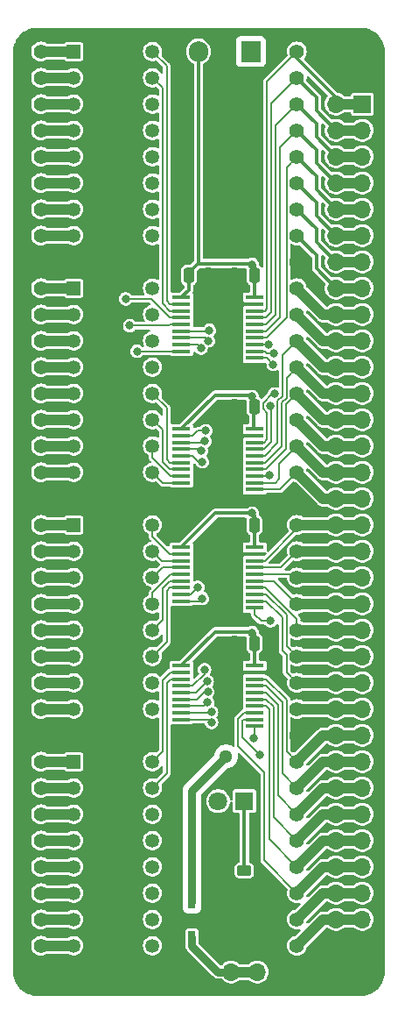
<source format=gtl>
%TF.GenerationSoftware,KiCad,Pcbnew,7.0.5*%
%TF.CreationDate,2024-01-28T12:44:07+02:00*%
%TF.ProjectId,Signal Tester Right,5369676e-616c-4205-9465-737465722052,V0*%
%TF.SameCoordinates,Original*%
%TF.FileFunction,Copper,L1,Top*%
%TF.FilePolarity,Positive*%
%FSLAX46Y46*%
G04 Gerber Fmt 4.6, Leading zero omitted, Abs format (unit mm)*
G04 Created by KiCad (PCBNEW 7.0.5) date 2024-01-28 12:44:07*
%MOMM*%
%LPD*%
G01*
G04 APERTURE LIST*
G04 Aperture macros list*
%AMRoundRect*
0 Rectangle with rounded corners*
0 $1 Rounding radius*
0 $2 $3 $4 $5 $6 $7 $8 $9 X,Y pos of 4 corners*
0 Add a 4 corners polygon primitive as box body*
4,1,4,$2,$3,$4,$5,$6,$7,$8,$9,$2,$3,0*
0 Add four circle primitives for the rounded corners*
1,1,$1+$1,$2,$3*
1,1,$1+$1,$4,$5*
1,1,$1+$1,$6,$7*
1,1,$1+$1,$8,$9*
0 Add four rect primitives between the rounded corners*
20,1,$1+$1,$2,$3,$4,$5,0*
20,1,$1+$1,$4,$5,$6,$7,0*
20,1,$1+$1,$6,$7,$8,$9,0*
20,1,$1+$1,$8,$9,$2,$3,0*%
G04 Aperture macros list end*
%TA.AperFunction,SMDPad,CuDef*%
%ADD10R,1.800000X0.450000*%
%TD*%
%TA.AperFunction,SMDPad,CuDef*%
%ADD11RoundRect,0.250000X0.450000X-0.262500X0.450000X0.262500X-0.450000X0.262500X-0.450000X-0.262500X0*%
%TD*%
%TA.AperFunction,SMDPad,CuDef*%
%ADD12RoundRect,0.250000X-0.250000X-0.475000X0.250000X-0.475000X0.250000X0.475000X-0.250000X0.475000X0*%
%TD*%
%TA.AperFunction,ComponentPad*%
%ADD13R,1.350000X1.350000*%
%TD*%
%TA.AperFunction,ComponentPad*%
%ADD14C,1.350000*%
%TD*%
%TA.AperFunction,ComponentPad*%
%ADD15R,1.905000X2.000000*%
%TD*%
%TA.AperFunction,ComponentPad*%
%ADD16O,1.905000X2.000000*%
%TD*%
%TA.AperFunction,ComponentPad*%
%ADD17C,1.400000*%
%TD*%
%TA.AperFunction,SMDPad,CuDef*%
%ADD18R,0.750000X1.200000*%
%TD*%
%TA.AperFunction,ComponentPad*%
%ADD19R,1.700000X1.700000*%
%TD*%
%TA.AperFunction,ComponentPad*%
%ADD20O,1.700000X1.700000*%
%TD*%
%TA.AperFunction,ComponentPad*%
%ADD21R,1.800000X1.800000*%
%TD*%
%TA.AperFunction,ComponentPad*%
%ADD22C,1.800000*%
%TD*%
%TA.AperFunction,ViaPad*%
%ADD23C,0.800000*%
%TD*%
%TA.AperFunction,ViaPad*%
%ADD24C,1.300000*%
%TD*%
%TA.AperFunction,Conductor*%
%ADD25C,0.380000*%
%TD*%
%TA.AperFunction,Conductor*%
%ADD26C,1.000000*%
%TD*%
%TA.AperFunction,Conductor*%
%ADD27C,0.200000*%
%TD*%
%TA.AperFunction,Conductor*%
%ADD28C,0.750000*%
%TD*%
G04 APERTURE END LIST*
D10*
%TO.P,IC2,1,DIR*%
%TO.N,/5V*%
X44075000Y-84705000D03*
%TO.P,IC2,2,A0*%
%TO.N,Net-(DS2-CATHODE_A)*%
X44075000Y-85355000D03*
%TO.P,IC2,3,A1*%
%TO.N,Net-(DS2-CATHODE_B)*%
X44075000Y-86005000D03*
%TO.P,IC2,4,A2*%
%TO.N,Net-(DS2-CATHODE_C)*%
X44075000Y-86655000D03*
%TO.P,IC2,5,A3*%
%TO.N,Net-(DS2-CATHODE_D)*%
X44075000Y-87305000D03*
%TO.P,IC2,6,A4*%
%TO.N,Net-(DS2-CATHODE_E)*%
X44075000Y-87955000D03*
%TO.P,IC2,7,A5*%
%TO.N,Net-(DS2-CATHODE_F)*%
X44075000Y-88605000D03*
%TO.P,IC2,8,A6*%
%TO.N,Net-(DS2-CATHODE_G)*%
X44075000Y-89255000D03*
%TO.P,IC2,9,A7*%
%TO.N,Net-(DS2-CATHODE_H)*%
X44075000Y-89905000D03*
%TO.P,IC2,10,GND*%
%TO.N,/GND*%
X44075000Y-90555000D03*
%TO.P,IC2,11,B7*%
%TO.N,/D15*%
X51175000Y-90555000D03*
%TO.P,IC2,12,B6*%
%TO.N,/D14*%
X51175000Y-89905000D03*
%TO.P,IC2,13,B5*%
%TO.N,/D13*%
X51175000Y-89255000D03*
%TO.P,IC2,14,B4*%
%TO.N,/D12*%
X51175000Y-88605000D03*
%TO.P,IC2,15,B3*%
%TO.N,/D11*%
X51175000Y-87955000D03*
%TO.P,IC2,16,B2*%
%TO.N,/D10*%
X51175000Y-87305000D03*
%TO.P,IC2,17,B1*%
%TO.N,/D9*%
X51175000Y-86655000D03*
%TO.P,IC2,18,B0*%
%TO.N,/D8*%
X51175000Y-86005000D03*
%TO.P,IC2,19,~{OE}*%
%TO.N,/GND*%
X51175000Y-85355000D03*
%TO.P,IC2,20,5V*%
%TO.N,/5V*%
X51175000Y-84705000D03*
%TD*%
D11*
%TO.P,R1,1*%
%TO.N,/GND*%
X50155000Y-129182500D03*
%TO.P,R1,2*%
%TO.N,Net-(LED1-K)*%
X50155000Y-127357500D03*
%TD*%
D12*
%TO.P,C5,1*%
%TO.N,/GND*%
X49231000Y-105410000D03*
%TO.P,C5,2*%
%TO.N,/5V*%
X51131000Y-105410000D03*
%TD*%
D13*
%TO.P,DS2,1,ANODE_A*%
%TO.N,Net-(DS2-ANODE_A)*%
X33655000Y-71120000D03*
D14*
%TO.P,DS2,2,ANODE_B*%
%TO.N,Net-(DS2-ANODE_B)*%
X33655000Y-73660000D03*
%TO.P,DS2,3,ANODE_C*%
%TO.N,Net-(DS2-ANODE_C)*%
X33655000Y-76200000D03*
%TO.P,DS2,4,ANODE_D*%
%TO.N,Net-(DS2-ANODE_D)*%
X33655000Y-78740000D03*
%TO.P,DS2,5,ANODE_E*%
%TO.N,Net-(DS2-ANODE_E)*%
X33655000Y-81280000D03*
%TO.P,DS2,6,ANODE_F*%
%TO.N,Net-(DS2-ANODE_F)*%
X33655000Y-83820000D03*
%TO.P,DS2,7,ANODE_G*%
%TO.N,Net-(DS2-ANODE_G)*%
X33655000Y-86360000D03*
%TO.P,DS2,8,ANODE_H*%
%TO.N,Net-(DS2-ANODE_H)*%
X33655000Y-88900000D03*
%TO.P,DS2,9,CATHODE_H*%
%TO.N,Net-(DS2-CATHODE_H)*%
X41275000Y-88900000D03*
%TO.P,DS2,10,CATHODE_G*%
%TO.N,Net-(DS2-CATHODE_G)*%
X41275000Y-86360000D03*
%TO.P,DS2,11,CATHODE_F*%
%TO.N,Net-(DS2-CATHODE_F)*%
X41275000Y-83820000D03*
%TO.P,DS2,12,CATHODE_E*%
%TO.N,Net-(DS2-CATHODE_E)*%
X41275000Y-81280000D03*
%TO.P,DS2,13,CATHODE_D*%
%TO.N,Net-(DS2-CATHODE_D)*%
X41275000Y-78740000D03*
%TO.P,DS2,14,CATHODE_C*%
%TO.N,Net-(DS2-CATHODE_C)*%
X41275000Y-76200000D03*
%TO.P,DS2,15,CATHODE_B*%
%TO.N,Net-(DS2-CATHODE_B)*%
X41275000Y-73660000D03*
%TO.P,DS2,16,CATHODE_A*%
%TO.N,Net-(DS2-CATHODE_A)*%
X41275000Y-71120000D03*
%TD*%
D15*
%TO.P,U1,1,IN*%
%TO.N,/12V Forward*%
X50800000Y-48260000D03*
D16*
%TO.P,U1,2,GND*%
%TO.N,/GND*%
X48260000Y-48260000D03*
%TO.P,U1,3,OUT*%
%TO.N,/5V*%
X45720000Y-48260000D03*
%TD*%
D17*
%TO.P,RN8,1,PC*%
%TO.N,/GND*%
X55245000Y-137160000D03*
%TO.P,RN8,2,R1*%
%TO.N,/D31*%
X55245000Y-134620000D03*
%TO.P,RN8,3,R2*%
%TO.N,/D30*%
X55245000Y-132080000D03*
%TO.P,RN8,4,R3*%
%TO.N,/D29*%
X55245000Y-129540000D03*
%TO.P,RN8,5,R4*%
%TO.N,/D28*%
X55245000Y-127000000D03*
%TO.P,RN8,6,R5*%
%TO.N,/D27*%
X55245000Y-124460000D03*
%TO.P,RN8,7,R6*%
%TO.N,/D26*%
X55245000Y-121920000D03*
%TO.P,RN8,8,R7*%
%TO.N,/D25*%
X55245000Y-119380000D03*
%TO.P,RN8,9,R8*%
%TO.N,/D24*%
X55245000Y-116840000D03*
%TD*%
D10*
%TO.P,IC1,1,DIR*%
%TO.N,/5V*%
X44075000Y-72005000D03*
%TO.P,IC1,2,A0*%
%TO.N,Net-(DS1-CATHODE_A)*%
X44075000Y-72655000D03*
%TO.P,IC1,3,A1*%
%TO.N,Net-(DS1-CATHODE_B)*%
X44075000Y-73305000D03*
%TO.P,IC1,4,A2*%
%TO.N,Net-(DS1-CATHODE_C)*%
X44075000Y-73955000D03*
%TO.P,IC1,5,A3*%
%TO.N,Net-(DS1-CATHODE_D)*%
X44075000Y-74605000D03*
%TO.P,IC1,6,A4*%
%TO.N,Net-(DS1-CATHODE_E)*%
X44075000Y-75255000D03*
%TO.P,IC1,7,A5*%
%TO.N,Net-(DS1-CATHODE_F)*%
X44075000Y-75905000D03*
%TO.P,IC1,8,A6*%
%TO.N,Net-(DS1-CATHODE_G)*%
X44075000Y-76555000D03*
%TO.P,IC1,9,A7*%
%TO.N,Net-(DS1-CATHODE_H)*%
X44075000Y-77205000D03*
%TO.P,IC1,10,GND*%
%TO.N,/GND*%
X44075000Y-77855000D03*
%TO.P,IC1,11,B7*%
%TO.N,/D7*%
X51175000Y-77855000D03*
%TO.P,IC1,12,B6*%
%TO.N,/D6*%
X51175000Y-77205000D03*
%TO.P,IC1,13,B5*%
%TO.N,/D5*%
X51175000Y-76555000D03*
%TO.P,IC1,14,B4*%
%TO.N,/D4*%
X51175000Y-75905000D03*
%TO.P,IC1,15,B3*%
%TO.N,/D3*%
X51175000Y-75255000D03*
%TO.P,IC1,16,B2*%
%TO.N,/D2*%
X51175000Y-74605000D03*
%TO.P,IC1,17,B1*%
%TO.N,/D1*%
X51175000Y-73955000D03*
%TO.P,IC1,18,B0*%
%TO.N,/D0*%
X51175000Y-73305000D03*
%TO.P,IC1,19,~{OE}*%
%TO.N,/GND*%
X51175000Y-72655000D03*
%TO.P,IC1,20,5V*%
%TO.N,/5V*%
X51175000Y-72005000D03*
%TD*%
D17*
%TO.P,RN5,1,PC*%
%TO.N,/GND*%
X30480000Y-114300000D03*
%TO.P,RN5,2,R1*%
%TO.N,Net-(DS3-ANODE_H)*%
X30480000Y-111760000D03*
%TO.P,RN5,3,R2*%
%TO.N,Net-(DS3-ANODE_G)*%
X30480000Y-109220000D03*
%TO.P,RN5,4,R3*%
%TO.N,Net-(DS3-ANODE_F)*%
X30480000Y-106680000D03*
%TO.P,RN5,5,R4*%
%TO.N,Net-(DS3-ANODE_E)*%
X30480000Y-104140000D03*
%TO.P,RN5,6,R5*%
%TO.N,Net-(DS3-ANODE_D)*%
X30480000Y-101600000D03*
%TO.P,RN5,7,R6*%
%TO.N,Net-(DS3-ANODE_C)*%
X30480000Y-99060000D03*
%TO.P,RN5,8,R7*%
%TO.N,Net-(DS3-ANODE_B)*%
X30480000Y-96520000D03*
%TO.P,RN5,9,R8*%
%TO.N,Net-(DS3-ANODE_A)*%
X30480000Y-93980000D03*
%TD*%
D18*
%TO.P,D3,1*%
%TO.N,/12V Forward*%
X45085000Y-130380000D03*
%TO.P,D3,2*%
%TO.N,Net-(J2-Pin_3)*%
X45085000Y-133780000D03*
%TD*%
D17*
%TO.P,RN1,1,PC*%
%TO.N,/GND*%
X30480000Y-68580000D03*
%TO.P,RN1,2,R1*%
%TO.N,Net-(DS1-ANODE_H)*%
X30480000Y-66040000D03*
%TO.P,RN1,3,R2*%
%TO.N,Net-(DS1-ANODE_G)*%
X30480000Y-63500000D03*
%TO.P,RN1,4,R3*%
%TO.N,Net-(DS1-ANODE_F)*%
X30480000Y-60960000D03*
%TO.P,RN1,5,R4*%
%TO.N,Net-(DS1-ANODE_E)*%
X30480000Y-58420000D03*
%TO.P,RN1,6,R5*%
%TO.N,Net-(DS1-ANODE_D)*%
X30480000Y-55880000D03*
%TO.P,RN1,7,R6*%
%TO.N,Net-(DS1-ANODE_C)*%
X30480000Y-53340000D03*
%TO.P,RN1,8,R7*%
%TO.N,Net-(DS1-ANODE_B)*%
X30480000Y-50800000D03*
%TO.P,RN1,9,R8*%
%TO.N,Net-(DS1-ANODE_A)*%
X30480000Y-48260000D03*
%TD*%
D13*
%TO.P,DS3,1,ANODE_A*%
%TO.N,Net-(DS3-ANODE_A)*%
X33655000Y-93980000D03*
D14*
%TO.P,DS3,2,ANODE_B*%
%TO.N,Net-(DS3-ANODE_B)*%
X33655000Y-96520000D03*
%TO.P,DS3,3,ANODE_C*%
%TO.N,Net-(DS3-ANODE_C)*%
X33655000Y-99060000D03*
%TO.P,DS3,4,ANODE_D*%
%TO.N,Net-(DS3-ANODE_D)*%
X33655000Y-101600000D03*
%TO.P,DS3,5,ANODE_E*%
%TO.N,Net-(DS3-ANODE_E)*%
X33655000Y-104140000D03*
%TO.P,DS3,6,ANODE_F*%
%TO.N,Net-(DS3-ANODE_F)*%
X33655000Y-106680000D03*
%TO.P,DS3,7,ANODE_G*%
%TO.N,Net-(DS3-ANODE_G)*%
X33655000Y-109220000D03*
%TO.P,DS3,8,ANODE_H*%
%TO.N,Net-(DS3-ANODE_H)*%
X33655000Y-111760000D03*
%TO.P,DS3,9,CATHODE_H*%
%TO.N,Net-(DS3-CATHODE_H)*%
X41275000Y-111760000D03*
%TO.P,DS3,10,CATHODE_G*%
%TO.N,Net-(DS3-CATHODE_G)*%
X41275000Y-109220000D03*
%TO.P,DS3,11,CATHODE_F*%
%TO.N,Net-(DS3-CATHODE_F)*%
X41275000Y-106680000D03*
%TO.P,DS3,12,CATHODE_E*%
%TO.N,Net-(DS3-CATHODE_E)*%
X41275000Y-104140000D03*
%TO.P,DS3,13,CATHODE_D*%
%TO.N,Net-(DS3-CATHODE_D)*%
X41275000Y-101600000D03*
%TO.P,DS3,14,CATHODE_C*%
%TO.N,Net-(DS3-CATHODE_C)*%
X41275000Y-99060000D03*
%TO.P,DS3,15,CATHODE_B*%
%TO.N,Net-(DS3-CATHODE_B)*%
X41275000Y-96520000D03*
%TO.P,DS3,16,CATHODE_A*%
%TO.N,Net-(DS3-CATHODE_A)*%
X41275000Y-93980000D03*
%TD*%
D12*
%TO.P,C6,1*%
%TO.N,/GND*%
X49231000Y-69850000D03*
%TO.P,C6,2*%
%TO.N,/5V*%
X51131000Y-69850000D03*
%TD*%
D19*
%TO.P,J2,1,Pin_1*%
%TO.N,/GND*%
X51435000Y-134620000D03*
D20*
%TO.P,J2,2,Pin_2*%
X48895000Y-134620000D03*
%TO.P,J2,3,Pin_3*%
%TO.N,Net-(J2-Pin_3)*%
X51435000Y-137160000D03*
%TO.P,J2,4,Pin_4*%
X48895000Y-137160000D03*
%TD*%
D10*
%TO.P,IC3,1,DIR*%
%TO.N,/5V*%
X44075000Y-96135000D03*
%TO.P,IC3,2,A0*%
%TO.N,Net-(DS3-CATHODE_A)*%
X44075000Y-96785000D03*
%TO.P,IC3,3,A1*%
%TO.N,Net-(DS3-CATHODE_B)*%
X44075000Y-97435000D03*
%TO.P,IC3,4,A2*%
%TO.N,Net-(DS3-CATHODE_C)*%
X44075000Y-98085000D03*
%TO.P,IC3,5,A3*%
%TO.N,Net-(DS3-CATHODE_D)*%
X44075000Y-98735000D03*
%TO.P,IC3,6,A4*%
%TO.N,Net-(DS3-CATHODE_E)*%
X44075000Y-99385000D03*
%TO.P,IC3,7,A5*%
%TO.N,Net-(DS3-CATHODE_F)*%
X44075000Y-100035000D03*
%TO.P,IC3,8,A6*%
%TO.N,Net-(DS3-CATHODE_G)*%
X44075000Y-100685000D03*
%TO.P,IC3,9,A7*%
%TO.N,Net-(DS3-CATHODE_H)*%
X44075000Y-101335000D03*
%TO.P,IC3,10,GND*%
%TO.N,/GND*%
X44075000Y-101985000D03*
%TO.P,IC3,11,B7*%
%TO.N,/D23*%
X51175000Y-101985000D03*
%TO.P,IC3,12,B6*%
%TO.N,/D22*%
X51175000Y-101335000D03*
%TO.P,IC3,13,B5*%
%TO.N,/D21*%
X51175000Y-100685000D03*
%TO.P,IC3,14,B4*%
%TO.N,/D20*%
X51175000Y-100035000D03*
%TO.P,IC3,15,B3*%
%TO.N,/D19*%
X51175000Y-99385000D03*
%TO.P,IC3,16,B2*%
%TO.N,/D18*%
X51175000Y-98735000D03*
%TO.P,IC3,17,B1*%
%TO.N,/D17*%
X51175000Y-98085000D03*
%TO.P,IC3,18,B0*%
%TO.N,/D16*%
X51175000Y-97435000D03*
%TO.P,IC3,19,~{OE}*%
%TO.N,/GND*%
X51175000Y-96785000D03*
%TO.P,IC3,20,5V*%
%TO.N,/5V*%
X51175000Y-96135000D03*
%TD*%
%TO.P,IC4,1,DIR*%
%TO.N,/5V*%
X44075000Y-107565000D03*
%TO.P,IC4,2,A0*%
%TO.N,Net-(DS4-CATHODE_A)*%
X44075000Y-108215000D03*
%TO.P,IC4,3,A1*%
%TO.N,Net-(DS4-CATHODE_B)*%
X44075000Y-108865000D03*
%TO.P,IC4,4,A2*%
%TO.N,Net-(DS4-CATHODE_C)*%
X44075000Y-109515000D03*
%TO.P,IC4,5,A3*%
%TO.N,Net-(DS4-CATHODE_D)*%
X44075000Y-110165000D03*
%TO.P,IC4,6,A4*%
%TO.N,Net-(DS4-CATHODE_E)*%
X44075000Y-110815000D03*
%TO.P,IC4,7,A5*%
%TO.N,Net-(DS4-CATHODE_F)*%
X44075000Y-111465000D03*
%TO.P,IC4,8,A6*%
%TO.N,Net-(DS4-CATHODE_G)*%
X44075000Y-112115000D03*
%TO.P,IC4,9,A7*%
%TO.N,Net-(DS4-CATHODE_H)*%
X44075000Y-112765000D03*
%TO.P,IC4,10,GND*%
%TO.N,/GND*%
X44075000Y-113415000D03*
%TO.P,IC4,11,B7*%
%TO.N,/D31*%
X51175000Y-113415000D03*
%TO.P,IC4,12,B6*%
%TO.N,/D30*%
X51175000Y-112765000D03*
%TO.P,IC4,13,B5*%
%TO.N,/D29*%
X51175000Y-112115000D03*
%TO.P,IC4,14,B4*%
%TO.N,/D28*%
X51175000Y-111465000D03*
%TO.P,IC4,15,B3*%
%TO.N,/D27*%
X51175000Y-110815000D03*
%TO.P,IC4,16,B2*%
%TO.N,/D26*%
X51175000Y-110165000D03*
%TO.P,IC4,17,B1*%
%TO.N,/D25*%
X51175000Y-109515000D03*
%TO.P,IC4,18,B0*%
%TO.N,/D24*%
X51175000Y-108865000D03*
%TO.P,IC4,19,~{OE}*%
%TO.N,/GND*%
X51175000Y-108215000D03*
%TO.P,IC4,20,5V*%
%TO.N,/5V*%
X51175000Y-107565000D03*
%TD*%
D12*
%TO.P,C3,1*%
%TO.N,/GND*%
X49231000Y-93980000D03*
%TO.P,C3,2*%
%TO.N,/5V*%
X51131000Y-93980000D03*
%TD*%
D13*
%TO.P,DS4,1,ANODE_A*%
%TO.N,Net-(DS4-ANODE_A)*%
X33655000Y-116840000D03*
D14*
%TO.P,DS4,2,ANODE_B*%
%TO.N,Net-(DS4-ANODE_B)*%
X33655000Y-119380000D03*
%TO.P,DS4,3,ANODE_C*%
%TO.N,Net-(DS4-ANODE_C)*%
X33655000Y-121920000D03*
%TO.P,DS4,4,ANODE_D*%
%TO.N,Net-(DS4-ANODE_D)*%
X33655000Y-124460000D03*
%TO.P,DS4,5,ANODE_E*%
%TO.N,Net-(DS4-ANODE_E)*%
X33655000Y-127000000D03*
%TO.P,DS4,6,ANODE_F*%
%TO.N,Net-(DS4-ANODE_F)*%
X33655000Y-129540000D03*
%TO.P,DS4,7,ANODE_G*%
%TO.N,Net-(DS4-ANODE_G)*%
X33655000Y-132080000D03*
%TO.P,DS4,8,ANODE_H*%
%TO.N,Net-(DS4-ANODE_H)*%
X33655000Y-134620000D03*
%TO.P,DS4,9,CATHODE_H*%
%TO.N,Net-(DS4-CATHODE_H)*%
X41275000Y-134620000D03*
%TO.P,DS4,10,CATHODE_G*%
%TO.N,Net-(DS4-CATHODE_G)*%
X41275000Y-132080000D03*
%TO.P,DS4,11,CATHODE_F*%
%TO.N,Net-(DS4-CATHODE_F)*%
X41275000Y-129540000D03*
%TO.P,DS4,12,CATHODE_E*%
%TO.N,Net-(DS4-CATHODE_E)*%
X41275000Y-127000000D03*
%TO.P,DS4,13,CATHODE_D*%
%TO.N,Net-(DS4-CATHODE_D)*%
X41275000Y-124460000D03*
%TO.P,DS4,14,CATHODE_C*%
%TO.N,Net-(DS4-CATHODE_C)*%
X41275000Y-121920000D03*
%TO.P,DS4,15,CATHODE_B*%
%TO.N,Net-(DS4-CATHODE_B)*%
X41275000Y-119380000D03*
%TO.P,DS4,16,CATHODE_A*%
%TO.N,Net-(DS4-CATHODE_A)*%
X41275000Y-116840000D03*
%TD*%
D12*
%TO.P,C4,1*%
%TO.N,/GND*%
X49231000Y-82550000D03*
%TO.P,C4,2*%
%TO.N,/5V*%
X51131000Y-82550000D03*
%TD*%
D13*
%TO.P,DS1,1,ANODE_A*%
%TO.N,Net-(DS1-ANODE_A)*%
X33655000Y-48260000D03*
D14*
%TO.P,DS1,2,ANODE_B*%
%TO.N,Net-(DS1-ANODE_B)*%
X33655000Y-50800000D03*
%TO.P,DS1,3,ANODE_C*%
%TO.N,Net-(DS1-ANODE_C)*%
X33655000Y-53340000D03*
%TO.P,DS1,4,ANODE_D*%
%TO.N,Net-(DS1-ANODE_D)*%
X33655000Y-55880000D03*
%TO.P,DS1,5,ANODE_E*%
%TO.N,Net-(DS1-ANODE_E)*%
X33655000Y-58420000D03*
%TO.P,DS1,6,ANODE_F*%
%TO.N,Net-(DS1-ANODE_F)*%
X33655000Y-60960000D03*
%TO.P,DS1,7,ANODE_G*%
%TO.N,Net-(DS1-ANODE_G)*%
X33655000Y-63500000D03*
%TO.P,DS1,8,ANODE_H*%
%TO.N,Net-(DS1-ANODE_H)*%
X33655000Y-66040000D03*
%TO.P,DS1,9,CATHODE_H*%
%TO.N,Net-(DS1-CATHODE_H)*%
X41275000Y-66040000D03*
%TO.P,DS1,10,CATHODE_G*%
%TO.N,Net-(DS1-CATHODE_G)*%
X41275000Y-63500000D03*
%TO.P,DS1,11,CATHODE_F*%
%TO.N,Net-(DS1-CATHODE_F)*%
X41275000Y-60960000D03*
%TO.P,DS1,12,CATHODE_E*%
%TO.N,Net-(DS1-CATHODE_E)*%
X41275000Y-58420000D03*
%TO.P,DS1,13,CATHODE_D*%
%TO.N,Net-(DS1-CATHODE_D)*%
X41275000Y-55880000D03*
%TO.P,DS1,14,CATHODE_C*%
%TO.N,Net-(DS1-CATHODE_C)*%
X41275000Y-53340000D03*
%TO.P,DS1,15,CATHODE_B*%
%TO.N,Net-(DS1-CATHODE_B)*%
X41275000Y-50800000D03*
%TO.P,DS1,16,CATHODE_A*%
%TO.N,Net-(DS1-CATHODE_A)*%
X41275000Y-48260000D03*
%TD*%
D17*
%TO.P,RN4,1,PC*%
%TO.N,/GND*%
X55245000Y-91440000D03*
%TO.P,RN4,2,R1*%
%TO.N,/D15*%
X55245000Y-88900000D03*
%TO.P,RN4,3,R2*%
%TO.N,/D14*%
X55245000Y-86360000D03*
%TO.P,RN4,4,R3*%
%TO.N,/D13*%
X55245000Y-83820000D03*
%TO.P,RN4,5,R4*%
%TO.N,/D12*%
X55245000Y-81280000D03*
%TO.P,RN4,6,R5*%
%TO.N,/D11*%
X55245000Y-78740000D03*
%TO.P,RN4,7,R6*%
%TO.N,/D10*%
X55245000Y-76200000D03*
%TO.P,RN4,8,R7*%
%TO.N,/D9*%
X55245000Y-73660000D03*
%TO.P,RN4,9,R8*%
%TO.N,/D8*%
X55245000Y-71120000D03*
%TD*%
%TO.P,RN2,1,PC*%
%TO.N,/GND*%
X55245000Y-68580000D03*
%TO.P,RN2,2,R1*%
%TO.N,/D7*%
X55245000Y-66040000D03*
%TO.P,RN2,3,R2*%
%TO.N,/D6*%
X55245000Y-63500000D03*
%TO.P,RN2,4,R3*%
%TO.N,/D5*%
X55245000Y-60960000D03*
%TO.P,RN2,5,R4*%
%TO.N,/D4*%
X55245000Y-58420000D03*
%TO.P,RN2,6,R5*%
%TO.N,/D3*%
X55245000Y-55880000D03*
%TO.P,RN2,7,R6*%
%TO.N,/D2*%
X55245000Y-53340000D03*
%TO.P,RN2,8,R7*%
%TO.N,/D1*%
X55245000Y-50800000D03*
%TO.P,RN2,9,R8*%
%TO.N,/D0*%
X55245000Y-48260000D03*
%TD*%
D21*
%TO.P,LED1,1,K*%
%TO.N,Net-(LED1-K)*%
X50170000Y-120650000D03*
D22*
%TO.P,LED1,2,A*%
%TO.N,/5V*%
X47630000Y-120650000D03*
%TD*%
D17*
%TO.P,RN3,1,PC*%
%TO.N,/GND*%
X30480000Y-91440000D03*
%TO.P,RN3,2,R1*%
%TO.N,Net-(DS2-ANODE_H)*%
X30480000Y-88900000D03*
%TO.P,RN3,3,R2*%
%TO.N,Net-(DS2-ANODE_G)*%
X30480000Y-86360000D03*
%TO.P,RN3,4,R3*%
%TO.N,Net-(DS2-ANODE_F)*%
X30480000Y-83820000D03*
%TO.P,RN3,5,R4*%
%TO.N,Net-(DS2-ANODE_E)*%
X30480000Y-81280000D03*
%TO.P,RN3,6,R5*%
%TO.N,Net-(DS2-ANODE_D)*%
X30480000Y-78740000D03*
%TO.P,RN3,7,R6*%
%TO.N,Net-(DS2-ANODE_C)*%
X30480000Y-76200000D03*
%TO.P,RN3,8,R7*%
%TO.N,Net-(DS2-ANODE_B)*%
X30480000Y-73660000D03*
%TO.P,RN3,9,R8*%
%TO.N,Net-(DS2-ANODE_A)*%
X30480000Y-71120000D03*
%TD*%
%TO.P,RN7,1,PC*%
%TO.N,/GND*%
X30480000Y-137160000D03*
%TO.P,RN7,2,R1*%
%TO.N,Net-(DS4-ANODE_H)*%
X30480000Y-134620000D03*
%TO.P,RN7,3,R2*%
%TO.N,Net-(DS4-ANODE_G)*%
X30480000Y-132080000D03*
%TO.P,RN7,4,R3*%
%TO.N,Net-(DS4-ANODE_F)*%
X30480000Y-129540000D03*
%TO.P,RN7,5,R4*%
%TO.N,Net-(DS4-ANODE_E)*%
X30480000Y-127000000D03*
%TO.P,RN7,6,R5*%
%TO.N,Net-(DS4-ANODE_D)*%
X30480000Y-124460000D03*
%TO.P,RN7,7,R6*%
%TO.N,Net-(DS4-ANODE_C)*%
X30480000Y-121920000D03*
%TO.P,RN7,8,R7*%
%TO.N,Net-(DS4-ANODE_B)*%
X30480000Y-119380000D03*
%TO.P,RN7,9,R8*%
%TO.N,Net-(DS4-ANODE_A)*%
X30480000Y-116840000D03*
%TD*%
%TO.P,RN6,1,PC*%
%TO.N,/GND*%
X55245000Y-114299999D03*
%TO.P,RN6,2,R1*%
%TO.N,/D23*%
X55245000Y-111759999D03*
%TO.P,RN6,3,R2*%
%TO.N,/D22*%
X55245000Y-109219999D03*
%TO.P,RN6,4,R3*%
%TO.N,/D21*%
X55245000Y-106679999D03*
%TO.P,RN6,5,R4*%
%TO.N,/D20*%
X55245000Y-104139999D03*
%TO.P,RN6,6,R5*%
%TO.N,/D19*%
X55245000Y-101599999D03*
%TO.P,RN6,7,R6*%
%TO.N,/D18*%
X55245000Y-99059999D03*
%TO.P,RN6,8,R7*%
%TO.N,/D17*%
X55245000Y-96519999D03*
%TO.P,RN6,9,R8*%
%TO.N,/D16*%
X55245000Y-93979999D03*
%TD*%
D12*
%TO.P,C1,1*%
%TO.N,/5V*%
X44786000Y-69850000D03*
%TO.P,C1,2*%
%TO.N,/GND*%
X46686000Y-69850000D03*
%TD*%
D19*
%TO.P,J3,1,Pin_1*%
%TO.N,/D0*%
X61595000Y-53340000D03*
D20*
%TO.P,J3,2,Pin_2*%
X59055000Y-53340000D03*
%TO.P,J3,3,Pin_3*%
%TO.N,/D1*%
X61595000Y-55880000D03*
%TO.P,J3,4,Pin_4*%
X59055000Y-55880000D03*
%TO.P,J3,5,Pin_5*%
%TO.N,/D2*%
X61595000Y-58420000D03*
%TO.P,J3,6,Pin_6*%
X59055000Y-58420000D03*
%TO.P,J3,7,Pin_7*%
%TO.N,/D3*%
X61595000Y-60960000D03*
%TO.P,J3,8,Pin_8*%
X59055000Y-60960000D03*
%TO.P,J3,9,Pin_9*%
%TO.N,/D4*%
X61595000Y-63500000D03*
%TO.P,J3,10,Pin_10*%
X59055000Y-63500000D03*
%TO.P,J3,11,Pin_11*%
%TO.N,/D5*%
X61595000Y-66040000D03*
%TO.P,J3,12,Pin_12*%
X59055000Y-66040000D03*
%TO.P,J3,13,Pin_13*%
%TO.N,/D6*%
X61595000Y-68580000D03*
%TO.P,J3,14,Pin_14*%
X59055000Y-68580000D03*
%TO.P,J3,15,Pin_15*%
%TO.N,/D7*%
X61595000Y-71120000D03*
%TO.P,J3,16,Pin_16*%
X59055000Y-71120000D03*
%TO.P,J3,17,Pin_17*%
%TO.N,/D8*%
X61595000Y-73660000D03*
%TO.P,J3,18,Pin_18*%
X59055000Y-73660000D03*
%TO.P,J3,19,Pin_19*%
%TO.N,/D9*%
X61595000Y-76200000D03*
%TO.P,J3,20,Pin_20*%
X59055000Y-76200000D03*
%TO.P,J3,21,Pin_21*%
%TO.N,/D10*%
X61595000Y-78740000D03*
%TO.P,J3,22,Pin_22*%
X59055000Y-78740000D03*
%TO.P,J3,23,Pin_23*%
%TO.N,/D11*%
X61595000Y-81280000D03*
%TO.P,J3,24,Pin_24*%
X59055000Y-81280000D03*
%TO.P,J3,25,Pin_25*%
%TO.N,/D12*%
X61595000Y-83820000D03*
%TO.P,J3,26,Pin_26*%
X59055000Y-83820000D03*
%TO.P,J3,27,Pin_27*%
%TO.N,/D13*%
X61595000Y-86360000D03*
%TO.P,J3,28,Pin_28*%
X59055000Y-86360000D03*
%TO.P,J3,29,Pin_29*%
%TO.N,/D14*%
X61595000Y-88900000D03*
%TO.P,J3,30,Pin_30*%
X59055000Y-88900000D03*
%TO.P,J3,31,Pin_31*%
%TO.N,/D15*%
X61595000Y-91440000D03*
%TO.P,J3,32,Pin_32*%
X59055000Y-91440000D03*
%TO.P,J3,33,Pin_33*%
%TO.N,/D16*%
X61595000Y-93980000D03*
%TO.P,J3,34,Pin_34*%
X59055000Y-93980000D03*
%TO.P,J3,35,Pin_35*%
%TO.N,/D17*%
X61595000Y-96520000D03*
%TO.P,J3,36,Pin_36*%
X59055000Y-96520000D03*
%TO.P,J3,37,Pin_37*%
%TO.N,/D18*%
X61595000Y-99060000D03*
%TO.P,J3,38,Pin_38*%
X59055000Y-99060000D03*
%TO.P,J3,39,Pin_39*%
%TO.N,/D19*%
X61595000Y-101600000D03*
%TO.P,J3,40,Pin_40*%
X59055000Y-101600000D03*
%TO.P,J3,41,Pin_41*%
%TO.N,/D20*%
X61595000Y-104140000D03*
%TO.P,J3,42,Pin_42*%
X59055000Y-104140000D03*
%TO.P,J3,43,Pin_43*%
%TO.N,/D21*%
X61595000Y-106680000D03*
%TO.P,J3,44,Pin_44*%
X59055000Y-106680000D03*
%TO.P,J3,45,Pin_45*%
%TO.N,/D22*%
X61595000Y-109220000D03*
%TO.P,J3,46,Pin_46*%
X59055000Y-109220000D03*
%TO.P,J3,47,Pin_47*%
%TO.N,/D23*%
X61595000Y-111760000D03*
%TO.P,J3,48,Pin_48*%
X59055000Y-111760000D03*
%TO.P,J3,49,Pin_49*%
%TO.N,/D24*%
X61595000Y-114300000D03*
%TO.P,J3,50,Pin_50*%
X59055000Y-114300000D03*
%TO.P,J3,51,Pin_51*%
%TO.N,/D25*%
X61595000Y-116840000D03*
%TO.P,J3,52,Pin_52*%
X59055000Y-116840000D03*
%TO.P,J3,53,Pin_53*%
%TO.N,/D26*%
X61595000Y-119380000D03*
%TO.P,J3,54,Pin_54*%
X59055000Y-119380000D03*
%TO.P,J3,55,Pin_55*%
%TO.N,/D27*%
X61595000Y-121920000D03*
%TO.P,J3,56,Pin_56*%
X59055000Y-121920000D03*
%TO.P,J3,57,Pin_57*%
%TO.N,/D28*%
X61595000Y-124460000D03*
%TO.P,J3,58,Pin_58*%
X59055000Y-124460000D03*
%TO.P,J3,59,Pin_59*%
%TO.N,/D29*%
X61595000Y-127000000D03*
%TO.P,J3,60,Pin_60*%
X59055000Y-127000000D03*
%TO.P,J3,61,Pin_61*%
%TO.N,/D30*%
X61595000Y-129540000D03*
%TO.P,J3,62,Pin_62*%
X59055000Y-129540000D03*
%TO.P,J3,63,Pin_63*%
%TO.N,/D31*%
X61595000Y-132080000D03*
%TO.P,J3,64,Pin_64*%
X59055000Y-132080000D03*
%TD*%
D23*
%TO.N,/5V*%
X50927007Y-68833993D03*
X50927008Y-104394000D03*
X50926998Y-92837000D03*
X50926998Y-81591496D03*
%TO.N,/GND*%
X49787000Y-94869000D03*
X49787000Y-91440000D03*
X49787000Y-106426000D03*
X49787000Y-67044053D03*
X49787000Y-83477421D03*
X49787000Y-78613009D03*
X50673000Y-53466994D03*
X49787000Y-71247000D03*
X49787000Y-103251000D03*
%TO.N,Net-(DS1-CATHODE_H)*%
X39776400Y-77216000D03*
%TO.N,Net-(DS1-CATHODE_G)*%
X45974000Y-76911200D03*
%TO.N,Net-(DS1-CATHODE_F)*%
X46685200Y-76200000D03*
%TO.N,Net-(DS1-CATHODE_E)*%
X46786800Y-75184000D03*
%TO.N,Net-(DS1-CATHODE_D)*%
X39076400Y-74735705D03*
%TO.N,Net-(DS1-CATHODE_C)*%
X38676400Y-72146106D03*
%TO.N,Net-(DS2-CATHODE_D)*%
X46101000Y-87884000D03*
%TO.N,Net-(DS2-CATHODE_C)*%
X46020584Y-86828612D03*
%TO.N,Net-(DS2-CATHODE_B)*%
X46351764Y-85885042D03*
%TO.N,Net-(DS2-CATHODE_A)*%
X46432989Y-84888344D03*
%TO.N,Net-(DS3-CATHODE_H)*%
X46101000Y-101092000D03*
%TO.N,Net-(DS3-CATHODE_G)*%
X45671227Y-100007332D03*
%TO.N,Net-(DS4-CATHODE_H)*%
X46987000Y-113042627D03*
%TO.N,Net-(DS4-CATHODE_G)*%
X46987000Y-112042624D03*
%TO.N,Net-(DS4-CATHODE_F)*%
X46602666Y-111119427D03*
%TO.N,Net-(DS4-CATHODE_E)*%
X46633140Y-110110396D03*
%TO.N,Net-(DS4-CATHODE_D)*%
X46567392Y-109112558D03*
%TO.N,Net-(DS4-CATHODE_C)*%
X46322718Y-107955873D03*
%TO.N,/D5*%
X52510595Y-76551139D03*
%TO.N,/D6*%
X53039299Y-77399948D03*
%TO.N,/D7*%
X52958998Y-78486000D03*
%TO.N,/D8*%
X53070839Y-81332839D03*
%TO.N,/D9*%
X52681498Y-82496701D03*
%TO.N,/D13*%
X52617025Y-89204990D03*
%TO.N,/D23*%
X52705000Y-103251000D03*
%TO.N,/D30*%
X51689000Y-116205000D03*
%TO.N,/D31*%
X51111393Y-114582550D03*
D24*
%TO.N,/12V Forward*%
X48387000Y-116332000D03*
%TD*%
D25*
%TO.N,/5V*%
X44786000Y-71294000D02*
X44075000Y-72005000D01*
X51111498Y-81775996D02*
X50926998Y-81591496D01*
X51177000Y-107565000D02*
X51177000Y-105454000D01*
X45720000Y-68580000D02*
X45888000Y-68748000D01*
X45720000Y-48260000D02*
X45720000Y-68580000D01*
X45901000Y-68735000D02*
X45888000Y-68748000D01*
X44786000Y-69850000D02*
X44786000Y-71294000D01*
X51177000Y-96135000D02*
X51177000Y-93087002D01*
X45888000Y-68748000D02*
X45656500Y-68748000D01*
X50927008Y-104394000D02*
X50828008Y-104295000D01*
X50828014Y-68735000D02*
X45901000Y-68735000D01*
X51054000Y-68961000D02*
X50927007Y-68834007D01*
X51131000Y-69850000D02*
X51131000Y-69037986D01*
X50926998Y-92837000D02*
X47373000Y-92837000D01*
X51131000Y-69037986D02*
X50828014Y-68735000D01*
X51131000Y-104597992D02*
X50927008Y-104394000D01*
X47373000Y-92837000D02*
X44075000Y-96135000D01*
X51175000Y-69894000D02*
X51175000Y-72005000D01*
X50770502Y-81435000D02*
X47345000Y-81435000D01*
X45656500Y-68748000D02*
X44786000Y-69618500D01*
X51131000Y-105410000D02*
X51131000Y-104597992D01*
X51111498Y-84705000D02*
X51111498Y-81775996D01*
X50926998Y-81591496D02*
X50770502Y-81435000D01*
X50828008Y-104295000D02*
X47345000Y-104295000D01*
X47345000Y-104295000D02*
X44075000Y-107565000D01*
X50927007Y-68834007D02*
X50927007Y-68833993D01*
X51177000Y-93087002D02*
X50926998Y-92837000D01*
X47345000Y-81435000D02*
X44075000Y-84705000D01*
%TO.N,/GND*%
X44075000Y-113415000D02*
X44579000Y-113919000D01*
X49231000Y-108204000D02*
X49231000Y-106982000D01*
X49231000Y-105870000D02*
X49787000Y-106426000D01*
X49231000Y-72644000D02*
X49231000Y-77134000D01*
X49231000Y-72644000D02*
X49231000Y-71803000D01*
X49242000Y-108215000D02*
X49231000Y-108204000D01*
X51175000Y-108215000D02*
X49242000Y-108215000D01*
X49231000Y-89453000D02*
X48129000Y-90555000D01*
X48129000Y-90555000D02*
X44075000Y-90555000D01*
X49231000Y-106982000D02*
X49787000Y-106426000D01*
X49014000Y-91440000D02*
X49787000Y-91440000D01*
X51175000Y-72655000D02*
X49242000Y-72655000D01*
X50673000Y-53467000D02*
X50673000Y-53466994D01*
X48002000Y-101985000D02*
X49268000Y-103251000D01*
X48002000Y-101985000D02*
X44075000Y-101985000D01*
X51175000Y-85355000D02*
X49242000Y-85355000D01*
X49268009Y-78613009D02*
X49787000Y-78613009D01*
X49231000Y-95425000D02*
X49787000Y-94869000D01*
X47388822Y-113919000D02*
X47489250Y-113818572D01*
X44579000Y-113919000D02*
X47388822Y-113919000D01*
X49231000Y-69850000D02*
X49231000Y-70691000D01*
X49231000Y-100756000D02*
X48002000Y-101985000D01*
X47966195Y-113355801D02*
X47966195Y-113341627D01*
X48129000Y-90555000D02*
X49014000Y-91440000D01*
X48510000Y-77855000D02*
X44075000Y-77855000D01*
X49268000Y-103251000D02*
X49787000Y-103251000D01*
X48260000Y-48260000D02*
X48260000Y-53467000D01*
X47503424Y-113818572D02*
X47966195Y-113355801D01*
X49242000Y-85355000D02*
X49231000Y-85344000D01*
X49231000Y-85344000D02*
X49231000Y-89453000D01*
X48260000Y-53467000D02*
X50673000Y-53467000D01*
X49231000Y-69850000D02*
X46686000Y-69850000D01*
X47966195Y-113341627D02*
X49231000Y-112076822D01*
X51175000Y-96785000D02*
X49242000Y-96785000D01*
X49231000Y-96774000D02*
X49231000Y-95425000D01*
X49231000Y-96774000D02*
X49231000Y-100756000D01*
X49231000Y-77134000D02*
X48510000Y-77855000D01*
X49242000Y-72655000D02*
X49231000Y-72644000D01*
X49231000Y-85344000D02*
X49231000Y-84033421D01*
X49231000Y-82921421D02*
X49787000Y-83477421D01*
X49231000Y-94313000D02*
X49787000Y-94869000D01*
X49231000Y-112076822D02*
X49231000Y-108204000D01*
X49231000Y-71803000D02*
X49787000Y-71247000D01*
X47489250Y-113818572D02*
X47503424Y-113818572D01*
X48510000Y-77855000D02*
X49268009Y-78613009D01*
X48260000Y-53467000D02*
X48260000Y-65517053D01*
X49231000Y-70691000D02*
X49787000Y-71247000D01*
X49242000Y-96785000D02*
X49231000Y-96774000D01*
D26*
X51435000Y-134620000D02*
X48895000Y-134620000D01*
D25*
X49231000Y-84033421D02*
X49787000Y-83477421D01*
X48260000Y-65517053D02*
X49787000Y-67044053D01*
%TO.N,Net-(LED1-K)*%
X50170000Y-127342500D02*
X50170000Y-120650000D01*
D26*
%TO.N,Net-(DS1-ANODE_A)*%
X30480000Y-48260000D02*
X33655000Y-48260000D01*
%TO.N,Net-(DS1-ANODE_B)*%
X30480000Y-50800000D02*
X33655000Y-50800000D01*
%TO.N,Net-(DS1-ANODE_C)*%
X33655000Y-53340000D02*
X30480000Y-53340000D01*
%TO.N,Net-(DS1-ANODE_D)*%
X30480000Y-55880000D02*
X33655000Y-55880000D01*
%TO.N,Net-(DS1-ANODE_E)*%
X33655000Y-58420000D02*
X30480000Y-58420000D01*
%TO.N,Net-(DS1-ANODE_F)*%
X30480000Y-60960000D02*
X33655000Y-60960000D01*
%TO.N,Net-(DS1-ANODE_G)*%
X33655000Y-63500000D02*
X30480000Y-63500000D01*
%TO.N,Net-(DS1-ANODE_H)*%
X33655000Y-66040000D02*
X30480000Y-66040000D01*
D27*
%TO.N,Net-(DS1-CATHODE_H)*%
X44075000Y-77205000D02*
X39787400Y-77205000D01*
X39787400Y-77205000D02*
X39776400Y-77216000D01*
%TO.N,Net-(DS1-CATHODE_G)*%
X45617800Y-76555000D02*
X45974000Y-76911200D01*
X44075000Y-76555000D02*
X45617800Y-76555000D01*
%TO.N,Net-(DS1-CATHODE_F)*%
X44075000Y-75905000D02*
X46390200Y-75905000D01*
X46390200Y-75905000D02*
X46685200Y-76200000D01*
%TO.N,Net-(DS1-CATHODE_E)*%
X46715800Y-75255000D02*
X46786800Y-75184000D01*
X44075000Y-75255000D02*
X46715800Y-75255000D01*
%TO.N,Net-(DS1-CATHODE_D)*%
X44075000Y-74605000D02*
X42975000Y-74605000D01*
X42975000Y-74605000D02*
X42844295Y-74735705D01*
X42844295Y-74735705D02*
X39076400Y-74735705D01*
%TO.N,Net-(DS1-CATHODE_C)*%
X41139965Y-72146106D02*
X38676400Y-72146106D01*
X42948859Y-73955000D02*
X41139965Y-72146106D01*
X44075000Y-73955000D02*
X42948859Y-73955000D01*
%TO.N,Net-(DS1-CATHODE_B)*%
X42250000Y-51775000D02*
X42250000Y-72580000D01*
X42250000Y-72580000D02*
X42975000Y-73305000D01*
X42975000Y-73305000D02*
X44075000Y-73305000D01*
X41275000Y-50800000D02*
X42250000Y-51775000D01*
%TO.N,Net-(DS1-CATHODE_A)*%
X42650000Y-72330000D02*
X42650000Y-49635000D01*
X42975000Y-72655000D02*
X42650000Y-72330000D01*
X44075000Y-72655000D02*
X42975000Y-72655000D01*
X42650000Y-49635000D02*
X41275000Y-48260000D01*
D26*
%TO.N,Net-(DS2-ANODE_A)*%
X30480000Y-71120000D02*
X33655000Y-71120000D01*
%TO.N,Net-(DS2-ANODE_B)*%
X33655000Y-73660000D02*
X30480000Y-73660000D01*
%TO.N,Net-(DS2-ANODE_C)*%
X30480000Y-76200000D02*
X33655000Y-76200000D01*
%TO.N,Net-(DS2-ANODE_D)*%
X30480000Y-78740000D02*
X33655000Y-78740000D01*
%TO.N,Net-(DS2-ANODE_E)*%
X33655000Y-81280000D02*
X30480000Y-81280000D01*
%TO.N,Net-(DS2-ANODE_F)*%
X30480000Y-83820000D02*
X33655000Y-83820000D01*
%TO.N,Net-(DS2-ANODE_G)*%
X33655000Y-86360000D02*
X30480000Y-86360000D01*
%TO.N,Net-(DS2-ANODE_H)*%
X30480000Y-88900000D02*
X33655000Y-88900000D01*
D27*
%TO.N,Net-(DS2-CATHODE_H)*%
X42280000Y-89905000D02*
X41275000Y-88900000D01*
X44075000Y-89905000D02*
X42280000Y-89905000D01*
%TO.N,Net-(DS2-CATHODE_G)*%
X44075000Y-89255000D02*
X43059315Y-89255000D01*
X43059315Y-89255000D02*
X41275000Y-87470685D01*
X41275000Y-87470685D02*
X41275000Y-86360000D01*
%TO.N,Net-(DS2-CATHODE_F)*%
X42250000Y-84795000D02*
X41275000Y-83820000D01*
X42975000Y-88605000D02*
X42250000Y-87880000D01*
X42250000Y-87880000D02*
X42250000Y-84795000D01*
X44075000Y-88605000D02*
X42975000Y-88605000D01*
%TO.N,Net-(DS2-CATHODE_E)*%
X42975000Y-87955000D02*
X42650000Y-87630000D01*
X44075000Y-87955000D02*
X42975000Y-87955000D01*
X42650000Y-82655000D02*
X41275000Y-81280000D01*
X42650000Y-87630000D02*
X42650000Y-82655000D01*
%TO.N,Net-(DS2-CATHODE_D)*%
X44075000Y-87305000D02*
X45175000Y-87305000D01*
X45754000Y-87884000D02*
X46101000Y-87884000D01*
X45175000Y-87305000D02*
X45754000Y-87884000D01*
%TO.N,Net-(DS2-CATHODE_C)*%
X44075000Y-86655000D02*
X45846972Y-86655000D01*
X45846972Y-86655000D02*
X46020584Y-86828612D01*
%TO.N,Net-(DS2-CATHODE_B)*%
X46231806Y-86005000D02*
X46351764Y-85885042D01*
X44075000Y-86005000D02*
X46231806Y-86005000D01*
%TO.N,Net-(DS2-CATHODE_A)*%
X45641656Y-84888344D02*
X46432989Y-84888344D01*
X45175000Y-85355000D02*
X45641656Y-84888344D01*
X44075000Y-85355000D02*
X45175000Y-85355000D01*
D26*
%TO.N,Net-(DS3-ANODE_A)*%
X33655000Y-93980000D02*
X30480000Y-93980000D01*
%TO.N,Net-(DS3-ANODE_B)*%
X30480000Y-96520000D02*
X33655000Y-96520000D01*
%TO.N,Net-(DS3-ANODE_C)*%
X33655000Y-99060000D02*
X30480000Y-99060000D01*
%TO.N,Net-(DS3-ANODE_D)*%
X30480000Y-101600000D02*
X33655000Y-101600000D01*
%TO.N,Net-(DS3-ANODE_E)*%
X33655000Y-104140000D02*
X30480000Y-104140000D01*
%TO.N,Net-(DS3-ANODE_F)*%
X30480000Y-106680000D02*
X33655000Y-106680000D01*
%TO.N,Net-(DS3-ANODE_G)*%
X33655000Y-109220000D02*
X30480000Y-109220000D01*
%TO.N,Net-(DS3-ANODE_H)*%
X30480000Y-111760000D02*
X33655000Y-111760000D01*
D27*
%TO.N,Net-(DS3-CATHODE_H)*%
X44075000Y-101335000D02*
X45858000Y-101335000D01*
X45858000Y-101335000D02*
X46101000Y-101092000D01*
%TO.N,Net-(DS3-CATHODE_G)*%
X44075000Y-100685000D02*
X44993559Y-100685000D01*
X44993559Y-100685000D02*
X45671227Y-100007332D01*
%TO.N,Net-(DS3-CATHODE_F)*%
X44075000Y-100035000D02*
X42975000Y-100035000D01*
X42650000Y-100360000D02*
X42650000Y-105305000D01*
X42975000Y-100035000D02*
X42650000Y-100360000D01*
X42650000Y-105305000D02*
X41275000Y-106680000D01*
%TO.N,Net-(DS3-CATHODE_E)*%
X44075000Y-99385000D02*
X42975000Y-99385000D01*
X42250000Y-100110000D02*
X42250000Y-103165000D01*
X42975000Y-99385000D02*
X42250000Y-100110000D01*
X42250000Y-103165000D02*
X41275000Y-104140000D01*
%TO.N,Net-(DS3-CATHODE_D)*%
X44075000Y-98735000D02*
X43059315Y-98735000D01*
X41275000Y-100519315D02*
X41275000Y-101600000D01*
X43059315Y-98735000D02*
X41275000Y-100519315D01*
%TO.N,Net-(DS3-CATHODE_C)*%
X42250000Y-98085000D02*
X41275000Y-99060000D01*
X44075000Y-98085000D02*
X42250000Y-98085000D01*
%TO.N,Net-(DS3-CATHODE_B)*%
X44075000Y-97435000D02*
X42190000Y-97435000D01*
X42190000Y-97435000D02*
X41275000Y-96520000D01*
%TO.N,Net-(DS3-CATHODE_A)*%
X41275000Y-93980000D02*
X41275000Y-95085000D01*
X41275000Y-95085000D02*
X42975000Y-96785000D01*
X42975000Y-96785000D02*
X44075000Y-96785000D01*
D26*
%TO.N,Net-(DS4-ANODE_A)*%
X33655000Y-116840000D02*
X30480000Y-116840000D01*
%TO.N,Net-(DS4-ANODE_B)*%
X30480000Y-119380000D02*
X33655000Y-119380000D01*
%TO.N,Net-(DS4-ANODE_C)*%
X33655000Y-121920000D02*
X30480000Y-121920000D01*
%TO.N,Net-(DS4-ANODE_D)*%
X30480000Y-124460000D02*
X33655000Y-124460000D01*
%TO.N,Net-(DS4-ANODE_E)*%
X33655000Y-127000000D02*
X30480000Y-127000000D01*
%TO.N,Net-(DS4-ANODE_F)*%
X30480000Y-129540000D02*
X33655000Y-129540000D01*
%TO.N,Net-(DS4-ANODE_G)*%
X33655000Y-132080000D02*
X30480000Y-132080000D01*
%TO.N,Net-(DS4-ANODE_H)*%
X30480000Y-134620000D02*
X33655000Y-134620000D01*
D27*
%TO.N,Net-(DS4-CATHODE_H)*%
X46709373Y-112765000D02*
X46987000Y-113042627D01*
X44075000Y-112765000D02*
X46709373Y-112765000D01*
%TO.N,Net-(DS4-CATHODE_G)*%
X44075000Y-112115000D02*
X46914624Y-112115000D01*
X46914624Y-112115000D02*
X46987000Y-112042624D01*
%TO.N,Net-(DS4-CATHODE_F)*%
X46257093Y-111465000D02*
X46602666Y-111119427D01*
X44075000Y-111465000D02*
X46257093Y-111465000D01*
%TO.N,Net-(DS4-CATHODE_E)*%
X46307270Y-110110396D02*
X46633140Y-110110396D01*
X44075000Y-110815000D02*
X45602666Y-110815000D01*
X45602666Y-110815000D02*
X46307270Y-110110396D01*
%TO.N,Net-(DS4-CATHODE_D)*%
X45514950Y-110165000D02*
X46567392Y-109112558D01*
X44075000Y-110165000D02*
X45514950Y-110165000D01*
%TO.N,Net-(DS4-CATHODE_C)*%
X46322718Y-108367282D02*
X46322718Y-107955873D01*
X44075000Y-109515000D02*
X45175000Y-109515000D01*
X45175000Y-109515000D02*
X46322718Y-108367282D01*
%TO.N,Net-(DS4-CATHODE_B)*%
X43000000Y-108865000D02*
X42650000Y-109215000D01*
X42650000Y-109215000D02*
X42650000Y-118005000D01*
X42650000Y-118005000D02*
X41275000Y-119380000D01*
X44075000Y-108865000D02*
X43000000Y-108865000D01*
%TO.N,Net-(DS4-CATHODE_A)*%
X43000000Y-108215000D02*
X42250000Y-108965000D01*
X42250000Y-115865000D02*
X41275000Y-116840000D01*
X42250000Y-108965000D02*
X42250000Y-115865000D01*
X44075000Y-108215000D02*
X43000000Y-108215000D01*
%TO.N,/D0*%
X52375000Y-73070000D02*
X52140000Y-73305000D01*
D26*
X59055000Y-53340000D02*
X61595000Y-53340000D01*
D25*
X55245000Y-48260000D02*
X55245000Y-48895000D01*
D27*
X52375000Y-51130000D02*
X52375000Y-73070000D01*
X55245000Y-48260000D02*
X52375000Y-51130000D01*
X52140000Y-73305000D02*
X51175000Y-73305000D01*
D25*
X55245000Y-48895000D02*
X59055000Y-52705000D01*
%TO.N,/D1*%
X55245000Y-50800000D02*
X57150000Y-52705000D01*
D27*
X52775000Y-73455000D02*
X52775000Y-53270000D01*
D25*
X57150000Y-53975000D02*
X59055000Y-55880000D01*
D26*
X61595000Y-55880000D02*
X59055000Y-55880000D01*
D27*
X52775000Y-53270000D02*
X55245000Y-50800000D01*
D25*
X57150000Y-52705000D02*
X57150000Y-53975000D01*
D27*
X51175000Y-73955000D02*
X52275000Y-73955000D01*
X52275000Y-73955000D02*
X52775000Y-73455000D01*
D25*
%TO.N,/D2*%
X57150000Y-55245000D02*
X57150000Y-56515000D01*
D26*
X59055000Y-58420000D02*
X61595000Y-58420000D01*
D25*
X57150000Y-56515000D02*
X59055000Y-58420000D01*
D27*
X53175000Y-73705000D02*
X52275000Y-74605000D01*
X53175000Y-55410000D02*
X53175000Y-73705000D01*
X52275000Y-74605000D02*
X51175000Y-74605000D01*
D25*
X55245000Y-53340000D02*
X57150000Y-55245000D01*
D27*
X55245000Y-53340000D02*
X53175000Y-55410000D01*
%TO.N,/D3*%
X55245000Y-55880000D02*
X53575000Y-57550000D01*
D25*
X55245000Y-55880000D02*
X57150000Y-57785000D01*
D27*
X52275000Y-75255000D02*
X51175000Y-75255000D01*
X53575000Y-57550000D02*
X53575000Y-73955000D01*
X53575000Y-73955000D02*
X52275000Y-75255000D01*
D25*
X57150000Y-59055000D02*
X59055000Y-60960000D01*
D26*
X61595000Y-60960000D02*
X59055000Y-60960000D01*
D25*
X57150000Y-57785000D02*
X57150000Y-59055000D01*
%TO.N,/D4*%
X55245000Y-58420000D02*
X57150000Y-60325000D01*
D27*
X52325000Y-75855000D02*
X51225000Y-75855000D01*
X54245000Y-59420000D02*
X54245000Y-73935000D01*
D25*
X57150000Y-61595000D02*
X59055000Y-63500000D01*
X57150000Y-60325000D02*
X57150000Y-61595000D01*
D26*
X59055000Y-63500000D02*
X61595000Y-63500000D01*
D27*
X55245000Y-58420000D02*
X54245000Y-59420000D01*
X54245000Y-73935000D02*
X52325000Y-75855000D01*
%TO.N,/D5*%
X51175000Y-76555000D02*
X52506734Y-76555000D01*
D25*
X55245000Y-60960000D02*
X57150000Y-62865000D01*
D26*
X61595000Y-66040000D02*
X59055000Y-66040000D01*
D27*
X52506734Y-76555000D02*
X52510595Y-76551139D01*
D25*
X57150000Y-64135000D02*
X59055000Y-66040000D01*
X57150000Y-62865000D02*
X57150000Y-64135000D01*
D27*
%TO.N,/D6*%
X52367998Y-77399948D02*
X53039299Y-77399948D01*
D25*
X55245000Y-63500000D02*
X57150000Y-65405000D01*
D27*
X52173050Y-77205000D02*
X52367998Y-77399948D01*
D26*
X59055000Y-68580000D02*
X61595000Y-68580000D01*
D27*
X51175000Y-77205000D02*
X52173050Y-77205000D01*
D25*
X57150000Y-66675000D02*
X59055000Y-68580000D01*
X57150000Y-65405000D02*
X57150000Y-66675000D01*
%TO.N,/D7*%
X57150000Y-69215000D02*
X59055000Y-71120000D01*
D26*
X61595000Y-71120000D02*
X59055000Y-71120000D01*
D25*
X55245000Y-66040000D02*
X57150000Y-67945000D01*
X57150000Y-67945000D02*
X57150000Y-69215000D01*
D27*
X52327998Y-77855000D02*
X52958998Y-78486000D01*
X51175000Y-77855000D02*
X52327998Y-77855000D01*
D26*
%TO.N,/D8*%
X57785000Y-73660000D02*
X55245000Y-71120000D01*
D27*
X52076498Y-86005000D02*
X52375000Y-85706498D01*
X52855410Y-81332839D02*
X53070839Y-81332839D01*
D26*
X59055000Y-73660000D02*
X57785000Y-73660000D01*
X59055000Y-73660000D02*
X61595000Y-73660000D01*
D27*
X51981498Y-82786651D02*
X51981498Y-82206751D01*
X52375000Y-85706498D02*
X52375000Y-83180153D01*
X51981498Y-82206751D02*
X52855410Y-81332839D01*
X51111498Y-86005000D02*
X52076498Y-86005000D01*
X52375000Y-83180153D02*
X51981498Y-82786651D01*
D26*
%TO.N,/D9*%
X57785000Y-76200000D02*
X55245000Y-73660000D01*
X59055000Y-76200000D02*
X57785000Y-76200000D01*
D27*
X51111498Y-86655000D02*
X52102183Y-86655000D01*
X52102183Y-86655000D02*
X52775000Y-85982183D01*
X52775000Y-82590203D02*
X52681498Y-82496701D01*
X52775000Y-85982183D02*
X52775000Y-82590203D01*
D26*
X61595000Y-76200000D02*
X59055000Y-76200000D01*
%TO.N,/D10*%
X59055000Y-78740000D02*
X61595000Y-78740000D01*
D27*
X53845000Y-77600000D02*
X53845000Y-81548628D01*
X53381498Y-86076130D02*
X52152628Y-87305000D01*
X53381498Y-82012131D02*
X53381498Y-86076130D01*
X53845000Y-81548628D02*
X53381498Y-82012131D01*
D26*
X57785000Y-78740000D02*
X55245000Y-76200000D01*
D27*
X52152628Y-87305000D02*
X51111498Y-87305000D01*
D26*
X59055000Y-78740000D02*
X57785000Y-78740000D01*
D27*
X55245000Y-76200000D02*
X53845000Y-77600000D01*
D26*
%TO.N,/D11*%
X59055000Y-81280000D02*
X57785000Y-81280000D01*
D27*
X52195314Y-87955000D02*
X53781498Y-86368816D01*
X54245000Y-79740000D02*
X55245000Y-78740000D01*
X54245000Y-81714314D02*
X54245000Y-79740000D01*
X51111498Y-87955000D02*
X52195314Y-87955000D01*
X53781498Y-82177816D02*
X54245000Y-81714314D01*
D26*
X61595000Y-81280000D02*
X59055000Y-81280000D01*
D27*
X53781498Y-86368816D02*
X53781498Y-82177816D01*
D26*
X57785000Y-81280000D02*
X55245000Y-78740000D01*
%TO.N,/D12*%
X59055000Y-83820000D02*
X57785000Y-83820000D01*
D27*
X54181498Y-86635000D02*
X52261498Y-88555000D01*
X54181498Y-82343502D02*
X55245000Y-81280000D01*
D26*
X59055000Y-83820000D02*
X61595000Y-83820000D01*
D27*
X54181498Y-86635000D02*
X54181498Y-82343502D01*
D26*
X57785000Y-83820000D02*
X55245000Y-81280000D01*
D27*
X52261498Y-88555000D02*
X51161498Y-88555000D01*
%TO.N,/D13*%
X52567015Y-89255000D02*
X52617025Y-89204990D01*
X51111498Y-89255000D02*
X52567015Y-89255000D01*
D26*
X61595000Y-86360000D02*
X59055000Y-86360000D01*
X59055000Y-86360000D02*
X57785000Y-86360000D01*
X57785000Y-86360000D02*
X55245000Y-83820000D01*
%TO.N,/D14*%
X59055000Y-88900000D02*
X61595000Y-88900000D01*
X59055000Y-88900000D02*
X57785000Y-88900000D01*
D27*
X53545025Y-89530720D02*
X53545025Y-88059975D01*
D26*
X57785000Y-88900000D02*
X55245000Y-86360000D01*
D27*
X51111498Y-89905000D02*
X53170745Y-89905000D01*
X53545025Y-88059975D02*
X55245000Y-86360000D01*
X53170745Y-89905000D02*
X53545025Y-89530720D01*
%TO.N,/D15*%
X53594000Y-90551000D02*
X55245000Y-88900000D01*
D26*
X57785000Y-91440000D02*
X55245000Y-88900000D01*
D27*
X51115498Y-90551000D02*
X53594000Y-90551000D01*
D26*
X61595000Y-91440000D02*
X59055000Y-91440000D01*
X59055000Y-91440000D02*
X57785000Y-91440000D01*
D27*
%TO.N,/D16*%
X52142000Y-97435000D02*
X55245000Y-94332000D01*
D26*
X59055000Y-93980000D02*
X61595000Y-93980000D01*
D27*
X51177000Y-97435000D02*
X52142000Y-97435000D01*
D26*
X55245000Y-93979999D02*
X59055000Y-93980000D01*
D27*
%TO.N,/D17*%
X53679999Y-98085000D02*
X55245000Y-96519999D01*
D26*
X59055000Y-96520000D02*
X55245000Y-96519999D01*
X61595000Y-96520000D02*
X59055000Y-96520000D01*
D27*
X51177000Y-98085000D02*
X53679999Y-98085000D01*
D26*
%TO.N,/D18*%
X55245000Y-99059999D02*
X59055000Y-99060000D01*
D27*
X54920001Y-98735000D02*
X51177000Y-98735000D01*
D26*
X59055000Y-99060000D02*
X61595000Y-99060000D01*
%TO.N,/D19*%
X61595000Y-101600000D02*
X59055000Y-101600000D01*
X55245000Y-101599999D02*
X59055000Y-101600000D01*
D27*
X55245000Y-101599999D02*
X53030001Y-99385000D01*
X53030001Y-99385000D02*
X51177000Y-99385000D01*
%TO.N,/D20*%
X55245000Y-103089314D02*
X52140686Y-99985000D01*
X52140686Y-99985000D02*
X51227000Y-99985000D01*
D26*
X59055000Y-104140000D02*
X61595000Y-104140000D01*
X59055000Y-104140000D02*
X55245000Y-104139999D01*
D27*
X55245000Y-104139999D02*
X55245000Y-103089314D01*
%TO.N,/D21*%
X54245000Y-105679999D02*
X55245000Y-106679999D01*
X54245000Y-102655000D02*
X54245000Y-105679999D01*
X51175000Y-100685000D02*
X52275000Y-100685000D01*
X52275000Y-100685000D02*
X54245000Y-102655000D01*
D26*
X55245000Y-106679999D02*
X59055000Y-106680000D01*
X61595000Y-106680000D02*
X59055000Y-106680000D01*
%TO.N,/D22*%
X59055000Y-109220000D02*
X61595000Y-109220000D01*
D27*
X54245000Y-108219999D02*
X55245000Y-109219999D01*
X54245000Y-106553000D02*
X54245000Y-108219999D01*
X53845000Y-102905000D02*
X53845000Y-106153000D01*
X53845000Y-106153000D02*
X54245000Y-106553000D01*
X51175000Y-101335000D02*
X52275000Y-101335000D01*
D26*
X55245000Y-109219999D02*
X59055000Y-109220000D01*
D27*
X52275000Y-101335000D02*
X53845000Y-102905000D01*
%TO.N,/D23*%
X51810416Y-103251000D02*
X52705000Y-103251000D01*
D26*
X61595000Y-111760000D02*
X59055000Y-111760000D01*
D27*
X51175000Y-102615584D02*
X51810416Y-103251000D01*
D26*
X55245000Y-111759999D02*
X59055000Y-111760000D01*
D27*
X51175000Y-101985000D02*
X51175000Y-102615584D01*
D26*
%TO.N,/D24*%
X57785000Y-114300000D02*
X59055000Y-114300000D01*
D27*
X51175000Y-108865000D02*
X52275000Y-108865000D01*
X54245000Y-110835000D02*
X54245000Y-115840000D01*
D26*
X55245000Y-116840000D02*
X57785000Y-114300000D01*
X59055000Y-114300000D02*
X61595000Y-114300000D01*
D27*
X54245000Y-115840000D02*
X55245000Y-116840000D01*
X52275000Y-108865000D02*
X54245000Y-110835000D01*
D26*
%TO.N,/D25*%
X61595000Y-116840000D02*
X59055000Y-116840000D01*
D27*
X53845000Y-111085000D02*
X53845000Y-117980000D01*
D26*
X57785000Y-116840000D02*
X59055000Y-116840000D01*
D27*
X51175000Y-109515000D02*
X52275000Y-109515000D01*
D26*
X55245000Y-119380000D02*
X57785000Y-116840000D01*
D27*
X52275000Y-109515000D02*
X53845000Y-111085000D01*
X53845000Y-117980000D02*
X55245000Y-119380000D01*
%TO.N,/D26*%
X53444999Y-120119999D02*
X55245000Y-121920000D01*
X52275000Y-110165000D02*
X53444999Y-111335001D01*
X51175000Y-110165000D02*
X52275000Y-110165000D01*
D26*
X59055000Y-119380000D02*
X61595000Y-119380000D01*
X55245000Y-121920000D02*
X57785000Y-119380000D01*
D27*
X53444999Y-111335001D02*
X53444999Y-120119999D01*
D26*
X57785000Y-119380000D02*
X59055000Y-119380000D01*
%TO.N,/D27*%
X57785000Y-121920000D02*
X59055000Y-121920000D01*
D27*
X52978000Y-111518000D02*
X52978000Y-122193000D01*
D26*
X55245000Y-124460000D02*
X57785000Y-121920000D01*
X61595000Y-121920000D02*
X59055000Y-121920000D01*
D27*
X52275000Y-110815000D02*
X52978000Y-111518000D01*
X51175000Y-110815000D02*
X52275000Y-110815000D01*
X52978000Y-122193000D02*
X55245000Y-124460000D01*
%TO.N,/D28*%
X51175000Y-111465000D02*
X52275000Y-111465000D01*
X52275000Y-111465000D02*
X52578000Y-111768000D01*
X52578000Y-111768000D02*
X52578000Y-124333000D01*
D26*
X55245000Y-127000000D02*
X57785000Y-124460000D01*
D27*
X52578000Y-124333000D02*
X55245000Y-127000000D01*
D26*
X57785000Y-124460000D02*
X59055000Y-124460000D01*
X59055000Y-124460000D02*
X61595000Y-124460000D01*
%TO.N,/D29*%
X61595000Y-127000000D02*
X59055000Y-127000000D01*
D27*
X49575000Y-112699315D02*
X49575000Y-115361000D01*
D26*
X57785000Y-127000000D02*
X55245000Y-129540000D01*
D27*
X52070000Y-126365000D02*
X55245000Y-129540000D01*
X49575000Y-115361000D02*
X52070000Y-117856000D01*
X50159315Y-112115000D02*
X49575000Y-112699315D01*
D26*
X59055000Y-127000000D02*
X57785000Y-127000000D01*
D27*
X52070000Y-117856000D02*
X52070000Y-126365000D01*
X51175000Y-112115000D02*
X50159315Y-112115000D01*
D26*
%TO.N,/D30*%
X55245000Y-132080000D02*
X57785000Y-129540000D01*
D27*
X51175000Y-112765000D02*
X50075000Y-112765000D01*
X49975000Y-112865000D02*
X49975000Y-114491000D01*
D26*
X57785000Y-129540000D02*
X59055000Y-129540000D01*
X59055000Y-129540000D02*
X61595000Y-129540000D01*
D27*
X50075000Y-112765000D02*
X49975000Y-112865000D01*
X49975000Y-114491000D02*
X51689000Y-116205000D01*
%TO.N,/D31*%
X51175000Y-114518943D02*
X51111393Y-114582550D01*
D26*
X59055000Y-132080000D02*
X57785000Y-132080000D01*
X61595000Y-132080000D02*
X59055000Y-132080000D01*
X57785000Y-132080000D02*
X55245000Y-134620000D01*
D27*
X51175000Y-113415000D02*
X51175000Y-114518943D01*
D28*
%TO.N,Net-(J2-Pin_3)*%
X45085000Y-134620000D02*
X45085000Y-133780000D01*
D26*
X51435000Y-137160000D02*
X48895000Y-137160000D01*
D28*
X48895000Y-137160000D02*
X47625000Y-137160000D01*
X47625000Y-137160000D02*
X45085000Y-134620000D01*
%TO.N,/12V Forward*%
X45085000Y-130380000D02*
X45085000Y-119634000D01*
X45085000Y-119634000D02*
X48387000Y-116332000D01*
%TD*%
%TA.AperFunction,Conductor*%
%TO.N,/GND*%
G36*
X61469845Y-45970612D02*
G01*
X61740222Y-45986977D01*
X61747626Y-45987875D01*
X62012222Y-46036373D01*
X62019475Y-46038161D01*
X62276271Y-46118189D01*
X62283271Y-46120844D01*
X62528550Y-46231240D01*
X62535168Y-46234715D01*
X62765352Y-46373869D01*
X62771511Y-46378122D01*
X62796411Y-46397630D01*
X62983242Y-46544003D01*
X62988838Y-46548961D01*
X63179037Y-46739160D01*
X63183999Y-46744761D01*
X63349877Y-46956488D01*
X63354132Y-46962651D01*
X63468913Y-47152516D01*
X63493280Y-47192823D01*
X63496761Y-47199455D01*
X63502466Y-47212129D01*
X63607154Y-47444726D01*
X63609812Y-47451733D01*
X63689837Y-47708523D01*
X63691629Y-47715792D01*
X63705567Y-47791835D01*
X63740119Y-47980345D01*
X63741022Y-47987784D01*
X63757386Y-48258145D01*
X63757499Y-48261892D01*
X63757500Y-137115834D01*
X63757500Y-137158129D01*
X63757387Y-137161872D01*
X63741037Y-137432229D01*
X63740133Y-137439668D01*
X63691655Y-137704224D01*
X63689861Y-137711500D01*
X63609844Y-137968293D01*
X63607187Y-137975300D01*
X63496804Y-138220567D01*
X63493321Y-138227203D01*
X63354174Y-138457382D01*
X63349917Y-138463549D01*
X63184039Y-138675278D01*
X63179070Y-138680888D01*
X62988888Y-138871070D01*
X62983278Y-138876039D01*
X62771549Y-139041917D01*
X62765382Y-139046174D01*
X62535203Y-139185321D01*
X62528567Y-139188804D01*
X62283300Y-139299187D01*
X62276293Y-139301844D01*
X62019500Y-139381861D01*
X62012224Y-139383655D01*
X61747668Y-139432133D01*
X61740229Y-139433037D01*
X61469872Y-139449387D01*
X61466129Y-139449500D01*
X30100878Y-139449500D01*
X30097133Y-139449387D01*
X29826777Y-139433033D01*
X29819338Y-139432129D01*
X29554773Y-139383645D01*
X29547497Y-139381852D01*
X29419109Y-139341845D01*
X29290717Y-139301837D01*
X29283715Y-139299181D01*
X29038438Y-139188792D01*
X29031803Y-139185309D01*
X28801627Y-139046163D01*
X28795460Y-139041906D01*
X28583732Y-138876027D01*
X28578131Y-138871065D01*
X28387933Y-138680867D01*
X28382972Y-138675267D01*
X28217093Y-138463539D01*
X28212836Y-138457372D01*
X28073690Y-138227196D01*
X28070207Y-138220561D01*
X27959818Y-137975284D01*
X27957165Y-137968291D01*
X27877145Y-137711496D01*
X27875354Y-137704226D01*
X27826870Y-137439661D01*
X27825966Y-137432222D01*
X27809613Y-137161866D01*
X27809500Y-137158122D01*
X27809500Y-137115830D01*
X27809500Y-134620000D01*
X29524901Y-134620000D01*
X29543252Y-134806331D01*
X29543253Y-134806333D01*
X29597604Y-134985502D01*
X29685862Y-135150623D01*
X29685864Y-135150626D01*
X29804642Y-135295357D01*
X29949373Y-135414135D01*
X29949376Y-135414137D01*
X30114497Y-135502395D01*
X30114499Y-135502396D01*
X30256593Y-135545500D01*
X30293666Y-135556746D01*
X30293668Y-135556747D01*
X30310374Y-135558392D01*
X30480000Y-135575099D01*
X30666331Y-135556747D01*
X30845501Y-135502396D01*
X31010625Y-135414136D01*
X31029497Y-135398647D01*
X31093806Y-135371334D01*
X31108163Y-135370500D01*
X33073129Y-135370500D01*
X33140168Y-135390185D01*
X33146007Y-135394176D01*
X33169911Y-135411544D01*
X33189702Y-135425923D01*
X33257926Y-135456297D01*
X33367429Y-135505051D01*
X33557726Y-135545500D01*
X33752274Y-135545500D01*
X33942571Y-135505051D01*
X34120299Y-135425922D01*
X34277692Y-135311569D01*
X34292290Y-135295357D01*
X34305895Y-135280245D01*
X34407870Y-135166992D01*
X34505144Y-134998508D01*
X34565262Y-134813482D01*
X34585598Y-134620000D01*
X40344402Y-134620000D01*
X40364738Y-134813483D01*
X40424856Y-134998510D01*
X40424857Y-134998511D01*
X40505159Y-135137597D01*
X40522130Y-135166992D01*
X40567476Y-135217354D01*
X40652302Y-135311564D01*
X40652305Y-135311566D01*
X40652308Y-135311569D01*
X40760513Y-135390185D01*
X40809702Y-135425923D01*
X40877926Y-135456297D01*
X40987429Y-135505051D01*
X41177726Y-135545500D01*
X41372274Y-135545500D01*
X41562571Y-135505051D01*
X41740299Y-135425922D01*
X41897692Y-135311569D01*
X41912290Y-135295357D01*
X41925895Y-135280245D01*
X42027870Y-135166992D01*
X42125144Y-134998508D01*
X42185262Y-134813482D01*
X42205598Y-134620000D01*
X42199362Y-134560666D01*
X44457326Y-134560666D01*
X44459469Y-134628846D01*
X44459500Y-134630793D01*
X44459500Y-134659343D01*
X44459501Y-134659360D01*
X44460368Y-134666231D01*
X44460826Y-134672050D01*
X44462290Y-134718624D01*
X44462291Y-134718627D01*
X44467880Y-134737867D01*
X44471824Y-134756911D01*
X44474336Y-134776792D01*
X44488862Y-134813482D01*
X44491490Y-134820119D01*
X44493382Y-134825647D01*
X44506381Y-134870388D01*
X44516580Y-134887634D01*
X44525138Y-134905103D01*
X44532514Y-134923732D01*
X44559898Y-134961423D01*
X44563106Y-134966307D01*
X44586827Y-135006416D01*
X44586833Y-135006424D01*
X44600990Y-135020580D01*
X44613628Y-135035376D01*
X44625405Y-135051586D01*
X44625406Y-135051587D01*
X44661309Y-135081288D01*
X44665620Y-135085210D01*
X46537326Y-136956917D01*
X47124197Y-137543788D01*
X47134022Y-137556051D01*
X47134243Y-137555869D01*
X47139211Y-137561874D01*
X47188932Y-137608566D01*
X47190332Y-137609923D01*
X47210523Y-137630115D01*
X47210527Y-137630118D01*
X47210529Y-137630120D01*
X47216011Y-137634373D01*
X47220443Y-137638157D01*
X47254418Y-137670062D01*
X47271976Y-137679714D01*
X47288235Y-137690395D01*
X47304064Y-137702673D01*
X47346838Y-137721182D01*
X47352056Y-137723738D01*
X47392908Y-137746197D01*
X47412316Y-137751180D01*
X47430717Y-137757480D01*
X47449104Y-137765437D01*
X47492488Y-137772308D01*
X47495119Y-137772725D01*
X47500839Y-137773909D01*
X47545981Y-137785500D01*
X47566016Y-137785500D01*
X47585414Y-137787026D01*
X47605194Y-137790159D01*
X47605195Y-137790160D01*
X47605195Y-137790159D01*
X47605196Y-137790160D01*
X47651583Y-137785775D01*
X47657422Y-137785500D01*
X47926567Y-137785500D01*
X47993606Y-137805185D01*
X48025521Y-137834773D01*
X48078237Y-137904581D01*
X48228958Y-138041980D01*
X48228960Y-138041982D01*
X48328141Y-138103392D01*
X48402363Y-138149348D01*
X48592544Y-138223024D01*
X48793024Y-138260500D01*
X48793026Y-138260500D01*
X48996974Y-138260500D01*
X48996976Y-138260500D01*
X49197456Y-138223024D01*
X49387637Y-138149348D01*
X49561041Y-138041981D01*
X49641891Y-137968277D01*
X49669769Y-137942863D01*
X49732573Y-137912246D01*
X49753307Y-137910500D01*
X50576693Y-137910500D01*
X50643732Y-137930185D01*
X50660231Y-137942863D01*
X50768958Y-138041980D01*
X50768960Y-138041982D01*
X50868141Y-138103392D01*
X50942363Y-138149348D01*
X51132544Y-138223024D01*
X51333024Y-138260500D01*
X51333026Y-138260500D01*
X51536974Y-138260500D01*
X51536976Y-138260500D01*
X51737456Y-138223024D01*
X51927637Y-138149348D01*
X52101041Y-138041981D01*
X52251764Y-137904579D01*
X52374673Y-137741821D01*
X52465582Y-137559250D01*
X52521397Y-137363083D01*
X52540215Y-137160000D01*
X52521397Y-136956917D01*
X52465582Y-136760750D01*
X52374673Y-136578179D01*
X52251764Y-136415421D01*
X52251762Y-136415418D01*
X52101041Y-136278019D01*
X52101039Y-136278017D01*
X51927642Y-136170655D01*
X51927635Y-136170651D01*
X51832546Y-136133814D01*
X51737456Y-136096976D01*
X51536976Y-136059500D01*
X51333024Y-136059500D01*
X51132544Y-136096976D01*
X51132541Y-136096976D01*
X51132541Y-136096977D01*
X50942364Y-136170651D01*
X50942357Y-136170655D01*
X50768960Y-136278017D01*
X50768958Y-136278019D01*
X50660231Y-136377137D01*
X50597427Y-136407754D01*
X50576693Y-136409500D01*
X49753307Y-136409500D01*
X49686268Y-136389815D01*
X49669769Y-136377137D01*
X49561041Y-136278019D01*
X49561039Y-136278017D01*
X49387642Y-136170655D01*
X49387635Y-136170651D01*
X49292546Y-136133814D01*
X49197456Y-136096976D01*
X48996976Y-136059500D01*
X48793024Y-136059500D01*
X48592544Y-136096976D01*
X48592541Y-136096976D01*
X48592541Y-136096977D01*
X48402364Y-136170651D01*
X48402357Y-136170655D01*
X48228960Y-136278017D01*
X48228958Y-136278019D01*
X48078237Y-136415419D01*
X48029344Y-136480164D01*
X47973235Y-136521800D01*
X47903523Y-136526491D01*
X47842709Y-136493118D01*
X45746819Y-134397228D01*
X45713334Y-134335905D01*
X45710500Y-134309547D01*
X45710500Y-133155323D01*
X45710499Y-133155321D01*
X45695967Y-133082264D01*
X45695966Y-133082260D01*
X45695965Y-133082259D01*
X45640601Y-132999399D01*
X45557740Y-132944034D01*
X45557739Y-132944033D01*
X45557735Y-132944032D01*
X45484677Y-132929500D01*
X45484674Y-132929500D01*
X44685326Y-132929500D01*
X44685323Y-132929500D01*
X44612264Y-132944032D01*
X44612260Y-132944033D01*
X44529399Y-132999399D01*
X44474033Y-133082260D01*
X44474032Y-133082264D01*
X44459500Y-133155321D01*
X44459500Y-134537255D01*
X44457775Y-134552872D01*
X44458061Y-134552899D01*
X44457326Y-134560666D01*
X42199362Y-134560666D01*
X42185262Y-134426518D01*
X42125144Y-134241492D01*
X42125143Y-134241491D01*
X42125143Y-134241489D01*
X42125142Y-134241488D01*
X42037318Y-134089373D01*
X42027870Y-134073008D01*
X41976882Y-134016381D01*
X41897697Y-133928435D01*
X41897694Y-133928433D01*
X41897693Y-133928432D01*
X41897692Y-133928431D01*
X41789487Y-133849815D01*
X41740297Y-133814076D01*
X41603848Y-133753326D01*
X41562571Y-133734949D01*
X41562569Y-133734948D01*
X41372274Y-133694500D01*
X41177726Y-133694500D01*
X40987431Y-133734948D01*
X40809702Y-133814076D01*
X40652305Y-133928433D01*
X40652302Y-133928435D01*
X40522129Y-134073009D01*
X40424857Y-134241488D01*
X40424856Y-134241489D01*
X40364738Y-134426516D01*
X40344402Y-134620000D01*
X34585598Y-134620000D01*
X34565262Y-134426518D01*
X34505144Y-134241492D01*
X34505143Y-134241491D01*
X34505143Y-134241489D01*
X34505142Y-134241488D01*
X34417318Y-134089373D01*
X34407870Y-134073008D01*
X34356882Y-134016381D01*
X34277697Y-133928435D01*
X34277694Y-133928433D01*
X34277693Y-133928432D01*
X34277692Y-133928431D01*
X34169487Y-133849815D01*
X34120297Y-133814076D01*
X33983848Y-133753326D01*
X33942571Y-133734949D01*
X33942569Y-133734948D01*
X33752274Y-133694500D01*
X33557726Y-133694500D01*
X33367431Y-133734948D01*
X33189702Y-133814076D01*
X33155010Y-133839282D01*
X33152162Y-133841352D01*
X33146015Y-133845818D01*
X33080208Y-133869298D01*
X33073129Y-133869500D01*
X31108163Y-133869500D01*
X31041124Y-133849815D01*
X31029504Y-133841358D01*
X31010625Y-133825864D01*
X31010624Y-133825863D01*
X31010621Y-133825861D01*
X31010619Y-133825860D01*
X30845502Y-133737604D01*
X30666333Y-133683253D01*
X30666331Y-133683252D01*
X30480000Y-133664901D01*
X30293668Y-133683252D01*
X30293666Y-133683253D01*
X30114497Y-133737604D01*
X29949376Y-133825862D01*
X29949373Y-133825864D01*
X29804642Y-133944642D01*
X29685864Y-134089373D01*
X29685862Y-134089376D01*
X29597604Y-134254497D01*
X29543253Y-134433666D01*
X29543252Y-134433668D01*
X29524901Y-134620000D01*
X27809500Y-134620000D01*
X27809500Y-132080000D01*
X29524901Y-132080000D01*
X29543252Y-132266331D01*
X29543253Y-132266333D01*
X29597604Y-132445502D01*
X29685862Y-132610623D01*
X29685864Y-132610626D01*
X29804642Y-132755357D01*
X29949373Y-132874135D01*
X29949376Y-132874137D01*
X30113724Y-132961982D01*
X30114499Y-132962396D01*
X30256593Y-133005500D01*
X30293666Y-133016746D01*
X30293668Y-133016747D01*
X30310374Y-133018392D01*
X30480000Y-133035099D01*
X30666331Y-133016747D01*
X30845501Y-132962396D01*
X31010625Y-132874136D01*
X31029497Y-132858647D01*
X31093806Y-132831334D01*
X31108163Y-132830500D01*
X33073129Y-132830500D01*
X33140168Y-132850185D01*
X33146007Y-132854176D01*
X33157963Y-132862863D01*
X33189702Y-132885923D01*
X33257926Y-132916297D01*
X33367429Y-132965051D01*
X33557726Y-133005500D01*
X33752274Y-133005500D01*
X33942571Y-132965051D01*
X34120299Y-132885922D01*
X34277692Y-132771569D01*
X34292290Y-132755357D01*
X34305895Y-132740245D01*
X34407870Y-132626992D01*
X34505144Y-132458508D01*
X34565262Y-132273482D01*
X34585598Y-132080000D01*
X40344402Y-132080000D01*
X40364738Y-132273483D01*
X40424856Y-132458510D01*
X40424857Y-132458511D01*
X40436831Y-132479250D01*
X40522130Y-132626992D01*
X40553490Y-132661821D01*
X40652302Y-132771564D01*
X40652305Y-132771566D01*
X40652308Y-132771569D01*
X40735823Y-132832246D01*
X40809702Y-132885923D01*
X40877926Y-132916297D01*
X40987429Y-132965051D01*
X41177726Y-133005500D01*
X41372274Y-133005500D01*
X41562571Y-132965051D01*
X41740299Y-132885922D01*
X41897692Y-132771569D01*
X41912290Y-132755357D01*
X41925895Y-132740245D01*
X42027870Y-132626992D01*
X42125144Y-132458508D01*
X42185262Y-132273482D01*
X42205598Y-132080000D01*
X42185262Y-131886518D01*
X42125144Y-131701492D01*
X42125143Y-131701491D01*
X42125143Y-131701489D01*
X42125142Y-131701488D01*
X42041742Y-131557035D01*
X42027870Y-131533008D01*
X41974821Y-131474091D01*
X41897697Y-131388435D01*
X41897694Y-131388433D01*
X41897693Y-131388432D01*
X41897692Y-131388431D01*
X41814779Y-131328191D01*
X41740297Y-131274076D01*
X41569466Y-131198019D01*
X41562571Y-131194949D01*
X41562569Y-131194948D01*
X41372274Y-131154500D01*
X41177726Y-131154500D01*
X40987431Y-131194948D01*
X40809702Y-131274076D01*
X40652305Y-131388433D01*
X40652302Y-131388435D01*
X40522129Y-131533009D01*
X40424857Y-131701488D01*
X40424856Y-131701489D01*
X40364738Y-131886516D01*
X40344402Y-132080000D01*
X34585598Y-132080000D01*
X34565262Y-131886518D01*
X34505144Y-131701492D01*
X34505143Y-131701491D01*
X34505143Y-131701489D01*
X34505142Y-131701488D01*
X34421742Y-131557035D01*
X34407870Y-131533008D01*
X34354821Y-131474091D01*
X34277697Y-131388435D01*
X34277694Y-131388433D01*
X34277693Y-131388432D01*
X34277692Y-131388431D01*
X34194779Y-131328191D01*
X34120297Y-131274076D01*
X33949466Y-131198019D01*
X33942571Y-131194949D01*
X33942569Y-131194948D01*
X33752274Y-131154500D01*
X33557726Y-131154500D01*
X33367431Y-131194948D01*
X33189702Y-131274076D01*
X33157963Y-131297137D01*
X33152162Y-131301352D01*
X33146015Y-131305818D01*
X33080208Y-131329298D01*
X33073129Y-131329500D01*
X31108163Y-131329500D01*
X31041124Y-131309815D01*
X31029504Y-131301358D01*
X31010625Y-131285864D01*
X31010624Y-131285863D01*
X31010621Y-131285861D01*
X31010619Y-131285860D01*
X30845502Y-131197604D01*
X30666333Y-131143253D01*
X30666331Y-131143252D01*
X30480000Y-131124901D01*
X30293668Y-131143252D01*
X30293666Y-131143253D01*
X30114497Y-131197604D01*
X29949376Y-131285862D01*
X29949373Y-131285864D01*
X29804642Y-131404642D01*
X29685864Y-131549373D01*
X29685862Y-131549376D01*
X29597604Y-131714497D01*
X29543253Y-131893666D01*
X29543252Y-131893668D01*
X29524901Y-132080000D01*
X27809500Y-132080000D01*
X27809500Y-129540000D01*
X29524901Y-129540000D01*
X29543252Y-129726331D01*
X29543253Y-129726333D01*
X29597604Y-129905502D01*
X29685862Y-130070623D01*
X29685864Y-130070626D01*
X29804642Y-130215357D01*
X29949373Y-130334135D01*
X29949376Y-130334137D01*
X30113724Y-130421982D01*
X30114499Y-130422396D01*
X30256593Y-130465500D01*
X30293666Y-130476746D01*
X30293668Y-130476747D01*
X30310374Y-130478392D01*
X30480000Y-130495099D01*
X30666331Y-130476747D01*
X30845501Y-130422396D01*
X31010625Y-130334136D01*
X31029497Y-130318647D01*
X31093806Y-130291334D01*
X31108163Y-130290500D01*
X33073129Y-130290500D01*
X33140168Y-130310185D01*
X33146007Y-130314176D01*
X33157963Y-130322863D01*
X33189702Y-130345923D01*
X33257926Y-130376297D01*
X33367429Y-130425051D01*
X33557726Y-130465500D01*
X33752274Y-130465500D01*
X33942571Y-130425051D01*
X34120299Y-130345922D01*
X34277692Y-130231569D01*
X34292290Y-130215357D01*
X34305895Y-130200245D01*
X34407870Y-130086992D01*
X34505144Y-129918508D01*
X34565262Y-129733482D01*
X34585598Y-129540000D01*
X40344402Y-129540000D01*
X40364738Y-129733483D01*
X40424856Y-129918510D01*
X40424857Y-129918511D01*
X40436831Y-129939250D01*
X40522130Y-130086992D01*
X40553490Y-130121821D01*
X40652302Y-130231564D01*
X40652305Y-130231566D01*
X40652308Y-130231569D01*
X40735823Y-130292246D01*
X40809702Y-130345923D01*
X40877926Y-130376297D01*
X40987429Y-130425051D01*
X41177726Y-130465500D01*
X41372274Y-130465500D01*
X41562571Y-130425051D01*
X41740299Y-130345922D01*
X41897692Y-130231569D01*
X41912290Y-130215357D01*
X41925895Y-130200245D01*
X42027870Y-130086992D01*
X42125144Y-129918508D01*
X42185262Y-129733482D01*
X42205598Y-129540000D01*
X42185262Y-129346518D01*
X42125144Y-129161492D01*
X42125143Y-129161491D01*
X42125143Y-129161489D01*
X42125142Y-129161488D01*
X42041742Y-129017035D01*
X42027870Y-128993008D01*
X41976882Y-128936381D01*
X41897697Y-128848435D01*
X41897694Y-128848433D01*
X41897693Y-128848432D01*
X41897692Y-128848431D01*
X41814779Y-128788191D01*
X41740297Y-128734076D01*
X41569466Y-128658019D01*
X41562571Y-128654949D01*
X41562569Y-128654948D01*
X41372274Y-128614500D01*
X41177726Y-128614500D01*
X40987431Y-128654948D01*
X40809702Y-128734076D01*
X40652305Y-128848433D01*
X40652302Y-128848435D01*
X40522129Y-128993009D01*
X40424857Y-129161488D01*
X40424856Y-129161489D01*
X40364738Y-129346516D01*
X40344402Y-129540000D01*
X34585598Y-129540000D01*
X34565262Y-129346518D01*
X34505144Y-129161492D01*
X34505143Y-129161491D01*
X34505143Y-129161489D01*
X34505142Y-129161488D01*
X34421742Y-129017035D01*
X34407870Y-128993008D01*
X34356882Y-128936381D01*
X34277697Y-128848435D01*
X34277694Y-128848433D01*
X34277693Y-128848432D01*
X34277692Y-128848431D01*
X34194779Y-128788191D01*
X34120297Y-128734076D01*
X33949466Y-128658019D01*
X33942571Y-128654949D01*
X33942569Y-128654948D01*
X33752274Y-128614500D01*
X33557726Y-128614500D01*
X33367431Y-128654948D01*
X33189702Y-128734076D01*
X33157963Y-128757137D01*
X33152162Y-128761352D01*
X33146015Y-128765818D01*
X33080208Y-128789298D01*
X33073129Y-128789500D01*
X31108163Y-128789500D01*
X31041124Y-128769815D01*
X31029504Y-128761358D01*
X31010625Y-128745864D01*
X31010624Y-128745863D01*
X31010621Y-128745861D01*
X31010619Y-128745860D01*
X30845502Y-128657604D01*
X30666333Y-128603253D01*
X30666331Y-128603252D01*
X30480000Y-128584901D01*
X30293668Y-128603252D01*
X30293666Y-128603253D01*
X30114497Y-128657604D01*
X29949376Y-128745862D01*
X29949373Y-128745864D01*
X29804642Y-128864642D01*
X29685864Y-129009373D01*
X29685862Y-129009376D01*
X29597604Y-129174497D01*
X29543253Y-129353666D01*
X29543252Y-129353668D01*
X29524901Y-129540000D01*
X27809500Y-129540000D01*
X27809500Y-127000000D01*
X29524901Y-127000000D01*
X29543252Y-127186331D01*
X29543253Y-127186333D01*
X29597604Y-127365502D01*
X29685862Y-127530623D01*
X29685864Y-127530626D01*
X29804642Y-127675357D01*
X29949373Y-127794135D01*
X29949376Y-127794137D01*
X30113724Y-127881982D01*
X30114499Y-127882396D01*
X30256593Y-127925500D01*
X30293666Y-127936746D01*
X30293668Y-127936747D01*
X30310374Y-127938392D01*
X30480000Y-127955099D01*
X30666331Y-127936747D01*
X30845501Y-127882396D01*
X31010625Y-127794136D01*
X31029497Y-127778647D01*
X31093806Y-127751334D01*
X31108163Y-127750500D01*
X33073129Y-127750500D01*
X33140168Y-127770185D01*
X33146007Y-127774176D01*
X33157963Y-127782863D01*
X33189702Y-127805923D01*
X33257926Y-127836297D01*
X33367429Y-127885051D01*
X33557726Y-127925500D01*
X33752274Y-127925500D01*
X33942571Y-127885051D01*
X34120299Y-127805922D01*
X34277692Y-127691569D01*
X34292290Y-127675357D01*
X34305895Y-127660245D01*
X34407870Y-127546992D01*
X34505144Y-127378508D01*
X34565262Y-127193482D01*
X34585598Y-127000000D01*
X40344402Y-127000000D01*
X40364738Y-127193483D01*
X40424856Y-127378510D01*
X40424857Y-127378511D01*
X40436831Y-127399250D01*
X40522130Y-127546992D01*
X40553490Y-127581821D01*
X40652302Y-127691564D01*
X40652305Y-127691566D01*
X40652308Y-127691569D01*
X40735823Y-127752246D01*
X40809702Y-127805923D01*
X40877926Y-127836297D01*
X40987429Y-127885051D01*
X41177726Y-127925500D01*
X41372274Y-127925500D01*
X41562571Y-127885051D01*
X41740299Y-127805922D01*
X41897692Y-127691569D01*
X41912290Y-127675357D01*
X41925895Y-127660245D01*
X42027870Y-127546992D01*
X42125144Y-127378508D01*
X42185262Y-127193482D01*
X42205598Y-127000000D01*
X42185262Y-126806518D01*
X42125144Y-126621492D01*
X42125143Y-126621491D01*
X42125143Y-126621489D01*
X42125142Y-126621488D01*
X42069691Y-126525444D01*
X42027870Y-126453008D01*
X41964778Y-126382937D01*
X41897697Y-126308435D01*
X41897694Y-126308433D01*
X41897693Y-126308432D01*
X41897692Y-126308431D01*
X41814779Y-126248191D01*
X41740297Y-126194076D01*
X41569466Y-126118019D01*
X41562571Y-126114949D01*
X41562569Y-126114948D01*
X41372274Y-126074500D01*
X41177726Y-126074500D01*
X40987431Y-126114948D01*
X40809702Y-126194076D01*
X40652305Y-126308433D01*
X40652302Y-126308435D01*
X40522129Y-126453009D01*
X40424857Y-126621488D01*
X40424856Y-126621489D01*
X40364738Y-126806516D01*
X40344402Y-127000000D01*
X34585598Y-127000000D01*
X34565262Y-126806518D01*
X34505144Y-126621492D01*
X34505143Y-126621491D01*
X34505143Y-126621489D01*
X34505142Y-126621488D01*
X34449691Y-126525444D01*
X34407870Y-126453008D01*
X34344778Y-126382937D01*
X34277697Y-126308435D01*
X34277694Y-126308433D01*
X34277693Y-126308432D01*
X34277692Y-126308431D01*
X34194779Y-126248191D01*
X34120297Y-126194076D01*
X33949466Y-126118019D01*
X33942571Y-126114949D01*
X33942569Y-126114948D01*
X33752274Y-126074500D01*
X33557726Y-126074500D01*
X33367431Y-126114948D01*
X33189702Y-126194076D01*
X33157963Y-126217137D01*
X33152162Y-126221352D01*
X33146015Y-126225818D01*
X33080208Y-126249298D01*
X33073129Y-126249500D01*
X31108163Y-126249500D01*
X31041124Y-126229815D01*
X31029504Y-126221358D01*
X31010625Y-126205864D01*
X31010624Y-126205863D01*
X31010621Y-126205861D01*
X31010619Y-126205860D01*
X30845502Y-126117604D01*
X30666333Y-126063253D01*
X30666331Y-126063252D01*
X30480000Y-126044901D01*
X30293668Y-126063252D01*
X30293666Y-126063253D01*
X30114497Y-126117604D01*
X29949376Y-126205862D01*
X29949373Y-126205864D01*
X29804642Y-126324642D01*
X29685864Y-126469373D01*
X29685862Y-126469376D01*
X29597604Y-126634497D01*
X29543253Y-126813666D01*
X29543252Y-126813668D01*
X29524901Y-127000000D01*
X27809500Y-127000000D01*
X27809500Y-124460000D01*
X29524901Y-124460000D01*
X29543252Y-124646331D01*
X29543253Y-124646333D01*
X29597604Y-124825502D01*
X29685862Y-124990623D01*
X29685864Y-124990626D01*
X29804642Y-125135357D01*
X29949373Y-125254135D01*
X29949376Y-125254137D01*
X30113724Y-125341982D01*
X30114499Y-125342396D01*
X30256593Y-125385500D01*
X30293666Y-125396746D01*
X30293668Y-125396747D01*
X30310374Y-125398392D01*
X30480000Y-125415099D01*
X30666331Y-125396747D01*
X30845501Y-125342396D01*
X31010625Y-125254136D01*
X31029497Y-125238647D01*
X31093806Y-125211334D01*
X31108163Y-125210500D01*
X33073129Y-125210500D01*
X33140168Y-125230185D01*
X33146007Y-125234176D01*
X33157963Y-125242863D01*
X33189702Y-125265923D01*
X33257926Y-125296297D01*
X33367429Y-125345051D01*
X33557726Y-125385500D01*
X33752274Y-125385500D01*
X33942571Y-125345051D01*
X34120299Y-125265922D01*
X34277692Y-125151569D01*
X34292290Y-125135357D01*
X34305895Y-125120245D01*
X34407870Y-125006992D01*
X34505144Y-124838508D01*
X34565262Y-124653482D01*
X34585598Y-124460000D01*
X40344402Y-124460000D01*
X40364738Y-124653483D01*
X40424856Y-124838510D01*
X40424857Y-124838511D01*
X40462381Y-124903504D01*
X40522130Y-125006992D01*
X40553490Y-125041821D01*
X40652302Y-125151564D01*
X40652305Y-125151566D01*
X40652308Y-125151569D01*
X40735823Y-125212246D01*
X40809702Y-125265923D01*
X40877926Y-125296297D01*
X40987429Y-125345051D01*
X41177726Y-125385500D01*
X41372274Y-125385500D01*
X41562571Y-125345051D01*
X41740299Y-125265922D01*
X41897692Y-125151569D01*
X41912290Y-125135357D01*
X41925895Y-125120245D01*
X42027870Y-125006992D01*
X42125144Y-124838508D01*
X42185262Y-124653482D01*
X42205598Y-124460000D01*
X42185262Y-124266518D01*
X42125144Y-124081492D01*
X42125143Y-124081491D01*
X42125143Y-124081489D01*
X42125142Y-124081488D01*
X42041742Y-123937035D01*
X42027870Y-123913008D01*
X41976882Y-123856381D01*
X41897697Y-123768435D01*
X41897694Y-123768433D01*
X41897693Y-123768432D01*
X41897692Y-123768431D01*
X41814779Y-123708191D01*
X41740297Y-123654076D01*
X41569466Y-123578019D01*
X41562571Y-123574949D01*
X41562569Y-123574948D01*
X41372274Y-123534500D01*
X41177726Y-123534500D01*
X40987431Y-123574948D01*
X40809702Y-123654076D01*
X40652305Y-123768433D01*
X40652302Y-123768435D01*
X40522129Y-123913009D01*
X40424857Y-124081488D01*
X40424856Y-124081489D01*
X40364738Y-124266516D01*
X40344402Y-124460000D01*
X34585598Y-124460000D01*
X34565262Y-124266518D01*
X34505144Y-124081492D01*
X34505143Y-124081491D01*
X34505143Y-124081489D01*
X34505142Y-124081488D01*
X34421742Y-123937035D01*
X34407870Y-123913008D01*
X34356882Y-123856381D01*
X34277697Y-123768435D01*
X34277694Y-123768433D01*
X34277693Y-123768432D01*
X34277692Y-123768431D01*
X34194779Y-123708191D01*
X34120297Y-123654076D01*
X33949466Y-123578019D01*
X33942571Y-123574949D01*
X33942569Y-123574948D01*
X33752274Y-123534500D01*
X33557726Y-123534500D01*
X33367431Y-123574948D01*
X33189702Y-123654076D01*
X33157963Y-123677137D01*
X33152162Y-123681352D01*
X33146015Y-123685818D01*
X33080208Y-123709298D01*
X33073129Y-123709500D01*
X31108163Y-123709500D01*
X31041124Y-123689815D01*
X31029504Y-123681358D01*
X31010625Y-123665864D01*
X31010624Y-123665863D01*
X31010621Y-123665861D01*
X31010619Y-123665860D01*
X30845502Y-123577604D01*
X30666333Y-123523253D01*
X30666331Y-123523252D01*
X30480000Y-123504901D01*
X30293668Y-123523252D01*
X30293666Y-123523253D01*
X30114497Y-123577604D01*
X29949376Y-123665862D01*
X29949373Y-123665864D01*
X29804642Y-123784642D01*
X29685864Y-123929373D01*
X29685862Y-123929376D01*
X29597604Y-124094497D01*
X29543253Y-124273666D01*
X29543252Y-124273668D01*
X29524901Y-124460000D01*
X27809500Y-124460000D01*
X27809500Y-121920000D01*
X29524901Y-121920000D01*
X29543252Y-122106331D01*
X29543253Y-122106333D01*
X29597604Y-122285502D01*
X29685862Y-122450623D01*
X29685864Y-122450626D01*
X29804642Y-122595357D01*
X29949373Y-122714135D01*
X29949376Y-122714137D01*
X30113724Y-122801982D01*
X30114499Y-122802396D01*
X30293666Y-122856746D01*
X30293668Y-122856747D01*
X30310374Y-122858392D01*
X30480000Y-122875099D01*
X30666331Y-122856747D01*
X30845501Y-122802396D01*
X31010625Y-122714136D01*
X31029497Y-122698647D01*
X31093806Y-122671334D01*
X31108163Y-122670500D01*
X33073129Y-122670500D01*
X33140168Y-122690185D01*
X33146007Y-122694176D01*
X33157963Y-122702863D01*
X33189702Y-122725923D01*
X33257926Y-122756297D01*
X33367429Y-122805051D01*
X33557726Y-122845500D01*
X33752274Y-122845500D01*
X33942571Y-122805051D01*
X34120299Y-122725922D01*
X34277692Y-122611569D01*
X34292290Y-122595357D01*
X34305895Y-122580245D01*
X34407870Y-122466992D01*
X34505144Y-122298508D01*
X34565262Y-122113482D01*
X34585598Y-121920000D01*
X40344402Y-121920000D01*
X40364738Y-122113483D01*
X40424856Y-122298510D01*
X40424857Y-122298511D01*
X40436831Y-122319250D01*
X40522130Y-122466992D01*
X40553490Y-122501821D01*
X40652302Y-122611564D01*
X40652305Y-122611566D01*
X40652308Y-122611569D01*
X40735823Y-122672246D01*
X40809702Y-122725923D01*
X40877926Y-122756297D01*
X40987429Y-122805051D01*
X41177726Y-122845500D01*
X41372274Y-122845500D01*
X41562571Y-122805051D01*
X41740299Y-122725922D01*
X41897692Y-122611569D01*
X41912290Y-122595357D01*
X41925895Y-122580245D01*
X42027870Y-122466992D01*
X42125144Y-122298508D01*
X42185262Y-122113482D01*
X42205598Y-121920000D01*
X42185262Y-121726518D01*
X42125144Y-121541492D01*
X42125143Y-121541491D01*
X42125143Y-121541489D01*
X42125142Y-121541488D01*
X42091202Y-121482703D01*
X42027870Y-121373008D01*
X41976882Y-121316381D01*
X41897697Y-121228435D01*
X41897694Y-121228433D01*
X41897693Y-121228432D01*
X41897692Y-121228431D01*
X41814779Y-121168191D01*
X41740297Y-121114076D01*
X41569466Y-121038019D01*
X41562571Y-121034949D01*
X41562569Y-121034948D01*
X41372274Y-120994500D01*
X41177726Y-120994500D01*
X40987431Y-121034948D01*
X40809702Y-121114076D01*
X40652305Y-121228433D01*
X40652302Y-121228435D01*
X40522129Y-121373009D01*
X40424857Y-121541488D01*
X40424856Y-121541489D01*
X40364738Y-121726516D01*
X40344402Y-121920000D01*
X34585598Y-121920000D01*
X34565262Y-121726518D01*
X34505144Y-121541492D01*
X34505143Y-121541491D01*
X34505143Y-121541489D01*
X34505142Y-121541488D01*
X34471202Y-121482703D01*
X34407870Y-121373008D01*
X34356882Y-121316381D01*
X34277697Y-121228435D01*
X34277694Y-121228433D01*
X34277693Y-121228432D01*
X34277692Y-121228431D01*
X34194779Y-121168191D01*
X34120297Y-121114076D01*
X33949466Y-121038019D01*
X33942571Y-121034949D01*
X33942569Y-121034948D01*
X33752274Y-120994500D01*
X33557726Y-120994500D01*
X33367431Y-121034948D01*
X33189702Y-121114076D01*
X33157963Y-121137137D01*
X33152162Y-121141352D01*
X33146015Y-121145818D01*
X33080208Y-121169298D01*
X33073129Y-121169500D01*
X31108163Y-121169500D01*
X31041124Y-121149815D01*
X31029504Y-121141358D01*
X31010625Y-121125864D01*
X31010624Y-121125863D01*
X31010621Y-121125861D01*
X31010619Y-121125860D01*
X30845502Y-121037604D01*
X30666333Y-120983253D01*
X30666331Y-120983252D01*
X30480000Y-120964901D01*
X30293668Y-120983252D01*
X30293666Y-120983253D01*
X30114497Y-121037604D01*
X29949376Y-121125862D01*
X29949373Y-121125864D01*
X29804642Y-121244642D01*
X29685864Y-121389373D01*
X29685862Y-121389376D01*
X29597604Y-121554497D01*
X29543253Y-121733666D01*
X29543252Y-121733668D01*
X29524901Y-121920000D01*
X27809500Y-121920000D01*
X27809500Y-119380000D01*
X29524901Y-119380000D01*
X29543252Y-119566331D01*
X29543253Y-119566333D01*
X29597604Y-119745502D01*
X29685862Y-119910623D01*
X29685864Y-119910626D01*
X29804642Y-120055357D01*
X29949373Y-120174135D01*
X29949376Y-120174137D01*
X30113724Y-120261982D01*
X30114499Y-120262396D01*
X30256593Y-120305500D01*
X30293666Y-120316746D01*
X30293668Y-120316747D01*
X30310374Y-120318392D01*
X30480000Y-120335099D01*
X30666331Y-120316747D01*
X30845501Y-120262396D01*
X31010625Y-120174136D01*
X31029497Y-120158647D01*
X31093806Y-120131334D01*
X31108163Y-120130500D01*
X33073129Y-120130500D01*
X33140168Y-120150185D01*
X33146007Y-120154176D01*
X33157963Y-120162863D01*
X33189702Y-120185923D01*
X33257926Y-120216297D01*
X33367429Y-120265051D01*
X33557726Y-120305500D01*
X33752274Y-120305500D01*
X33942571Y-120265051D01*
X34120299Y-120185922D01*
X34277692Y-120071569D01*
X34292290Y-120055357D01*
X34332106Y-120011136D01*
X34407870Y-119926992D01*
X34505144Y-119758508D01*
X34565262Y-119573482D01*
X34585598Y-119380000D01*
X40344402Y-119380000D01*
X40364738Y-119573483D01*
X40424856Y-119758510D01*
X40424857Y-119758511D01*
X40436831Y-119779250D01*
X40522130Y-119926992D01*
X40553490Y-119961821D01*
X40652302Y-120071564D01*
X40652305Y-120071566D01*
X40652308Y-120071569D01*
X40735823Y-120132246D01*
X40809702Y-120185923D01*
X40877926Y-120216297D01*
X40987429Y-120265051D01*
X41177726Y-120305500D01*
X41372274Y-120305500D01*
X41562571Y-120265051D01*
X41740299Y-120185922D01*
X41897692Y-120071569D01*
X41912290Y-120055357D01*
X41952106Y-120011136D01*
X42027870Y-119926992D01*
X42125144Y-119758508D01*
X42142376Y-119705472D01*
X44207243Y-119705472D01*
X44207278Y-119705655D01*
X44209500Y-119729023D01*
X44209500Y-131027870D01*
X44209501Y-131027876D01*
X44215908Y-131087483D01*
X44266202Y-131222328D01*
X44266206Y-131222335D01*
X44352452Y-131337544D01*
X44352455Y-131337547D01*
X44467664Y-131423793D01*
X44467671Y-131423797D01*
X44602517Y-131474091D01*
X44602516Y-131474091D01*
X44609444Y-131474835D01*
X44662127Y-131480500D01*
X45507872Y-131480499D01*
X45567483Y-131474091D01*
X45702331Y-131423796D01*
X45817546Y-131337546D01*
X45903796Y-131222331D01*
X45954091Y-131087483D01*
X45960500Y-131027873D01*
X45960500Y-130421981D01*
X45960499Y-120650000D01*
X46474571Y-120650000D01*
X46494244Y-120862310D01*
X46552596Y-121067392D01*
X46552596Y-121067394D01*
X46647632Y-121258253D01*
X46752920Y-121397675D01*
X46776128Y-121428407D01*
X46933698Y-121572052D01*
X47114981Y-121684298D01*
X47313802Y-121761321D01*
X47523390Y-121800500D01*
X47523392Y-121800500D01*
X47736608Y-121800500D01*
X47736610Y-121800500D01*
X47946198Y-121761321D01*
X48145019Y-121684298D01*
X48326302Y-121572052D01*
X48483872Y-121428407D01*
X48612366Y-121258255D01*
X48623853Y-121235185D01*
X48707403Y-121067394D01*
X48707403Y-121067393D01*
X48707405Y-121067389D01*
X48765756Y-120862310D01*
X48772029Y-120794611D01*
X48797815Y-120729675D01*
X48854615Y-120688987D01*
X48924396Y-120685467D01*
X48985003Y-120720232D01*
X49017193Y-120782245D01*
X49019500Y-120806053D01*
X49019500Y-121574678D01*
X49034032Y-121647735D01*
X49034033Y-121647739D01*
X49034034Y-121647740D01*
X49089399Y-121730601D01*
X49135373Y-121761319D01*
X49172260Y-121785966D01*
X49172264Y-121785967D01*
X49245321Y-121800499D01*
X49245324Y-121800500D01*
X49245326Y-121800500D01*
X49605500Y-121800500D01*
X49672539Y-121820185D01*
X49718294Y-121872989D01*
X49729500Y-121924500D01*
X49729500Y-126475336D01*
X49709815Y-126542375D01*
X49657011Y-126588130D01*
X49618754Y-126598626D01*
X49597516Y-126600909D01*
X49462671Y-126651202D01*
X49462664Y-126651206D01*
X49347455Y-126737452D01*
X49347452Y-126737455D01*
X49261206Y-126852664D01*
X49261202Y-126852671D01*
X49210910Y-126987513D01*
X49210909Y-126987517D01*
X49204500Y-127047127D01*
X49204500Y-127047134D01*
X49204500Y-127047135D01*
X49204500Y-127667870D01*
X49204501Y-127667876D01*
X49210908Y-127727483D01*
X49261202Y-127862328D01*
X49261206Y-127862335D01*
X49347452Y-127977544D01*
X49347455Y-127977547D01*
X49462664Y-128063793D01*
X49462671Y-128063797D01*
X49597517Y-128114091D01*
X49597516Y-128114091D01*
X49604444Y-128114835D01*
X49657127Y-128120500D01*
X50652872Y-128120499D01*
X50712483Y-128114091D01*
X50847331Y-128063796D01*
X50962546Y-127977546D01*
X51048796Y-127862331D01*
X51099091Y-127727483D01*
X51105500Y-127667873D01*
X51105499Y-127047128D01*
X51099091Y-126987517D01*
X51048796Y-126852669D01*
X51048795Y-126852668D01*
X51048793Y-126852664D01*
X50962547Y-126737455D01*
X50962544Y-126737452D01*
X50847335Y-126651206D01*
X50847328Y-126651202D01*
X50712483Y-126600909D01*
X50705980Y-126599372D01*
X50645266Y-126564796D01*
X50612882Y-126502884D01*
X50610500Y-126478696D01*
X50610500Y-121924500D01*
X50630185Y-121857461D01*
X50682989Y-121811706D01*
X50734500Y-121800500D01*
X51094676Y-121800500D01*
X51094677Y-121800499D01*
X51167740Y-121785966D01*
X51250601Y-121730601D01*
X51305966Y-121647740D01*
X51320500Y-121574674D01*
X51320500Y-119725326D01*
X51320500Y-119725323D01*
X51320499Y-119725321D01*
X51305967Y-119652264D01*
X51305966Y-119652260D01*
X51303004Y-119647827D01*
X51250601Y-119569399D01*
X51167740Y-119514034D01*
X51167739Y-119514033D01*
X51167735Y-119514032D01*
X51094677Y-119499500D01*
X51094674Y-119499500D01*
X49245326Y-119499500D01*
X49245323Y-119499500D01*
X49172264Y-119514032D01*
X49172260Y-119514033D01*
X49089399Y-119569399D01*
X49034033Y-119652260D01*
X49034032Y-119652264D01*
X49019500Y-119725321D01*
X49019500Y-120493946D01*
X48999815Y-120560985D01*
X48947011Y-120606740D01*
X48877853Y-120616684D01*
X48814297Y-120587659D01*
X48776523Y-120528881D01*
X48772029Y-120505387D01*
X48769723Y-120480500D01*
X48765756Y-120437690D01*
X48707405Y-120232611D01*
X48707403Y-120232606D01*
X48707403Y-120232605D01*
X48612367Y-120041746D01*
X48483872Y-119871593D01*
X48382577Y-119779250D01*
X48326302Y-119727948D01*
X48145019Y-119615702D01*
X48145017Y-119615701D01*
X48017582Y-119566333D01*
X47946198Y-119538679D01*
X47736610Y-119499500D01*
X47523390Y-119499500D01*
X47313802Y-119538679D01*
X47313799Y-119538679D01*
X47313799Y-119538680D01*
X47114982Y-119615701D01*
X47114980Y-119615702D01*
X46933699Y-119727947D01*
X46776127Y-119871593D01*
X46647632Y-120041746D01*
X46552596Y-120232605D01*
X46552596Y-120232607D01*
X46494244Y-120437689D01*
X46474571Y-120649999D01*
X46474571Y-120650000D01*
X45960499Y-120650000D01*
X45960499Y-120048005D01*
X45980185Y-119980966D01*
X45996814Y-119960329D01*
X48443133Y-117514010D01*
X48504454Y-117480527D01*
X48507963Y-117479816D01*
X48703198Y-117443321D01*
X48902019Y-117366298D01*
X49083302Y-117254052D01*
X49240872Y-117110407D01*
X49369366Y-116940255D01*
X49464405Y-116749389D01*
X49522756Y-116544310D01*
X49542429Y-116332000D01*
X49522756Y-116119690D01*
X49522755Y-116119687D01*
X49522247Y-116114203D01*
X49535662Y-116045634D01*
X49584019Y-115995202D01*
X49651965Y-115978919D01*
X49717927Y-116001956D01*
X49733399Y-116015081D01*
X51683181Y-117964862D01*
X51716666Y-118026185D01*
X51719500Y-118052543D01*
X51719500Y-126315788D01*
X51716861Y-126341232D01*
X51714957Y-126350311D01*
X51714957Y-126350317D01*
X51719023Y-126382937D01*
X51719500Y-126390614D01*
X51719500Y-126394040D01*
X51722232Y-126410420D01*
X51722876Y-126414276D01*
X51723245Y-126416808D01*
X51729427Y-126466393D01*
X51731520Y-126473426D01*
X51733907Y-126480379D01*
X51733908Y-126480381D01*
X51741608Y-126494609D01*
X51757691Y-126524330D01*
X51758864Y-126526608D01*
X51780802Y-126571484D01*
X51780804Y-126571486D01*
X51785071Y-126577464D01*
X51789582Y-126583259D01*
X51826341Y-126617098D01*
X51828190Y-126618872D01*
X54314986Y-129105668D01*
X54348471Y-129166991D01*
X54345966Y-129229344D01*
X54308252Y-129353670D01*
X54289901Y-129540000D01*
X54308252Y-129726331D01*
X54308253Y-129726333D01*
X54362604Y-129905502D01*
X54450862Y-130070623D01*
X54450864Y-130070626D01*
X54569642Y-130215357D01*
X54714373Y-130334135D01*
X54714376Y-130334137D01*
X54878724Y-130421982D01*
X54879499Y-130422396D01*
X55021593Y-130465500D01*
X55058666Y-130476746D01*
X55058668Y-130476747D01*
X55075374Y-130478392D01*
X55245000Y-130495099D01*
X55431331Y-130476747D01*
X55467985Y-130465627D01*
X55537851Y-130465003D01*
X55596964Y-130502251D01*
X55626556Y-130565545D01*
X55617231Y-130634789D01*
X55591662Y-130671969D01*
X55158494Y-131105137D01*
X55097171Y-131138622D01*
X55082970Y-131140859D01*
X55058666Y-131143253D01*
X54879497Y-131197604D01*
X54714376Y-131285862D01*
X54714373Y-131285864D01*
X54569642Y-131404642D01*
X54450864Y-131549373D01*
X54450862Y-131549376D01*
X54362604Y-131714497D01*
X54308253Y-131893666D01*
X54308252Y-131893668D01*
X54289901Y-132080000D01*
X54308252Y-132266331D01*
X54308253Y-132266333D01*
X54362604Y-132445502D01*
X54450862Y-132610623D01*
X54450864Y-132610626D01*
X54569642Y-132755357D01*
X54714373Y-132874135D01*
X54714376Y-132874137D01*
X54878724Y-132961982D01*
X54879499Y-132962396D01*
X55021593Y-133005500D01*
X55058666Y-133016746D01*
X55058668Y-133016747D01*
X55075374Y-133018392D01*
X55245000Y-133035099D01*
X55431331Y-133016747D01*
X55467985Y-133005627D01*
X55537851Y-133005003D01*
X55596964Y-133042251D01*
X55626556Y-133105545D01*
X55617231Y-133174789D01*
X55591662Y-133211969D01*
X55158494Y-133645137D01*
X55097171Y-133678622D01*
X55082970Y-133680859D01*
X55058666Y-133683253D01*
X54879497Y-133737604D01*
X54714376Y-133825862D01*
X54714373Y-133825864D01*
X54569642Y-133944642D01*
X54450864Y-134089373D01*
X54450862Y-134089376D01*
X54362604Y-134254497D01*
X54308253Y-134433666D01*
X54308252Y-134433668D01*
X54289901Y-134620000D01*
X54308252Y-134806331D01*
X54308253Y-134806333D01*
X54362604Y-134985502D01*
X54450862Y-135150623D01*
X54450864Y-135150626D01*
X54569642Y-135295357D01*
X54714373Y-135414135D01*
X54714376Y-135414137D01*
X54879497Y-135502395D01*
X54879499Y-135502396D01*
X55021593Y-135545500D01*
X55058666Y-135556746D01*
X55058668Y-135556747D01*
X55075374Y-135558392D01*
X55245000Y-135575099D01*
X55431331Y-135556747D01*
X55610501Y-135502396D01*
X55775625Y-135414136D01*
X55920357Y-135295357D01*
X56039136Y-135150625D01*
X56127396Y-134985501D01*
X56181747Y-134806331D01*
X56184139Y-134782034D01*
X56210297Y-134717248D01*
X56219852Y-134706513D01*
X58059547Y-132866819D01*
X58120871Y-132833334D01*
X58147229Y-132830500D01*
X58196693Y-132830500D01*
X58263732Y-132850185D01*
X58280231Y-132862863D01*
X58388958Y-132961980D01*
X58388960Y-132961982D01*
X58389629Y-132962396D01*
X58562363Y-133069348D01*
X58752544Y-133143024D01*
X58953024Y-133180500D01*
X58953026Y-133180500D01*
X59156974Y-133180500D01*
X59156976Y-133180500D01*
X59357456Y-133143024D01*
X59547637Y-133069348D01*
X59721041Y-132961981D01*
X59804474Y-132885922D01*
X59829769Y-132862863D01*
X59892573Y-132832246D01*
X59913307Y-132830500D01*
X60736693Y-132830500D01*
X60803732Y-132850185D01*
X60820231Y-132862863D01*
X60928958Y-132961980D01*
X60928960Y-132961982D01*
X60929629Y-132962396D01*
X61102363Y-133069348D01*
X61292544Y-133143024D01*
X61493024Y-133180500D01*
X61493026Y-133180500D01*
X61696974Y-133180500D01*
X61696976Y-133180500D01*
X61897456Y-133143024D01*
X62087637Y-133069348D01*
X62261041Y-132961981D01*
X62411764Y-132824579D01*
X62534673Y-132661821D01*
X62625582Y-132479250D01*
X62681397Y-132283083D01*
X62700215Y-132080000D01*
X62681397Y-131876917D01*
X62625582Y-131680750D01*
X62534673Y-131498179D01*
X62417847Y-131343476D01*
X62411762Y-131335418D01*
X62261041Y-131198019D01*
X62261039Y-131198017D01*
X62087642Y-131090655D01*
X62087635Y-131090651D01*
X61925592Y-131027876D01*
X61897456Y-131016976D01*
X61696976Y-130979500D01*
X61493024Y-130979500D01*
X61292544Y-131016976D01*
X61292541Y-131016976D01*
X61292541Y-131016977D01*
X61102364Y-131090651D01*
X61102357Y-131090655D01*
X60928960Y-131198017D01*
X60928958Y-131198019D01*
X60820231Y-131297137D01*
X60757427Y-131327754D01*
X60736693Y-131329500D01*
X59913307Y-131329500D01*
X59846268Y-131309815D01*
X59829769Y-131297137D01*
X59721041Y-131198019D01*
X59721039Y-131198017D01*
X59547642Y-131090655D01*
X59547635Y-131090651D01*
X59385592Y-131027876D01*
X59357456Y-131016976D01*
X59156976Y-130979500D01*
X58953024Y-130979500D01*
X58752544Y-131016976D01*
X58752541Y-131016976D01*
X58752541Y-131016977D01*
X58562364Y-131090651D01*
X58562357Y-131090655D01*
X58388960Y-131198017D01*
X58388958Y-131198019D01*
X58280231Y-131297137D01*
X58217427Y-131327754D01*
X58196693Y-131329500D01*
X57848705Y-131329500D01*
X57830735Y-131328191D01*
X57806972Y-131324710D01*
X57761890Y-131328655D01*
X57754933Y-131329264D01*
X57749532Y-131329500D01*
X57741283Y-131329500D01*
X57709589Y-131333204D01*
X57707821Y-131333385D01*
X57690405Y-131334909D01*
X57632199Y-131340001D01*
X57625133Y-131341461D01*
X57625121Y-131341404D01*
X57617754Y-131343038D01*
X57617768Y-131343094D01*
X57610745Y-131344758D01*
X57539424Y-131370715D01*
X57537724Y-131371306D01*
X57465666Y-131395185D01*
X57459119Y-131398238D01*
X57459094Y-131398186D01*
X57452314Y-131401468D01*
X57452340Y-131401520D01*
X57445882Y-131404763D01*
X57382483Y-131446460D01*
X57380965Y-131447428D01*
X57316346Y-131487287D01*
X57310677Y-131491770D01*
X57310641Y-131491724D01*
X57304798Y-131496484D01*
X57304835Y-131496528D01*
X57299309Y-131501164D01*
X57247212Y-131556382D01*
X57245956Y-131557675D01*
X56376969Y-132426662D01*
X56315646Y-132460147D01*
X56245954Y-132455163D01*
X56190021Y-132413291D01*
X56165604Y-132347827D01*
X56170628Y-132302984D01*
X56176665Y-132283083D01*
X56181747Y-132266331D01*
X56184139Y-132242034D01*
X56210297Y-132177248D01*
X56219852Y-132166513D01*
X58059547Y-130326819D01*
X58120871Y-130293334D01*
X58147229Y-130290500D01*
X58196693Y-130290500D01*
X58263732Y-130310185D01*
X58280231Y-130322863D01*
X58388958Y-130421980D01*
X58388960Y-130421982D01*
X58397822Y-130427469D01*
X58562363Y-130529348D01*
X58752544Y-130603024D01*
X58953024Y-130640500D01*
X58953026Y-130640500D01*
X59156974Y-130640500D01*
X59156976Y-130640500D01*
X59357456Y-130603024D01*
X59547637Y-130529348D01*
X59721041Y-130421981D01*
X59804474Y-130345922D01*
X59829769Y-130322863D01*
X59892573Y-130292246D01*
X59913307Y-130290500D01*
X60736693Y-130290500D01*
X60803732Y-130310185D01*
X60820231Y-130322863D01*
X60928958Y-130421980D01*
X60928960Y-130421982D01*
X60937822Y-130427469D01*
X61102363Y-130529348D01*
X61292544Y-130603024D01*
X61493024Y-130640500D01*
X61493026Y-130640500D01*
X61696974Y-130640500D01*
X61696976Y-130640500D01*
X61897456Y-130603024D01*
X62087637Y-130529348D01*
X62261041Y-130421981D01*
X62411764Y-130284579D01*
X62534673Y-130121821D01*
X62625582Y-129939250D01*
X62681397Y-129743083D01*
X62700215Y-129540000D01*
X62681397Y-129336917D01*
X62625582Y-129140750D01*
X62608113Y-129105668D01*
X62564298Y-129017675D01*
X62534673Y-128958179D01*
X62417847Y-128803476D01*
X62411762Y-128795418D01*
X62261041Y-128658019D01*
X62261039Y-128658017D01*
X62087642Y-128550655D01*
X62087635Y-128550651D01*
X61992546Y-128513813D01*
X61897456Y-128476976D01*
X61696976Y-128439500D01*
X61493024Y-128439500D01*
X61292544Y-128476976D01*
X61292541Y-128476976D01*
X61292541Y-128476977D01*
X61102364Y-128550651D01*
X61102357Y-128550655D01*
X60928960Y-128658017D01*
X60928958Y-128658019D01*
X60820231Y-128757137D01*
X60757427Y-128787754D01*
X60736693Y-128789500D01*
X59913307Y-128789500D01*
X59846268Y-128769815D01*
X59829769Y-128757137D01*
X59721041Y-128658019D01*
X59721039Y-128658017D01*
X59547642Y-128550655D01*
X59547635Y-128550651D01*
X59452546Y-128513813D01*
X59357456Y-128476976D01*
X59156976Y-128439500D01*
X58953024Y-128439500D01*
X58752544Y-128476976D01*
X58752541Y-128476976D01*
X58752541Y-128476977D01*
X58562364Y-128550651D01*
X58562357Y-128550655D01*
X58388960Y-128658017D01*
X58388958Y-128658019D01*
X58280231Y-128757137D01*
X58217427Y-128787754D01*
X58196693Y-128789500D01*
X57848705Y-128789500D01*
X57830735Y-128788191D01*
X57806972Y-128784710D01*
X57761890Y-128788655D01*
X57754933Y-128789264D01*
X57749532Y-128789500D01*
X57741283Y-128789500D01*
X57709589Y-128793204D01*
X57707821Y-128793385D01*
X57690405Y-128794909D01*
X57632199Y-128800001D01*
X57625133Y-128801461D01*
X57625121Y-128801404D01*
X57617754Y-128803038D01*
X57617768Y-128803094D01*
X57610745Y-128804758D01*
X57539424Y-128830715D01*
X57537724Y-128831306D01*
X57465666Y-128855185D01*
X57459119Y-128858238D01*
X57459094Y-128858186D01*
X57452314Y-128861468D01*
X57452340Y-128861520D01*
X57445882Y-128864763D01*
X57382483Y-128906460D01*
X57380965Y-128907428D01*
X57316346Y-128947287D01*
X57310677Y-128951770D01*
X57310641Y-128951724D01*
X57304798Y-128956484D01*
X57304835Y-128956528D01*
X57299309Y-128961164D01*
X57247212Y-129016382D01*
X57245956Y-129017675D01*
X56376969Y-129886662D01*
X56315646Y-129920147D01*
X56245954Y-129915163D01*
X56190021Y-129873291D01*
X56165604Y-129807827D01*
X56170628Y-129762984D01*
X56176665Y-129743083D01*
X56181747Y-129726331D01*
X56184139Y-129702034D01*
X56210297Y-129637248D01*
X56219852Y-129626513D01*
X58059547Y-127786819D01*
X58120871Y-127753334D01*
X58147229Y-127750500D01*
X58196693Y-127750500D01*
X58263732Y-127770185D01*
X58280231Y-127782863D01*
X58388958Y-127881980D01*
X58388960Y-127881982D01*
X58389629Y-127882396D01*
X58562363Y-127989348D01*
X58752544Y-128063024D01*
X58953024Y-128100500D01*
X58953026Y-128100500D01*
X59156974Y-128100500D01*
X59156976Y-128100500D01*
X59357456Y-128063024D01*
X59547637Y-127989348D01*
X59721041Y-127881981D01*
X59804474Y-127805922D01*
X59829769Y-127782863D01*
X59892573Y-127752246D01*
X59913307Y-127750500D01*
X60736693Y-127750500D01*
X60803732Y-127770185D01*
X60820231Y-127782863D01*
X60928958Y-127881980D01*
X60928960Y-127881982D01*
X60929629Y-127882396D01*
X61102363Y-127989348D01*
X61292544Y-128063024D01*
X61493024Y-128100500D01*
X61493026Y-128100500D01*
X61696974Y-128100500D01*
X61696976Y-128100500D01*
X61897456Y-128063024D01*
X62087637Y-127989348D01*
X62261041Y-127881981D01*
X62411764Y-127744579D01*
X62534673Y-127581821D01*
X62625582Y-127399250D01*
X62681397Y-127203083D01*
X62700215Y-127000000D01*
X62681397Y-126796917D01*
X62625582Y-126600750D01*
X62624524Y-126598626D01*
X62564298Y-126477675D01*
X62534673Y-126418179D01*
X62417847Y-126263476D01*
X62411762Y-126255418D01*
X62261041Y-126118019D01*
X62261039Y-126118017D01*
X62087642Y-126010655D01*
X62087635Y-126010651D01*
X61992546Y-125973814D01*
X61897456Y-125936976D01*
X61696976Y-125899500D01*
X61493024Y-125899500D01*
X61292544Y-125936976D01*
X61292541Y-125936976D01*
X61292541Y-125936977D01*
X61102364Y-126010651D01*
X61102357Y-126010655D01*
X60928960Y-126118017D01*
X60928958Y-126118019D01*
X60820231Y-126217137D01*
X60757427Y-126247754D01*
X60736693Y-126249500D01*
X59913307Y-126249500D01*
X59846268Y-126229815D01*
X59829769Y-126217137D01*
X59721041Y-126118019D01*
X59721039Y-126118017D01*
X59547642Y-126010655D01*
X59547635Y-126010651D01*
X59452546Y-125973814D01*
X59357456Y-125936976D01*
X59156976Y-125899500D01*
X58953024Y-125899500D01*
X58752544Y-125936976D01*
X58752541Y-125936976D01*
X58752541Y-125936977D01*
X58562364Y-126010651D01*
X58562357Y-126010655D01*
X58388960Y-126118017D01*
X58388958Y-126118019D01*
X58280231Y-126217137D01*
X58217427Y-126247754D01*
X58196693Y-126249500D01*
X57848705Y-126249500D01*
X57830735Y-126248191D01*
X57806972Y-126244710D01*
X57761890Y-126248655D01*
X57754933Y-126249264D01*
X57749532Y-126249500D01*
X57741283Y-126249500D01*
X57709589Y-126253204D01*
X57707821Y-126253385D01*
X57690405Y-126254909D01*
X57632199Y-126260001D01*
X57625133Y-126261461D01*
X57625121Y-126261404D01*
X57617754Y-126263038D01*
X57617768Y-126263094D01*
X57610745Y-126264758D01*
X57539424Y-126290715D01*
X57537724Y-126291306D01*
X57465666Y-126315185D01*
X57459119Y-126318238D01*
X57459094Y-126318186D01*
X57452314Y-126321468D01*
X57452340Y-126321520D01*
X57445882Y-126324763D01*
X57382483Y-126366460D01*
X57380965Y-126367428D01*
X57316346Y-126407287D01*
X57310677Y-126411770D01*
X57310641Y-126411724D01*
X57304798Y-126416484D01*
X57304835Y-126416528D01*
X57299309Y-126421164D01*
X57247212Y-126476382D01*
X57245956Y-126477675D01*
X56376969Y-127346662D01*
X56315646Y-127380147D01*
X56245954Y-127375163D01*
X56190021Y-127333291D01*
X56165604Y-127267827D01*
X56170628Y-127222984D01*
X56176665Y-127203083D01*
X56181747Y-127186331D01*
X56184139Y-127162034D01*
X56210297Y-127097248D01*
X56219852Y-127086513D01*
X58059547Y-125246819D01*
X58120871Y-125213334D01*
X58147229Y-125210500D01*
X58196693Y-125210500D01*
X58263732Y-125230185D01*
X58280231Y-125242863D01*
X58388958Y-125341980D01*
X58388960Y-125341982D01*
X58389629Y-125342396D01*
X58562363Y-125449348D01*
X58752544Y-125523024D01*
X58953024Y-125560500D01*
X58953026Y-125560500D01*
X59156974Y-125560500D01*
X59156976Y-125560500D01*
X59357456Y-125523024D01*
X59547637Y-125449348D01*
X59721041Y-125341981D01*
X59804474Y-125265922D01*
X59829769Y-125242863D01*
X59892573Y-125212246D01*
X59913307Y-125210500D01*
X60736693Y-125210500D01*
X60803732Y-125230185D01*
X60820231Y-125242863D01*
X60928958Y-125341980D01*
X60928960Y-125341982D01*
X60929629Y-125342396D01*
X61102363Y-125449348D01*
X61292544Y-125523024D01*
X61493024Y-125560500D01*
X61493026Y-125560500D01*
X61696974Y-125560500D01*
X61696976Y-125560500D01*
X61897456Y-125523024D01*
X62087637Y-125449348D01*
X62261041Y-125341981D01*
X62411764Y-125204579D01*
X62534673Y-125041821D01*
X62625582Y-124859250D01*
X62681397Y-124663083D01*
X62700215Y-124460000D01*
X62681397Y-124256917D01*
X62625582Y-124060750D01*
X62608113Y-124025668D01*
X62564298Y-123937675D01*
X62534673Y-123878179D01*
X62417847Y-123723476D01*
X62411762Y-123715418D01*
X62261041Y-123578019D01*
X62261039Y-123578017D01*
X62087642Y-123470655D01*
X62087635Y-123470651D01*
X61992546Y-123433814D01*
X61897456Y-123396976D01*
X61696976Y-123359500D01*
X61493024Y-123359500D01*
X61292544Y-123396976D01*
X61292541Y-123396976D01*
X61292541Y-123396977D01*
X61102364Y-123470651D01*
X61102357Y-123470655D01*
X60928960Y-123578017D01*
X60928958Y-123578019D01*
X60820231Y-123677137D01*
X60757427Y-123707754D01*
X60736693Y-123709500D01*
X59913307Y-123709500D01*
X59846268Y-123689815D01*
X59829769Y-123677137D01*
X59721041Y-123578019D01*
X59721039Y-123578017D01*
X59547642Y-123470655D01*
X59547635Y-123470651D01*
X59452546Y-123433814D01*
X59357456Y-123396976D01*
X59156976Y-123359500D01*
X58953024Y-123359500D01*
X58752544Y-123396976D01*
X58752541Y-123396976D01*
X58752541Y-123396977D01*
X58562364Y-123470651D01*
X58562357Y-123470655D01*
X58388960Y-123578017D01*
X58388958Y-123578019D01*
X58280231Y-123677137D01*
X58217427Y-123707754D01*
X58196693Y-123709500D01*
X57848705Y-123709500D01*
X57830735Y-123708191D01*
X57806972Y-123704710D01*
X57761890Y-123708655D01*
X57754933Y-123709264D01*
X57749532Y-123709500D01*
X57741283Y-123709500D01*
X57709589Y-123713204D01*
X57707821Y-123713385D01*
X57690405Y-123714909D01*
X57632199Y-123720001D01*
X57625133Y-123721461D01*
X57625121Y-123721404D01*
X57617754Y-123723038D01*
X57617768Y-123723094D01*
X57610745Y-123724758D01*
X57539424Y-123750715D01*
X57537724Y-123751306D01*
X57465666Y-123775185D01*
X57459119Y-123778238D01*
X57459094Y-123778186D01*
X57452314Y-123781468D01*
X57452340Y-123781520D01*
X57445882Y-123784763D01*
X57382483Y-123826460D01*
X57380965Y-123827428D01*
X57316346Y-123867287D01*
X57310677Y-123871770D01*
X57310641Y-123871724D01*
X57304798Y-123876484D01*
X57304835Y-123876528D01*
X57299309Y-123881164D01*
X57247212Y-123936382D01*
X57245956Y-123937675D01*
X56376969Y-124806662D01*
X56315646Y-124840147D01*
X56245954Y-124835163D01*
X56190021Y-124793291D01*
X56165604Y-124727827D01*
X56170628Y-124682984D01*
X56176665Y-124663083D01*
X56181747Y-124646331D01*
X56184139Y-124622034D01*
X56210297Y-124557248D01*
X56219852Y-124546513D01*
X58059547Y-122706819D01*
X58120871Y-122673334D01*
X58147229Y-122670500D01*
X58196693Y-122670500D01*
X58263732Y-122690185D01*
X58280231Y-122702863D01*
X58388958Y-122801980D01*
X58388960Y-122801982D01*
X58389629Y-122802396D01*
X58562363Y-122909348D01*
X58752544Y-122983024D01*
X58953024Y-123020500D01*
X58953026Y-123020500D01*
X59156974Y-123020500D01*
X59156976Y-123020500D01*
X59357456Y-122983024D01*
X59547637Y-122909348D01*
X59721041Y-122801981D01*
X59804474Y-122725922D01*
X59829769Y-122702863D01*
X59892573Y-122672246D01*
X59913307Y-122670500D01*
X60736693Y-122670500D01*
X60803732Y-122690185D01*
X60820231Y-122702863D01*
X60928958Y-122801980D01*
X60928960Y-122801982D01*
X60929629Y-122802396D01*
X61102363Y-122909348D01*
X61292544Y-122983024D01*
X61493024Y-123020500D01*
X61493026Y-123020500D01*
X61696974Y-123020500D01*
X61696976Y-123020500D01*
X61897456Y-122983024D01*
X62087637Y-122909348D01*
X62261041Y-122801981D01*
X62411764Y-122664579D01*
X62534673Y-122501821D01*
X62625582Y-122319250D01*
X62681397Y-122123083D01*
X62700215Y-121920000D01*
X62681397Y-121716917D01*
X62625582Y-121520750D01*
X62534673Y-121338179D01*
X62417847Y-121183476D01*
X62411762Y-121175418D01*
X62261041Y-121038019D01*
X62261039Y-121038017D01*
X62087642Y-120930655D01*
X62087635Y-120930651D01*
X61992546Y-120893814D01*
X61897456Y-120856976D01*
X61696976Y-120819500D01*
X61493024Y-120819500D01*
X61292544Y-120856976D01*
X61292541Y-120856976D01*
X61292541Y-120856977D01*
X61102364Y-120930651D01*
X61102357Y-120930655D01*
X60928960Y-121038017D01*
X60928958Y-121038019D01*
X60820231Y-121137137D01*
X60757427Y-121167754D01*
X60736693Y-121169500D01*
X59913307Y-121169500D01*
X59846268Y-121149815D01*
X59829769Y-121137137D01*
X59721041Y-121038019D01*
X59721039Y-121038017D01*
X59547642Y-120930655D01*
X59547635Y-120930651D01*
X59452546Y-120893814D01*
X59357456Y-120856976D01*
X59156976Y-120819500D01*
X58953024Y-120819500D01*
X58752544Y-120856976D01*
X58752541Y-120856976D01*
X58752541Y-120856977D01*
X58562364Y-120930651D01*
X58562357Y-120930655D01*
X58388960Y-121038017D01*
X58388958Y-121038019D01*
X58280231Y-121137137D01*
X58217427Y-121167754D01*
X58196693Y-121169500D01*
X57848705Y-121169500D01*
X57830735Y-121168191D01*
X57806972Y-121164710D01*
X57761890Y-121168655D01*
X57754933Y-121169264D01*
X57749532Y-121169500D01*
X57741283Y-121169500D01*
X57709589Y-121173204D01*
X57707821Y-121173385D01*
X57690405Y-121174909D01*
X57632199Y-121180001D01*
X57625133Y-121181461D01*
X57625121Y-121181404D01*
X57617754Y-121183038D01*
X57617768Y-121183094D01*
X57610745Y-121184758D01*
X57539424Y-121210715D01*
X57537724Y-121211306D01*
X57465666Y-121235185D01*
X57459119Y-121238238D01*
X57459094Y-121238186D01*
X57452314Y-121241468D01*
X57452340Y-121241520D01*
X57445882Y-121244763D01*
X57382483Y-121286460D01*
X57380965Y-121287428D01*
X57316346Y-121327287D01*
X57310677Y-121331770D01*
X57310641Y-121331724D01*
X57304798Y-121336484D01*
X57304835Y-121336528D01*
X57299309Y-121341164D01*
X57247212Y-121396382D01*
X57245956Y-121397675D01*
X56376969Y-122266662D01*
X56315646Y-122300147D01*
X56245954Y-122295163D01*
X56190021Y-122253291D01*
X56165604Y-122187827D01*
X56170628Y-122142984D01*
X56176665Y-122123083D01*
X56181747Y-122106331D01*
X56184139Y-122082034D01*
X56210297Y-122017248D01*
X56219852Y-122006513D01*
X58059547Y-120166819D01*
X58120871Y-120133334D01*
X58147229Y-120130500D01*
X58196693Y-120130500D01*
X58263732Y-120150185D01*
X58280231Y-120162863D01*
X58388958Y-120261980D01*
X58388960Y-120261982D01*
X58389629Y-120262396D01*
X58562363Y-120369348D01*
X58752544Y-120443024D01*
X58953024Y-120480500D01*
X58953026Y-120480500D01*
X59156974Y-120480500D01*
X59156976Y-120480500D01*
X59357456Y-120443024D01*
X59547637Y-120369348D01*
X59721041Y-120261981D01*
X59804474Y-120185922D01*
X59829769Y-120162863D01*
X59892573Y-120132246D01*
X59913307Y-120130500D01*
X60736693Y-120130500D01*
X60803732Y-120150185D01*
X60820231Y-120162863D01*
X60928958Y-120261980D01*
X60928960Y-120261982D01*
X60929629Y-120262396D01*
X61102363Y-120369348D01*
X61292544Y-120443024D01*
X61493024Y-120480500D01*
X61493026Y-120480500D01*
X61696974Y-120480500D01*
X61696976Y-120480500D01*
X61897456Y-120443024D01*
X62087637Y-120369348D01*
X62261041Y-120261981D01*
X62411764Y-120124579D01*
X62534673Y-119961821D01*
X62625582Y-119779250D01*
X62681397Y-119583083D01*
X62700215Y-119380000D01*
X62695611Y-119330319D01*
X62681397Y-119176917D01*
X62658014Y-119094737D01*
X62625582Y-118980750D01*
X62618192Y-118965909D01*
X62564298Y-118857675D01*
X62534673Y-118798179D01*
X62438417Y-118670715D01*
X62411762Y-118635418D01*
X62261041Y-118498019D01*
X62261039Y-118498017D01*
X62087642Y-118390655D01*
X62087635Y-118390651D01*
X61992546Y-118353813D01*
X61897456Y-118316976D01*
X61696976Y-118279500D01*
X61493024Y-118279500D01*
X61292544Y-118316976D01*
X61292541Y-118316976D01*
X61292541Y-118316977D01*
X61102364Y-118390651D01*
X61102357Y-118390655D01*
X60928960Y-118498017D01*
X60928958Y-118498019D01*
X60820231Y-118597137D01*
X60757427Y-118627754D01*
X60736693Y-118629500D01*
X59913307Y-118629500D01*
X59846268Y-118609815D01*
X59829769Y-118597137D01*
X59721041Y-118498019D01*
X59721039Y-118498017D01*
X59547642Y-118390655D01*
X59547635Y-118390651D01*
X59452546Y-118353813D01*
X59357456Y-118316976D01*
X59156976Y-118279500D01*
X58953024Y-118279500D01*
X58752544Y-118316976D01*
X58752541Y-118316976D01*
X58752541Y-118316977D01*
X58562364Y-118390651D01*
X58562357Y-118390655D01*
X58388960Y-118498017D01*
X58388958Y-118498019D01*
X58280231Y-118597137D01*
X58217427Y-118627754D01*
X58196693Y-118629500D01*
X57848705Y-118629500D01*
X57830735Y-118628191D01*
X57806972Y-118624710D01*
X57761890Y-118628655D01*
X57754933Y-118629264D01*
X57749532Y-118629500D01*
X57741283Y-118629500D01*
X57709589Y-118633204D01*
X57707821Y-118633385D01*
X57690405Y-118634909D01*
X57632199Y-118640001D01*
X57625133Y-118641461D01*
X57625121Y-118641404D01*
X57617754Y-118643038D01*
X57617768Y-118643094D01*
X57610745Y-118644758D01*
X57539424Y-118670715D01*
X57537724Y-118671306D01*
X57465666Y-118695185D01*
X57459119Y-118698238D01*
X57459094Y-118698186D01*
X57452314Y-118701468D01*
X57452340Y-118701520D01*
X57445882Y-118704763D01*
X57382483Y-118746460D01*
X57380965Y-118747428D01*
X57316346Y-118787287D01*
X57310677Y-118791770D01*
X57310641Y-118791724D01*
X57304798Y-118796484D01*
X57304835Y-118796528D01*
X57299309Y-118801164D01*
X57247212Y-118856382D01*
X57245956Y-118857675D01*
X56376969Y-119726662D01*
X56315646Y-119760147D01*
X56245954Y-119755163D01*
X56190021Y-119713291D01*
X56165604Y-119647827D01*
X56170628Y-119602984D01*
X56176665Y-119583083D01*
X56181747Y-119566331D01*
X56184139Y-119542034D01*
X56210297Y-119477248D01*
X56219852Y-119466513D01*
X58059547Y-117626819D01*
X58120871Y-117593334D01*
X58147229Y-117590500D01*
X58196693Y-117590500D01*
X58263732Y-117610185D01*
X58280231Y-117622863D01*
X58388958Y-117721980D01*
X58388960Y-117721982D01*
X58389629Y-117722396D01*
X58562363Y-117829348D01*
X58752544Y-117903024D01*
X58953024Y-117940500D01*
X58953026Y-117940500D01*
X59156974Y-117940500D01*
X59156976Y-117940500D01*
X59357456Y-117903024D01*
X59547637Y-117829348D01*
X59721041Y-117721981D01*
X59804816Y-117645610D01*
X59829769Y-117622863D01*
X59892573Y-117592246D01*
X59913307Y-117590500D01*
X60736693Y-117590500D01*
X60803732Y-117610185D01*
X60820231Y-117622863D01*
X60928958Y-117721980D01*
X60928960Y-117721982D01*
X60929629Y-117722396D01*
X61102363Y-117829348D01*
X61292544Y-117903024D01*
X61493024Y-117940500D01*
X61493026Y-117940500D01*
X61696974Y-117940500D01*
X61696976Y-117940500D01*
X61897456Y-117903024D01*
X62087637Y-117829348D01*
X62261041Y-117721981D01*
X62411764Y-117584579D01*
X62534673Y-117421821D01*
X62625582Y-117239250D01*
X62681397Y-117043083D01*
X62700215Y-116840000D01*
X62681397Y-116636917D01*
X62625582Y-116440750D01*
X62534673Y-116258179D01*
X62445675Y-116140326D01*
X62411762Y-116095418D01*
X62261041Y-115958019D01*
X62261039Y-115958017D01*
X62087642Y-115850655D01*
X62087635Y-115850651D01*
X61992546Y-115813814D01*
X61897456Y-115776976D01*
X61696976Y-115739500D01*
X61493024Y-115739500D01*
X61292544Y-115776976D01*
X61292541Y-115776976D01*
X61292541Y-115776977D01*
X61102364Y-115850651D01*
X61102357Y-115850655D01*
X60928960Y-115958017D01*
X60928958Y-115958019D01*
X60820231Y-116057137D01*
X60757427Y-116087754D01*
X60736693Y-116089500D01*
X59913307Y-116089500D01*
X59846268Y-116069815D01*
X59829769Y-116057137D01*
X59721041Y-115958019D01*
X59721039Y-115958017D01*
X59547642Y-115850655D01*
X59547635Y-115850651D01*
X59452546Y-115813814D01*
X59357456Y-115776976D01*
X59156976Y-115739500D01*
X58953024Y-115739500D01*
X58752544Y-115776976D01*
X58752541Y-115776976D01*
X58752541Y-115776977D01*
X58562364Y-115850651D01*
X58562357Y-115850655D01*
X58388960Y-115958017D01*
X58388958Y-115958019D01*
X58280231Y-116057137D01*
X58217427Y-116087754D01*
X58196693Y-116089500D01*
X57848705Y-116089500D01*
X57830735Y-116088191D01*
X57806972Y-116084710D01*
X57761890Y-116088655D01*
X57754933Y-116089264D01*
X57749532Y-116089500D01*
X57741283Y-116089500D01*
X57709589Y-116093204D01*
X57707821Y-116093385D01*
X57690405Y-116094909D01*
X57632199Y-116100001D01*
X57625133Y-116101461D01*
X57625121Y-116101404D01*
X57617754Y-116103038D01*
X57617768Y-116103094D01*
X57610745Y-116104758D01*
X57539424Y-116130715D01*
X57537724Y-116131306D01*
X57465666Y-116155185D01*
X57459119Y-116158238D01*
X57459094Y-116158186D01*
X57452314Y-116161468D01*
X57452340Y-116161520D01*
X57445882Y-116164763D01*
X57382483Y-116206460D01*
X57380965Y-116207428D01*
X57316346Y-116247287D01*
X57310677Y-116251770D01*
X57310641Y-116251724D01*
X57304798Y-116256484D01*
X57304835Y-116256528D01*
X57299309Y-116261164D01*
X57247212Y-116316382D01*
X57245956Y-116317675D01*
X56376969Y-117186662D01*
X56315646Y-117220147D01*
X56245954Y-117215163D01*
X56190021Y-117173291D01*
X56165604Y-117107827D01*
X56170628Y-117062984D01*
X56176665Y-117043083D01*
X56181747Y-117026331D01*
X56184139Y-117002034D01*
X56210297Y-116937248D01*
X56219852Y-116926513D01*
X58059547Y-115086819D01*
X58120871Y-115053334D01*
X58147229Y-115050500D01*
X58196693Y-115050500D01*
X58263732Y-115070185D01*
X58280231Y-115082863D01*
X58388958Y-115181980D01*
X58388960Y-115181982D01*
X58451460Y-115220680D01*
X58562363Y-115289348D01*
X58752544Y-115363024D01*
X58953024Y-115400500D01*
X58953026Y-115400500D01*
X59156974Y-115400500D01*
X59156976Y-115400500D01*
X59357456Y-115363024D01*
X59547637Y-115289348D01*
X59721041Y-115181981D01*
X59825429Y-115086819D01*
X59829769Y-115082863D01*
X59892573Y-115052246D01*
X59913307Y-115050500D01*
X60736693Y-115050500D01*
X60803732Y-115070185D01*
X60820231Y-115082863D01*
X60928958Y-115181980D01*
X60928960Y-115181982D01*
X60991460Y-115220680D01*
X61102363Y-115289348D01*
X61292544Y-115363024D01*
X61493024Y-115400500D01*
X61493026Y-115400500D01*
X61696974Y-115400500D01*
X61696976Y-115400500D01*
X61897456Y-115363024D01*
X62087637Y-115289348D01*
X62261041Y-115181981D01*
X62411764Y-115044579D01*
X62534673Y-114881821D01*
X62625582Y-114699250D01*
X62681397Y-114503083D01*
X62700215Y-114300000D01*
X62682360Y-114107315D01*
X62681397Y-114096917D01*
X62657947Y-114014500D01*
X62625582Y-113900750D01*
X62620478Y-113890500D01*
X62564298Y-113777675D01*
X62534673Y-113718179D01*
X62417847Y-113563476D01*
X62411762Y-113555418D01*
X62261041Y-113418019D01*
X62261039Y-113418017D01*
X62087642Y-113310655D01*
X62087635Y-113310651D01*
X61992546Y-113273814D01*
X61897456Y-113236976D01*
X61696976Y-113199500D01*
X61493024Y-113199500D01*
X61292544Y-113236976D01*
X61292541Y-113236976D01*
X61292541Y-113236977D01*
X61102364Y-113310651D01*
X61102357Y-113310655D01*
X60928960Y-113418017D01*
X60928958Y-113418019D01*
X60820231Y-113517137D01*
X60757427Y-113547754D01*
X60736693Y-113549500D01*
X59913307Y-113549500D01*
X59846268Y-113529815D01*
X59829769Y-113517137D01*
X59721041Y-113418019D01*
X59721039Y-113418017D01*
X59547642Y-113310655D01*
X59547635Y-113310651D01*
X59452546Y-113273814D01*
X59357456Y-113236976D01*
X59156976Y-113199500D01*
X58953024Y-113199500D01*
X58752544Y-113236976D01*
X58752541Y-113236976D01*
X58752541Y-113236977D01*
X58562364Y-113310651D01*
X58562357Y-113310655D01*
X58388960Y-113418017D01*
X58388958Y-113418019D01*
X58280231Y-113517137D01*
X58217427Y-113547754D01*
X58196693Y-113549500D01*
X57848705Y-113549500D01*
X57830735Y-113548191D01*
X57806972Y-113544710D01*
X57761890Y-113548655D01*
X57754933Y-113549264D01*
X57749532Y-113549500D01*
X57741283Y-113549500D01*
X57709589Y-113553204D01*
X57707821Y-113553385D01*
X57690405Y-113554909D01*
X57632199Y-113560001D01*
X57625133Y-113561461D01*
X57625121Y-113561404D01*
X57617754Y-113563038D01*
X57617768Y-113563094D01*
X57610745Y-113564758D01*
X57539424Y-113590715D01*
X57537724Y-113591306D01*
X57465666Y-113615185D01*
X57459119Y-113618238D01*
X57459094Y-113618186D01*
X57452314Y-113621468D01*
X57452340Y-113621520D01*
X57445882Y-113624763D01*
X57382483Y-113666460D01*
X57380965Y-113667428D01*
X57316346Y-113707287D01*
X57310677Y-113711770D01*
X57310641Y-113711724D01*
X57304798Y-113716484D01*
X57304835Y-113716528D01*
X57299309Y-113721164D01*
X57247212Y-113776382D01*
X57245956Y-113777675D01*
X55158494Y-115865137D01*
X55097171Y-115898622D01*
X55082970Y-115900859D01*
X55058668Y-115903253D01*
X54934342Y-115940966D01*
X54864475Y-115941589D01*
X54810667Y-115909986D01*
X54740715Y-115840034D01*
X54631816Y-115731135D01*
X54598333Y-115669814D01*
X54595500Y-115643465D01*
X54595500Y-112697476D01*
X54615185Y-112630437D01*
X54667989Y-112584682D01*
X54737147Y-112574738D01*
X54777953Y-112588118D01*
X54878724Y-112641981D01*
X54879499Y-112642395D01*
X55023192Y-112685984D01*
X55058666Y-112696745D01*
X55058668Y-112696746D01*
X55075374Y-112698391D01*
X55245000Y-112715098D01*
X55431331Y-112696746D01*
X55610501Y-112642395D01*
X55775625Y-112554135D01*
X55794497Y-112538646D01*
X55858806Y-112511333D01*
X55873163Y-112510499D01*
X58196692Y-112510499D01*
X58263731Y-112530184D01*
X58280230Y-112542862D01*
X58388958Y-112641980D01*
X58388960Y-112641982D01*
X58405437Y-112652184D01*
X58562363Y-112749348D01*
X58752544Y-112823024D01*
X58953024Y-112860500D01*
X58953026Y-112860500D01*
X59156974Y-112860500D01*
X59156976Y-112860500D01*
X59357456Y-112823024D01*
X59547637Y-112749348D01*
X59721041Y-112641981D01*
X59804474Y-112565922D01*
X59829769Y-112542863D01*
X59892573Y-112512246D01*
X59913307Y-112510500D01*
X60736693Y-112510500D01*
X60803732Y-112530185D01*
X60820231Y-112542863D01*
X60928958Y-112641980D01*
X60928960Y-112641982D01*
X60945437Y-112652184D01*
X61102363Y-112749348D01*
X61292544Y-112823024D01*
X61493024Y-112860500D01*
X61493026Y-112860500D01*
X61696974Y-112860500D01*
X61696976Y-112860500D01*
X61897456Y-112823024D01*
X62087637Y-112749348D01*
X62261041Y-112641981D01*
X62411764Y-112504579D01*
X62534673Y-112341821D01*
X62625582Y-112159250D01*
X62681397Y-111963083D01*
X62700215Y-111760000D01*
X62681397Y-111556917D01*
X62625582Y-111360750D01*
X62534673Y-111178179D01*
X62411764Y-111015421D01*
X62411762Y-111015418D01*
X62261041Y-110878019D01*
X62261039Y-110878017D01*
X62087642Y-110770655D01*
X62087635Y-110770651D01*
X61918687Y-110705201D01*
X61897456Y-110696976D01*
X61696976Y-110659500D01*
X61493024Y-110659500D01*
X61292544Y-110696976D01*
X61292541Y-110696976D01*
X61292541Y-110696977D01*
X61102364Y-110770651D01*
X61102357Y-110770655D01*
X60928960Y-110878017D01*
X60928958Y-110878019D01*
X60820231Y-110977137D01*
X60757427Y-111007754D01*
X60736693Y-111009500D01*
X59913307Y-111009500D01*
X59846268Y-110989815D01*
X59829769Y-110977137D01*
X59721041Y-110878019D01*
X59721039Y-110878017D01*
X59547642Y-110770655D01*
X59547635Y-110770651D01*
X59378687Y-110705201D01*
X59357456Y-110696976D01*
X59156976Y-110659500D01*
X58953024Y-110659500D01*
X58752544Y-110696976D01*
X58752541Y-110696976D01*
X58752541Y-110696977D01*
X58562364Y-110770651D01*
X58562357Y-110770655D01*
X58388961Y-110878017D01*
X58388956Y-110878020D01*
X58280232Y-110977136D01*
X58217428Y-111007753D01*
X58196694Y-111009499D01*
X55873163Y-111009499D01*
X55806124Y-110989814D01*
X55794504Y-110981357D01*
X55775625Y-110965863D01*
X55775624Y-110965862D01*
X55775621Y-110965860D01*
X55775619Y-110965859D01*
X55610502Y-110877603D01*
X55431333Y-110823252D01*
X55431331Y-110823251D01*
X55245000Y-110804900D01*
X55058668Y-110823251D01*
X55058666Y-110823252D01*
X54879499Y-110877602D01*
X54779936Y-110930819D01*
X54711533Y-110945060D01*
X54646290Y-110920059D01*
X54604920Y-110863754D01*
X54598436Y-110836794D01*
X54595976Y-110817058D01*
X54595500Y-110809383D01*
X54595500Y-110805962D01*
X54595323Y-110804900D01*
X54592118Y-110785699D01*
X54591754Y-110783190D01*
X54585573Y-110733607D01*
X54583478Y-110726574D01*
X54581092Y-110719622D01*
X54581092Y-110719619D01*
X54557312Y-110675677D01*
X54556142Y-110673405D01*
X54549344Y-110659500D01*
X54534198Y-110628517D01*
X54534196Y-110628515D01*
X54529936Y-110622547D01*
X54525417Y-110616741D01*
X54488645Y-110582889D01*
X54486796Y-110581115D01*
X52557637Y-108651955D01*
X52541511Y-108632098D01*
X52536437Y-108624331D01*
X52510487Y-108604133D01*
X52504741Y-108599059D01*
X52502307Y-108596625D01*
X52485609Y-108584703D01*
X52483555Y-108583171D01*
X52458275Y-108563496D01*
X52444126Y-108552483D01*
X52444124Y-108552482D01*
X52437648Y-108548977D01*
X52431066Y-108545759D01*
X52383182Y-108531503D01*
X52380743Y-108530722D01*
X52323771Y-108511164D01*
X52324796Y-108508175D01*
X52277261Y-108485148D01*
X52257470Y-108462195D01*
X52255604Y-108459402D01*
X52255602Y-108459400D01*
X52255601Y-108459399D01*
X52172740Y-108404034D01*
X52172739Y-108404033D01*
X52172735Y-108404032D01*
X52099677Y-108389500D01*
X52099674Y-108389500D01*
X50250326Y-108389500D01*
X50250323Y-108389500D01*
X50177264Y-108404032D01*
X50177260Y-108404033D01*
X50094399Y-108459399D01*
X50039033Y-108542260D01*
X50039032Y-108542264D01*
X50024500Y-108615321D01*
X50024500Y-109114673D01*
X50034671Y-109165810D01*
X50034671Y-109214190D01*
X50024500Y-109265326D01*
X50024500Y-109764673D01*
X50034671Y-109815810D01*
X50034671Y-109864190D01*
X50024500Y-109915326D01*
X50024500Y-110414673D01*
X50034671Y-110465809D01*
X50034671Y-110514188D01*
X50024500Y-110565325D01*
X50024500Y-111064673D01*
X50034671Y-111115809D01*
X50034671Y-111164188D01*
X50024500Y-111215325D01*
X50024500Y-111713360D01*
X50004815Y-111780399D01*
X49960916Y-111819463D01*
X49961184Y-111819839D01*
X49957699Y-111822326D01*
X49954968Y-111824757D01*
X49952828Y-111825802D01*
X49946881Y-111830048D01*
X49941054Y-111834584D01*
X49907228Y-111871329D01*
X49905454Y-111873177D01*
X49361955Y-112416676D01*
X49342106Y-112432797D01*
X49334331Y-112437877D01*
X49314143Y-112463813D01*
X49309067Y-112469563D01*
X49306634Y-112471996D01*
X49306624Y-112472009D01*
X49294695Y-112488716D01*
X49293164Y-112490768D01*
X49262485Y-112530185D01*
X49258975Y-112536668D01*
X49255761Y-112543246D01*
X49255760Y-112543248D01*
X49255760Y-112543249D01*
X49249009Y-112565923D01*
X49241506Y-112591124D01*
X49240725Y-112593561D01*
X49224499Y-112640827D01*
X49223294Y-112648048D01*
X49222382Y-112655361D01*
X49224447Y-112705263D01*
X49224500Y-112707825D01*
X49224500Y-115274751D01*
X49204815Y-115341790D01*
X49152011Y-115387545D01*
X49082853Y-115397489D01*
X49035223Y-115380178D01*
X48902024Y-115297705D01*
X48902017Y-115297701D01*
X48723719Y-115228629D01*
X48703198Y-115220679D01*
X48493610Y-115181500D01*
X48280390Y-115181500D01*
X48070802Y-115220679D01*
X48070799Y-115220679D01*
X48070799Y-115220680D01*
X47871982Y-115297701D01*
X47871980Y-115297702D01*
X47690699Y-115409947D01*
X47533127Y-115553593D01*
X47404632Y-115723746D01*
X47309596Y-115914605D01*
X47309596Y-115914607D01*
X47251244Y-116119689D01*
X47244149Y-116196256D01*
X47218363Y-116261193D01*
X47208359Y-116272495D01*
X44492873Y-118987982D01*
X44489170Y-118991396D01*
X44445641Y-119028370D01*
X44395695Y-119094073D01*
X44394661Y-119095396D01*
X44342970Y-119159701D01*
X44342968Y-119159704D01*
X44342879Y-119159885D01*
X44330529Y-119179796D01*
X44330400Y-119179964D01*
X44330400Y-119179965D01*
X44295741Y-119254878D01*
X44295016Y-119256390D01*
X44258358Y-119330307D01*
X44258354Y-119330319D01*
X44258309Y-119330503D01*
X44250527Y-119352609D01*
X44250441Y-119352794D01*
X44250435Y-119352810D01*
X44232692Y-119433414D01*
X44232310Y-119435046D01*
X44212399Y-119515111D01*
X44212394Y-119515310D01*
X44209545Y-119538575D01*
X44209500Y-119538778D01*
X44209500Y-119621302D01*
X44209477Y-119622981D01*
X44207243Y-119705472D01*
X42142376Y-119705472D01*
X42185262Y-119573482D01*
X42205598Y-119380000D01*
X42185262Y-119186518D01*
X42154520Y-119091907D01*
X42152526Y-119022067D01*
X42184769Y-118965911D01*
X42863046Y-118287634D01*
X42882902Y-118271511D01*
X42890669Y-118266437D01*
X42910873Y-118240477D01*
X42915941Y-118234739D01*
X42918376Y-118232306D01*
X42930334Y-118215555D01*
X42931799Y-118213591D01*
X42962517Y-118174126D01*
X42962519Y-118174119D01*
X42966026Y-118167638D01*
X42969241Y-118161063D01*
X42970576Y-118156577D01*
X42983506Y-118113144D01*
X42984264Y-118110777D01*
X43000500Y-118063488D01*
X43000500Y-118063481D01*
X43001706Y-118056258D01*
X43002617Y-118048951D01*
X43001172Y-118014018D01*
X43000552Y-117999038D01*
X43000500Y-117996478D01*
X43000500Y-113361792D01*
X43020185Y-113294753D01*
X43072989Y-113248998D01*
X43142147Y-113239054D01*
X43148685Y-113240173D01*
X43150326Y-113240500D01*
X43150327Y-113240500D01*
X44999676Y-113240500D01*
X44999677Y-113240499D01*
X45072740Y-113225966D01*
X45155601Y-113170601D01*
X45155605Y-113170594D01*
X45164234Y-113161967D01*
X45165009Y-113162742D01*
X45209204Y-113125805D01*
X45258697Y-113115500D01*
X46233336Y-113115500D01*
X46300375Y-113135185D01*
X46346130Y-113187989D01*
X46349278Y-113195529D01*
X46350762Y-113199444D01*
X46350763Y-113199445D01*
X46406780Y-113347150D01*
X46496517Y-113477157D01*
X46614760Y-113581910D01*
X46614762Y-113581911D01*
X46754634Y-113655323D01*
X46908014Y-113693127D01*
X46908015Y-113693127D01*
X47065985Y-113693127D01*
X47219365Y-113655323D01*
X47283869Y-113621468D01*
X47359240Y-113581910D01*
X47477483Y-113477157D01*
X47567220Y-113347150D01*
X47623237Y-113199445D01*
X47642278Y-113042627D01*
X47623237Y-112885809D01*
X47567220Y-112738104D01*
X47480911Y-112613064D01*
X47459029Y-112546710D01*
X47476494Y-112479059D01*
X47480900Y-112472202D01*
X47567220Y-112347147D01*
X47623237Y-112199442D01*
X47642278Y-112042624D01*
X47631455Y-111953483D01*
X47623237Y-111885805D01*
X47575525Y-111760000D01*
X47567220Y-111738101D01*
X47477483Y-111608094D01*
X47359240Y-111503341D01*
X47351771Y-111499420D01*
X47284320Y-111464019D01*
X47234108Y-111415434D01*
X47218134Y-111347415D01*
X47226004Y-111310254D01*
X47238903Y-111276245D01*
X47257944Y-111119427D01*
X47253721Y-111084643D01*
X47238903Y-110962608D01*
X47215558Y-110901054D01*
X47182886Y-110814904D01*
X47176712Y-110805960D01*
X47152340Y-110770651D01*
X47107162Y-110705198D01*
X47085280Y-110638847D01*
X47102745Y-110571195D01*
X47119351Y-110551163D01*
X47118649Y-110550541D01*
X47123621Y-110544928D01*
X47123621Y-110544927D01*
X47123623Y-110544926D01*
X47213360Y-110414919D01*
X47269377Y-110267214D01*
X47288418Y-110110396D01*
X47287447Y-110102394D01*
X47269377Y-109953577D01*
X47247296Y-109895356D01*
X47213360Y-109805873D01*
X47123623Y-109675866D01*
X47109891Y-109663700D01*
X47072765Y-109604512D01*
X47073533Y-109534647D01*
X47090067Y-109500448D01*
X47147612Y-109417081D01*
X47203629Y-109269376D01*
X47222670Y-109112558D01*
X47203629Y-108955740D01*
X47147612Y-108808035D01*
X47057875Y-108678028D01*
X46952532Y-108584703D01*
X46939629Y-108573272D01*
X46878097Y-108540978D01*
X46827884Y-108492393D01*
X46811910Y-108424374D01*
X46833672Y-108360744D01*
X46902938Y-108260396D01*
X46958955Y-108112691D01*
X46977996Y-107955873D01*
X46971538Y-107902682D01*
X46958955Y-107799054D01*
X46937705Y-107743022D01*
X46902938Y-107651350D01*
X46813201Y-107521343D01*
X46694958Y-107416590D01*
X46694956Y-107416589D01*
X46694955Y-107416588D01*
X46555083Y-107343176D01*
X46401704Y-107305373D01*
X46401703Y-107305373D01*
X46243733Y-107305373D01*
X46243732Y-107305373D01*
X46090352Y-107343176D01*
X45950480Y-107416588D01*
X45832234Y-107521344D01*
X45742499Y-107651348D01*
X45742498Y-107651349D01*
X45686480Y-107799054D01*
X45667440Y-107955872D01*
X45667440Y-107955873D01*
X45686480Y-108112691D01*
X45738190Y-108249036D01*
X45742498Y-108260396D01*
X45758274Y-108283252D01*
X45761965Y-108288599D01*
X45783848Y-108354954D01*
X45766383Y-108422605D01*
X45747596Y-108446720D01*
X45437181Y-108757136D01*
X45375858Y-108790621D01*
X45306167Y-108785637D01*
X45250233Y-108743766D01*
X45225816Y-108678301D01*
X45225500Y-108669455D01*
X45225500Y-108615326D01*
X45225499Y-108615321D01*
X45215328Y-108564188D01*
X45215328Y-108515811D01*
X45225500Y-108464674D01*
X45225500Y-107965326D01*
X45215328Y-107914188D01*
X45215328Y-107865811D01*
X45225500Y-107814674D01*
X45225500Y-107315326D01*
X45225500Y-107315323D01*
X45225499Y-107315321D01*
X45210967Y-107242264D01*
X45210966Y-107242262D01*
X45210966Y-107242260D01*
X45210964Y-107242258D01*
X45210964Y-107242256D01*
X45191293Y-107212816D01*
X45170415Y-107146139D01*
X45188900Y-107078759D01*
X45206710Y-107056249D01*
X47491141Y-104771819D01*
X47552465Y-104738334D01*
X47578823Y-104735500D01*
X50258756Y-104735500D01*
X50325795Y-104755185D01*
X50371550Y-104807989D01*
X50382045Y-104872752D01*
X50380500Y-104887127D01*
X50380500Y-104887133D01*
X50380500Y-104887134D01*
X50380500Y-105932870D01*
X50380501Y-105932876D01*
X50386908Y-105992483D01*
X50437202Y-106127328D01*
X50437206Y-106127335D01*
X50523452Y-106242544D01*
X50523455Y-106242547D01*
X50638666Y-106328794D01*
X50638666Y-106328795D01*
X50638669Y-106328796D01*
X50655831Y-106335197D01*
X50711765Y-106377065D01*
X50736184Y-106442529D01*
X50736500Y-106451379D01*
X50736500Y-106965500D01*
X50716815Y-107032539D01*
X50664011Y-107078294D01*
X50612500Y-107089500D01*
X50250323Y-107089500D01*
X50177264Y-107104032D01*
X50177260Y-107104033D01*
X50094399Y-107159399D01*
X50039033Y-107242260D01*
X50039032Y-107242264D01*
X50024500Y-107315321D01*
X50024500Y-107814678D01*
X50039032Y-107887735D01*
X50039033Y-107887739D01*
X50039034Y-107887740D01*
X50094399Y-107970601D01*
X50173502Y-108023455D01*
X50177260Y-108025966D01*
X50177264Y-108025967D01*
X50250321Y-108040499D01*
X50250324Y-108040500D01*
X50250326Y-108040500D01*
X52099676Y-108040500D01*
X52099677Y-108040499D01*
X52172740Y-108025966D01*
X52255601Y-107970601D01*
X52310966Y-107887740D01*
X52325500Y-107814674D01*
X52325500Y-107315326D01*
X52325500Y-107315323D01*
X52325499Y-107315321D01*
X52310967Y-107242264D01*
X52310966Y-107242260D01*
X52289829Y-107210626D01*
X52255601Y-107159399D01*
X52172740Y-107104034D01*
X52172739Y-107104033D01*
X52172735Y-107104032D01*
X52099677Y-107089500D01*
X52099674Y-107089500D01*
X51741500Y-107089500D01*
X51674461Y-107069815D01*
X51628706Y-107017011D01*
X51617500Y-106965500D01*
X51617500Y-106395230D01*
X51637185Y-106328191D01*
X51667186Y-106295965D01*
X51738546Y-106242546D01*
X51824796Y-106127331D01*
X51875091Y-105992483D01*
X51881500Y-105932873D01*
X51881499Y-104887128D01*
X51875091Y-104827517D01*
X51824796Y-104692669D01*
X51824795Y-104692668D01*
X51824793Y-104692664D01*
X51768366Y-104617289D01*
X51738546Y-104577454D01*
X51631972Y-104497673D01*
X51590103Y-104441741D01*
X51582285Y-104398398D01*
X51582285Y-104394008D01*
X51582286Y-104394000D01*
X51563245Y-104237182D01*
X51507228Y-104089477D01*
X51417491Y-103959470D01*
X51299248Y-103854717D01*
X51299246Y-103854716D01*
X51299245Y-103854715D01*
X51159373Y-103781303D01*
X51005994Y-103743500D01*
X51005993Y-103743500D01*
X50848023Y-103743500D01*
X50848022Y-103743500D01*
X50694644Y-103781303D01*
X50694643Y-103781303D01*
X50582244Y-103840296D01*
X50524618Y-103854500D01*
X47373221Y-103854500D01*
X47366281Y-103854110D01*
X47353513Y-103852671D01*
X47328343Y-103849835D01*
X47284024Y-103858221D01*
X47272344Y-103860431D01*
X47270073Y-103860817D01*
X47213692Y-103869315D01*
X47205746Y-103871766D01*
X47197867Y-103874523D01*
X47147495Y-103901145D01*
X47145427Y-103902189D01*
X47094051Y-103926931D01*
X47087206Y-103931597D01*
X47080466Y-103936572D01*
X47040185Y-103976853D01*
X47038517Y-103978459D01*
X46996710Y-104017251D01*
X46990919Y-104024514D01*
X46990249Y-104023980D01*
X46980968Y-104036069D01*
X43963858Y-107053181D01*
X43902535Y-107086666D01*
X43876177Y-107089500D01*
X43150323Y-107089500D01*
X43077264Y-107104032D01*
X43077260Y-107104033D01*
X42994399Y-107159399D01*
X42939033Y-107242260D01*
X42939032Y-107242264D01*
X42924500Y-107315321D01*
X42924500Y-107783437D01*
X42904815Y-107850476D01*
X42859513Y-107892494D01*
X42840686Y-107902682D01*
X42838411Y-107903853D01*
X42793513Y-107925803D01*
X42787566Y-107930048D01*
X42781739Y-107934584D01*
X42747913Y-107971329D01*
X42746139Y-107973177D01*
X42129003Y-108590313D01*
X42067680Y-108623798D01*
X41997988Y-108618814D01*
X41949172Y-108585604D01*
X41897697Y-108528435D01*
X41897694Y-108528433D01*
X41897693Y-108528432D01*
X41897692Y-108528431D01*
X41816303Y-108469298D01*
X41740297Y-108414076D01*
X41585128Y-108344992D01*
X41562571Y-108334949D01*
X41562569Y-108334948D01*
X41372274Y-108294500D01*
X41177726Y-108294500D01*
X40987431Y-108334948D01*
X40809702Y-108414076D01*
X40652305Y-108528433D01*
X40652302Y-108528435D01*
X40522129Y-108673009D01*
X40424857Y-108841488D01*
X40424856Y-108841489D01*
X40364738Y-109026516D01*
X40344402Y-109220000D01*
X40364738Y-109413483D01*
X40424856Y-109598510D01*
X40424857Y-109598511D01*
X40469519Y-109675867D01*
X40522130Y-109766992D01*
X40566086Y-109815810D01*
X40652302Y-109911564D01*
X40652305Y-109911566D01*
X40652308Y-109911569D01*
X40735823Y-109972246D01*
X40809702Y-110025923D01*
X40870627Y-110053048D01*
X40987429Y-110105051D01*
X41177726Y-110145500D01*
X41372274Y-110145500D01*
X41562571Y-110105051D01*
X41725066Y-110032703D01*
X41794315Y-110023420D01*
X41857591Y-110053048D01*
X41894804Y-110112184D01*
X41899500Y-110145984D01*
X41899500Y-110834015D01*
X41879815Y-110901054D01*
X41827011Y-110946809D01*
X41757853Y-110956753D01*
X41725065Y-110947295D01*
X41621204Y-110901054D01*
X41562571Y-110874949D01*
X41562569Y-110874948D01*
X41372274Y-110834500D01*
X41177726Y-110834500D01*
X40987431Y-110874948D01*
X40809702Y-110954076D01*
X40652305Y-111068433D01*
X40652302Y-111068435D01*
X40522129Y-111213009D01*
X40424857Y-111381488D01*
X40424856Y-111381489D01*
X40364738Y-111566516D01*
X40344402Y-111760000D01*
X40364738Y-111953483D01*
X40424856Y-112138510D01*
X40424857Y-112138511D01*
X40436831Y-112159250D01*
X40522130Y-112306992D01*
X40553490Y-112341821D01*
X40652302Y-112451564D01*
X40652305Y-112451566D01*
X40652308Y-112451569D01*
X40735823Y-112512246D01*
X40809702Y-112565923D01*
X40859554Y-112588118D01*
X40987429Y-112645051D01*
X41177726Y-112685500D01*
X41372274Y-112685500D01*
X41562571Y-112645051D01*
X41725066Y-112572703D01*
X41794315Y-112563420D01*
X41857591Y-112593048D01*
X41894804Y-112652184D01*
X41899500Y-112685984D01*
X41899500Y-115668455D01*
X41879815Y-115735494D01*
X41863181Y-115756136D01*
X41693134Y-115926182D01*
X41631811Y-115959667D01*
X41567137Y-115956433D01*
X41562566Y-115954947D01*
X41372274Y-115914500D01*
X41177726Y-115914500D01*
X40987431Y-115954948D01*
X40809702Y-116034076D01*
X40652305Y-116148433D01*
X40652302Y-116148435D01*
X40522129Y-116293009D01*
X40424857Y-116461488D01*
X40424856Y-116461489D01*
X40364738Y-116646516D01*
X40344402Y-116840000D01*
X40364738Y-117033483D01*
X40424856Y-117218510D01*
X40424857Y-117218511D01*
X40475448Y-117306137D01*
X40522130Y-117386992D01*
X40553490Y-117421821D01*
X40652302Y-117531564D01*
X40652305Y-117531566D01*
X40652308Y-117531569D01*
X40735823Y-117592246D01*
X40809702Y-117645923D01*
X40877926Y-117676297D01*
X40987429Y-117725051D01*
X41177726Y-117765500D01*
X41372274Y-117765500D01*
X41562571Y-117725051D01*
X41740299Y-117645922D01*
X41897692Y-117531569D01*
X41910074Y-117517818D01*
X41941874Y-117482500D01*
X42027870Y-117386992D01*
X42068112Y-117317289D01*
X42118680Y-117269074D01*
X42187286Y-117255850D01*
X42252151Y-117281818D01*
X42292680Y-117338732D01*
X42299500Y-117379289D01*
X42299500Y-117808455D01*
X42279815Y-117875494D01*
X42263181Y-117896136D01*
X41693134Y-118466182D01*
X41631811Y-118499667D01*
X41567137Y-118496433D01*
X41562566Y-118494947D01*
X41372274Y-118454500D01*
X41177726Y-118454500D01*
X40987431Y-118494948D01*
X40809702Y-118574076D01*
X40652305Y-118688433D01*
X40652302Y-118688435D01*
X40522129Y-118833009D01*
X40424857Y-119001488D01*
X40424856Y-119001489D01*
X40364738Y-119186516D01*
X40344402Y-119380000D01*
X34585598Y-119380000D01*
X34565262Y-119186518D01*
X34505144Y-119001492D01*
X34505143Y-119001491D01*
X34505143Y-119001489D01*
X34505142Y-119001488D01*
X34421742Y-118857035D01*
X34407870Y-118833008D01*
X34356882Y-118776381D01*
X34277697Y-118688435D01*
X34277694Y-118688433D01*
X34277693Y-118688432D01*
X34277692Y-118688431D01*
X34194779Y-118628191D01*
X34120297Y-118574076D01*
X33965130Y-118504993D01*
X33942571Y-118494949D01*
X33942569Y-118494948D01*
X33752274Y-118454500D01*
X33557726Y-118454500D01*
X33367431Y-118494948D01*
X33189702Y-118574076D01*
X33157963Y-118597137D01*
X33152162Y-118601352D01*
X33146015Y-118605818D01*
X33080208Y-118629298D01*
X33073129Y-118629500D01*
X31108163Y-118629500D01*
X31041124Y-118609815D01*
X31029504Y-118601358D01*
X31010625Y-118585864D01*
X31010624Y-118585863D01*
X31010621Y-118585861D01*
X31010619Y-118585860D01*
X30845502Y-118497604D01*
X30666333Y-118443253D01*
X30666331Y-118443252D01*
X30480000Y-118424901D01*
X30293668Y-118443252D01*
X30293666Y-118443253D01*
X30114497Y-118497604D01*
X29949376Y-118585862D01*
X29949373Y-118585864D01*
X29804642Y-118704642D01*
X29685864Y-118849373D01*
X29685862Y-118849376D01*
X29597604Y-119014497D01*
X29543253Y-119193666D01*
X29543252Y-119193668D01*
X29524901Y-119380000D01*
X27809500Y-119380000D01*
X27809500Y-116840000D01*
X29524901Y-116840000D01*
X29543252Y-117026331D01*
X29543253Y-117026333D01*
X29597604Y-117205502D01*
X29685862Y-117370623D01*
X29685864Y-117370626D01*
X29804642Y-117515357D01*
X29949373Y-117634135D01*
X29949376Y-117634137D01*
X30113724Y-117721982D01*
X30114499Y-117722396D01*
X30256590Y-117765499D01*
X30293666Y-117776746D01*
X30293668Y-117776747D01*
X30310374Y-117778392D01*
X30480000Y-117795099D01*
X30666331Y-117776747D01*
X30845501Y-117722396D01*
X31010625Y-117634136D01*
X31029497Y-117618647D01*
X31093806Y-117591334D01*
X31108163Y-117590500D01*
X32662894Y-117590500D01*
X32729933Y-117610185D01*
X32765996Y-117645610D01*
X32799397Y-117695599D01*
X32799398Y-117695599D01*
X32799399Y-117695601D01*
X32843475Y-117725051D01*
X32882260Y-117750966D01*
X32882264Y-117750967D01*
X32955321Y-117765499D01*
X32955324Y-117765500D01*
X32955326Y-117765500D01*
X34354676Y-117765500D01*
X34354677Y-117765499D01*
X34427740Y-117750966D01*
X34510601Y-117695601D01*
X34565966Y-117612740D01*
X34580500Y-117539674D01*
X34580500Y-116140326D01*
X34580500Y-116140325D01*
X34580500Y-116140323D01*
X34580499Y-116140321D01*
X34565967Y-116067264D01*
X34565966Y-116067260D01*
X34551670Y-116045864D01*
X34510601Y-115984399D01*
X34427740Y-115929034D01*
X34427739Y-115929033D01*
X34427735Y-115929032D01*
X34354677Y-115914500D01*
X34354674Y-115914500D01*
X32955326Y-115914500D01*
X32955323Y-115914500D01*
X32882264Y-115929032D01*
X32882260Y-115929033D01*
X32799397Y-115984400D01*
X32765996Y-116034390D01*
X32712384Y-116079196D01*
X32662894Y-116089500D01*
X31108163Y-116089500D01*
X31041124Y-116069815D01*
X31029504Y-116061358D01*
X31010625Y-116045864D01*
X31010624Y-116045863D01*
X31010621Y-116045861D01*
X31010619Y-116045860D01*
X30845502Y-115957604D01*
X30666333Y-115903253D01*
X30666331Y-115903252D01*
X30480000Y-115884901D01*
X30293668Y-115903252D01*
X30293666Y-115903253D01*
X30114497Y-115957604D01*
X29949376Y-116045862D01*
X29949373Y-116045864D01*
X29804642Y-116164642D01*
X29685864Y-116309373D01*
X29685862Y-116309376D01*
X29597604Y-116474497D01*
X29543253Y-116653666D01*
X29543252Y-116653668D01*
X29524901Y-116840000D01*
X27809500Y-116840000D01*
X27809500Y-111760000D01*
X29524901Y-111760000D01*
X29543252Y-111946331D01*
X29543253Y-111946333D01*
X29597604Y-112125502D01*
X29685862Y-112290623D01*
X29685864Y-112290626D01*
X29804642Y-112435357D01*
X29949373Y-112554135D01*
X29949376Y-112554137D01*
X30113724Y-112641982D01*
X30114499Y-112642396D01*
X30293666Y-112696746D01*
X30293668Y-112696747D01*
X30310374Y-112698392D01*
X30480000Y-112715099D01*
X30666331Y-112696747D01*
X30845501Y-112642396D01*
X31010625Y-112554136D01*
X31029497Y-112538647D01*
X31093806Y-112511334D01*
X31108163Y-112510500D01*
X33073129Y-112510500D01*
X33140168Y-112530185D01*
X33146007Y-112534176D01*
X33157962Y-112542862D01*
X33189702Y-112565923D01*
X33239554Y-112588118D01*
X33367429Y-112645051D01*
X33557726Y-112685500D01*
X33752274Y-112685500D01*
X33942571Y-112645051D01*
X34120299Y-112565922D01*
X34277692Y-112451569D01*
X34290020Y-112437878D01*
X34309110Y-112416676D01*
X34407870Y-112306992D01*
X34505144Y-112138508D01*
X34565262Y-111953482D01*
X34585598Y-111760000D01*
X34565262Y-111566518D01*
X34505144Y-111381492D01*
X34505143Y-111381491D01*
X34505143Y-111381489D01*
X34505142Y-111381488D01*
X34409208Y-111215326D01*
X34407870Y-111213008D01*
X34342133Y-111140000D01*
X34277697Y-111068435D01*
X34277694Y-111068433D01*
X34277693Y-111068432D01*
X34277692Y-111068431D01*
X34196303Y-111009298D01*
X34120297Y-110954076D01*
X33983848Y-110893326D01*
X33942571Y-110874949D01*
X33942569Y-110874948D01*
X33752274Y-110834500D01*
X33557726Y-110834500D01*
X33367431Y-110874948D01*
X33189702Y-110954076D01*
X33157964Y-110977136D01*
X33152162Y-110981352D01*
X33146015Y-110985818D01*
X33080208Y-111009298D01*
X33073129Y-111009500D01*
X31108163Y-111009500D01*
X31041124Y-110989815D01*
X31029504Y-110981358D01*
X31010625Y-110965864D01*
X31010624Y-110965863D01*
X31010621Y-110965861D01*
X31010619Y-110965860D01*
X30845502Y-110877604D01*
X30666333Y-110823253D01*
X30666331Y-110823252D01*
X30480000Y-110804901D01*
X30293668Y-110823252D01*
X30293666Y-110823253D01*
X30114497Y-110877604D01*
X29949376Y-110965862D01*
X29949373Y-110965864D01*
X29804642Y-111084642D01*
X29685864Y-111229373D01*
X29685862Y-111229376D01*
X29597604Y-111394497D01*
X29543253Y-111573666D01*
X29543252Y-111573668D01*
X29524901Y-111760000D01*
X27809500Y-111760000D01*
X27809500Y-109220000D01*
X29524901Y-109220000D01*
X29543252Y-109406331D01*
X29543253Y-109406333D01*
X29597604Y-109585502D01*
X29685862Y-109750623D01*
X29685864Y-109750626D01*
X29804642Y-109895357D01*
X29949373Y-110014135D01*
X29949376Y-110014137D01*
X30113724Y-110101982D01*
X30114499Y-110102396D01*
X30293666Y-110156746D01*
X30293668Y-110156747D01*
X30310374Y-110158392D01*
X30480000Y-110175099D01*
X30666331Y-110156747D01*
X30845501Y-110102396D01*
X31010625Y-110014136D01*
X31029497Y-109998647D01*
X31093806Y-109971334D01*
X31108163Y-109970500D01*
X33073129Y-109970500D01*
X33140168Y-109990185D01*
X33146007Y-109994176D01*
X33157962Y-110002862D01*
X33189702Y-110025923D01*
X33250627Y-110053048D01*
X33367429Y-110105051D01*
X33557726Y-110145500D01*
X33752274Y-110145500D01*
X33942571Y-110105051D01*
X34120299Y-110025922D01*
X34277692Y-109911569D01*
X34292290Y-109895357D01*
X34342133Y-109840000D01*
X34407870Y-109766992D01*
X34505144Y-109598508D01*
X34565262Y-109413482D01*
X34585598Y-109220000D01*
X34565262Y-109026518D01*
X34505144Y-108841492D01*
X34505143Y-108841491D01*
X34505143Y-108841489D01*
X34505142Y-108841488D01*
X34414619Y-108684698D01*
X34407870Y-108673008D01*
X34345864Y-108604143D01*
X34277697Y-108528435D01*
X34277694Y-108528433D01*
X34277693Y-108528432D01*
X34277692Y-108528431D01*
X34196303Y-108469298D01*
X34120297Y-108414076D01*
X33965128Y-108344992D01*
X33942571Y-108334949D01*
X33942569Y-108334948D01*
X33752274Y-108294500D01*
X33557726Y-108294500D01*
X33367431Y-108334948D01*
X33189702Y-108414076D01*
X33164396Y-108432463D01*
X33152162Y-108441352D01*
X33146015Y-108445818D01*
X33080208Y-108469298D01*
X33073129Y-108469500D01*
X31108163Y-108469500D01*
X31041124Y-108449815D01*
X31029504Y-108441358D01*
X31010625Y-108425864D01*
X31010624Y-108425863D01*
X31010621Y-108425861D01*
X31010619Y-108425860D01*
X30845502Y-108337604D01*
X30666333Y-108283253D01*
X30666331Y-108283252D01*
X30480000Y-108264901D01*
X30293668Y-108283252D01*
X30293666Y-108283253D01*
X30114497Y-108337604D01*
X29949376Y-108425862D01*
X29949373Y-108425864D01*
X29804642Y-108544642D01*
X29685864Y-108689373D01*
X29685862Y-108689376D01*
X29597604Y-108854497D01*
X29543253Y-109033666D01*
X29543252Y-109033668D01*
X29524901Y-109220000D01*
X27809500Y-109220000D01*
X27809500Y-106680000D01*
X29524901Y-106680000D01*
X29543252Y-106866331D01*
X29543253Y-106866333D01*
X29597604Y-107045502D01*
X29685862Y-107210623D01*
X29685864Y-107210626D01*
X29804642Y-107355357D01*
X29949373Y-107474135D01*
X29949376Y-107474137D01*
X30113724Y-107561982D01*
X30114499Y-107562396D01*
X30293666Y-107616746D01*
X30293668Y-107616747D01*
X30310374Y-107618392D01*
X30480000Y-107635099D01*
X30666331Y-107616747D01*
X30845501Y-107562396D01*
X31010625Y-107474136D01*
X31029497Y-107458647D01*
X31093806Y-107431334D01*
X31108163Y-107430500D01*
X33073129Y-107430500D01*
X33140168Y-107450185D01*
X33146007Y-107454176D01*
X33157962Y-107462862D01*
X33189702Y-107485923D01*
X33239554Y-107508118D01*
X33367429Y-107565051D01*
X33557726Y-107605500D01*
X33752274Y-107605500D01*
X33942571Y-107565051D01*
X34120299Y-107485922D01*
X34277692Y-107371569D01*
X34292290Y-107355357D01*
X34305895Y-107340245D01*
X34407870Y-107226992D01*
X34505144Y-107058508D01*
X34565262Y-106873482D01*
X34585598Y-106680000D01*
X40344402Y-106680000D01*
X40364738Y-106873483D01*
X40424856Y-107058510D01*
X40424857Y-107058511D01*
X40483105Y-107159399D01*
X40522130Y-107226992D01*
X40553490Y-107261821D01*
X40652302Y-107371564D01*
X40652305Y-107371566D01*
X40652308Y-107371569D01*
X40735823Y-107432246D01*
X40809702Y-107485923D01*
X40859554Y-107508118D01*
X40987429Y-107565051D01*
X41177726Y-107605500D01*
X41372274Y-107605500D01*
X41562571Y-107565051D01*
X41740299Y-107485922D01*
X41897692Y-107371569D01*
X41912290Y-107355357D01*
X41925895Y-107340245D01*
X42027870Y-107226992D01*
X42125144Y-107058508D01*
X42185262Y-106873482D01*
X42205598Y-106680000D01*
X42185262Y-106486518D01*
X42154520Y-106391907D01*
X42152526Y-106322067D01*
X42184769Y-106265911D01*
X42863046Y-105587634D01*
X42882902Y-105571511D01*
X42890669Y-105566437D01*
X42910873Y-105540477D01*
X42915941Y-105534739D01*
X42918376Y-105532306D01*
X42930334Y-105515555D01*
X42931799Y-105513591D01*
X42962517Y-105474126D01*
X42962519Y-105474119D01*
X42966026Y-105467638D01*
X42969241Y-105461063D01*
X42970576Y-105456577D01*
X42983506Y-105413144D01*
X42984264Y-105410777D01*
X43000500Y-105363488D01*
X43000500Y-105363481D01*
X43001706Y-105356258D01*
X43002617Y-105348951D01*
X43000553Y-105299041D01*
X43000500Y-105296478D01*
X43000500Y-101931792D01*
X43020185Y-101864753D01*
X43072989Y-101818998D01*
X43142147Y-101809054D01*
X43148685Y-101810173D01*
X43150326Y-101810500D01*
X43150327Y-101810500D01*
X44999676Y-101810500D01*
X44999677Y-101810499D01*
X45072740Y-101795966D01*
X45155601Y-101740601D01*
X45155605Y-101740594D01*
X45164234Y-101731967D01*
X45165009Y-101732742D01*
X45209204Y-101695805D01*
X45258697Y-101685500D01*
X45801497Y-101685500D01*
X45859123Y-101699703D01*
X45868635Y-101704696D01*
X45945325Y-101723597D01*
X46022014Y-101742500D01*
X46022015Y-101742500D01*
X46179985Y-101742500D01*
X46333365Y-101704696D01*
X46350305Y-101695805D01*
X46473240Y-101631283D01*
X46591483Y-101526530D01*
X46681220Y-101396523D01*
X46737237Y-101248818D01*
X46756278Y-101092000D01*
X46749259Y-101034188D01*
X46737237Y-100935181D01*
X46706988Y-100855421D01*
X46681220Y-100787477D01*
X46591483Y-100657470D01*
X46473240Y-100552717D01*
X46473238Y-100552716D01*
X46473237Y-100552715D01*
X46333365Y-100479303D01*
X46326350Y-100476643D01*
X46327094Y-100474680D01*
X46275880Y-100444851D01*
X46244100Y-100382627D01*
X46250006Y-100315651D01*
X46251444Y-100311859D01*
X46251447Y-100311855D01*
X46307464Y-100164150D01*
X46326505Y-100007332D01*
X46319202Y-99947181D01*
X46307464Y-99850513D01*
X46286219Y-99794496D01*
X46251447Y-99702809D01*
X46161710Y-99572802D01*
X46043467Y-99468049D01*
X46043465Y-99468048D01*
X46043464Y-99468047D01*
X45903592Y-99394635D01*
X45750213Y-99356832D01*
X45750212Y-99356832D01*
X45592242Y-99356832D01*
X45592241Y-99356832D01*
X45438862Y-99394635D01*
X45407124Y-99411293D01*
X45338615Y-99425017D01*
X45273562Y-99399525D01*
X45232619Y-99342909D01*
X45225500Y-99301500D01*
X45225500Y-99135326D01*
X45215328Y-99084188D01*
X45215328Y-99035809D01*
X45225500Y-98984674D01*
X45225500Y-98485326D01*
X45215328Y-98434188D01*
X45215328Y-98385809D01*
X45225500Y-98334674D01*
X45225500Y-97835326D01*
X45215328Y-97784188D01*
X45215328Y-97735810D01*
X45225500Y-97684674D01*
X45225500Y-97185326D01*
X45215328Y-97134188D01*
X45215328Y-97085811D01*
X45225500Y-97034674D01*
X45225500Y-96535326D01*
X45215328Y-96484188D01*
X45215328Y-96435811D01*
X45225500Y-96384674D01*
X45225500Y-95885326D01*
X45225500Y-95885325D01*
X45225500Y-95885323D01*
X45225499Y-95885321D01*
X45210967Y-95812264D01*
X45210966Y-95812262D01*
X45210966Y-95812260D01*
X45210964Y-95812258D01*
X45210964Y-95812256D01*
X45191293Y-95782816D01*
X45170415Y-95716139D01*
X45188900Y-95648759D01*
X45206710Y-95626249D01*
X47519141Y-93313819D01*
X47580465Y-93280334D01*
X47606823Y-93277500D01*
X50261766Y-93277500D01*
X50328805Y-93297185D01*
X50374560Y-93349989D01*
X50385055Y-93414753D01*
X50380500Y-93457127D01*
X50380500Y-93457128D01*
X50380500Y-93457132D01*
X50380500Y-94502870D01*
X50380501Y-94502876D01*
X50386908Y-94562483D01*
X50437202Y-94697328D01*
X50437206Y-94697335D01*
X50523452Y-94812544D01*
X50523455Y-94812547D01*
X50638666Y-94898794D01*
X50638666Y-94898795D01*
X50638669Y-94898796D01*
X50655831Y-94905197D01*
X50711765Y-94947065D01*
X50736184Y-95012529D01*
X50736500Y-95021379D01*
X50736500Y-95535500D01*
X50716815Y-95602539D01*
X50664011Y-95648294D01*
X50612500Y-95659500D01*
X50250323Y-95659500D01*
X50177264Y-95674032D01*
X50177260Y-95674033D01*
X50094399Y-95729399D01*
X50039033Y-95812260D01*
X50039032Y-95812264D01*
X50024500Y-95885321D01*
X50024500Y-96384678D01*
X50039032Y-96457735D01*
X50039033Y-96457739D01*
X50039034Y-96457740D01*
X50094399Y-96540601D01*
X50177260Y-96595966D01*
X50177264Y-96595967D01*
X50250321Y-96610499D01*
X50250324Y-96610500D01*
X50250326Y-96610500D01*
X52099676Y-96610500D01*
X52162053Y-96598092D01*
X52231645Y-96604319D01*
X52286822Y-96647181D01*
X52310067Y-96713071D01*
X52294000Y-96781068D01*
X52273926Y-96807390D01*
X52158134Y-96923182D01*
X52096814Y-96956666D01*
X52070455Y-96959500D01*
X50250323Y-96959500D01*
X50177264Y-96974032D01*
X50177260Y-96974033D01*
X50094399Y-97029399D01*
X50039033Y-97112260D01*
X50039032Y-97112264D01*
X50024500Y-97185321D01*
X50024500Y-97684673D01*
X50034671Y-97735810D01*
X50034671Y-97784190D01*
X50024500Y-97835326D01*
X50024500Y-98334673D01*
X50034671Y-98385809D01*
X50034671Y-98434188D01*
X50024500Y-98485325D01*
X50024500Y-98984673D01*
X50034671Y-99035809D01*
X50034671Y-99084188D01*
X50024500Y-99135325D01*
X50024500Y-99634673D01*
X50034671Y-99685810D01*
X50034671Y-99734190D01*
X50027187Y-99771819D01*
X50024500Y-99785326D01*
X50024500Y-100284674D01*
X50025959Y-100292008D01*
X50034671Y-100335810D01*
X50034671Y-100384190D01*
X50024500Y-100435326D01*
X50024500Y-100934673D01*
X50034671Y-100985809D01*
X50034671Y-101034188D01*
X50024500Y-101085325D01*
X50024500Y-101584673D01*
X50034671Y-101635809D01*
X50034671Y-101684188D01*
X50024500Y-101735325D01*
X50024500Y-102234678D01*
X50039032Y-102307735D01*
X50039033Y-102307739D01*
X50039034Y-102307740D01*
X50094399Y-102390601D01*
X50157927Y-102433048D01*
X50177260Y-102445966D01*
X50177264Y-102445967D01*
X50250321Y-102460499D01*
X50250324Y-102460500D01*
X50250326Y-102460500D01*
X50696699Y-102460500D01*
X50763738Y-102480185D01*
X50809493Y-102532989D01*
X50817766Y-102590528D01*
X50820382Y-102590637D01*
X50819957Y-102600901D01*
X50824023Y-102633521D01*
X50824500Y-102641198D01*
X50824500Y-102644624D01*
X50827232Y-102661004D01*
X50827876Y-102664860D01*
X50828245Y-102667392D01*
X50834427Y-102716977D01*
X50836520Y-102724010D01*
X50838907Y-102730963D01*
X50838908Y-102730965D01*
X50843603Y-102739640D01*
X50862691Y-102774914D01*
X50863864Y-102777192D01*
X50885802Y-102822068D01*
X50885804Y-102822070D01*
X50890071Y-102828048D01*
X50894582Y-102833843D01*
X50931341Y-102867682D01*
X50933190Y-102869456D01*
X51527776Y-103464041D01*
X51543900Y-103483896D01*
X51548979Y-103491669D01*
X51574925Y-103511863D01*
X51580688Y-103516953D01*
X51583110Y-103519375D01*
X51595426Y-103528168D01*
X51599807Y-103531296D01*
X51601845Y-103532816D01*
X51641290Y-103563517D01*
X51641291Y-103563517D01*
X51641292Y-103563518D01*
X51647758Y-103567017D01*
X51654349Y-103570240D01*
X51702238Y-103584497D01*
X51704658Y-103585272D01*
X51751928Y-103601500D01*
X51751930Y-103601500D01*
X51759167Y-103602707D01*
X51766462Y-103603617D01*
X51816366Y-103601552D01*
X51818927Y-103601500D01*
X52091436Y-103601500D01*
X52158475Y-103621185D01*
X52193487Y-103655062D01*
X52214515Y-103685528D01*
X52214516Y-103685529D01*
X52214517Y-103685530D01*
X52332760Y-103790283D01*
X52332762Y-103790284D01*
X52472634Y-103863696D01*
X52626014Y-103901500D01*
X52626015Y-103901500D01*
X52783985Y-103901500D01*
X52937365Y-103863696D01*
X52955629Y-103854110D01*
X53077240Y-103790283D01*
X53195483Y-103685530D01*
X53268450Y-103579817D01*
X53322732Y-103535828D01*
X53392181Y-103528168D01*
X53454746Y-103559271D01*
X53490563Y-103619262D01*
X53494500Y-103650258D01*
X53494500Y-106103788D01*
X53491861Y-106129232D01*
X53489957Y-106138311D01*
X53489957Y-106138317D01*
X53494023Y-106170937D01*
X53494500Y-106178614D01*
X53494500Y-106182040D01*
X53497232Y-106198420D01*
X53497876Y-106202276D01*
X53498245Y-106204808D01*
X53504427Y-106254393D01*
X53506518Y-106261418D01*
X53508907Y-106268379D01*
X53508908Y-106268381D01*
X53515596Y-106280739D01*
X53532691Y-106312330D01*
X53533864Y-106314608D01*
X53555802Y-106359484D01*
X53555804Y-106359486D01*
X53560071Y-106365464D01*
X53564582Y-106371259D01*
X53601341Y-106405098D01*
X53603190Y-106406872D01*
X53858181Y-106661863D01*
X53891666Y-106723186D01*
X53894500Y-106749544D01*
X53894500Y-108170787D01*
X53891861Y-108196231D01*
X53889957Y-108205310D01*
X53889957Y-108205316D01*
X53894023Y-108237936D01*
X53894500Y-108245613D01*
X53894500Y-108249039D01*
X53896395Y-108260396D01*
X53897876Y-108269275D01*
X53898245Y-108271807D01*
X53904427Y-108321392D01*
X53906520Y-108328425D01*
X53908907Y-108335378D01*
X53908908Y-108335380D01*
X53910337Y-108338020D01*
X53932691Y-108379329D01*
X53933864Y-108381607D01*
X53955802Y-108426483D01*
X53955804Y-108426485D01*
X53960071Y-108432463D01*
X53964582Y-108438258D01*
X54001341Y-108472097D01*
X54003190Y-108473871D01*
X54314986Y-108785667D01*
X54348471Y-108846990D01*
X54345966Y-108909343D01*
X54308252Y-109033669D01*
X54289901Y-109219999D01*
X54308252Y-109406330D01*
X54308253Y-109406332D01*
X54362604Y-109585501D01*
X54450862Y-109750622D01*
X54450864Y-109750625D01*
X54569642Y-109895356D01*
X54714373Y-110014134D01*
X54714376Y-110014136D01*
X54878724Y-110101981D01*
X54879499Y-110102395D01*
X55023192Y-110145984D01*
X55058666Y-110156745D01*
X55058668Y-110156746D01*
X55075374Y-110158391D01*
X55245000Y-110175098D01*
X55431331Y-110156746D01*
X55610501Y-110102395D01*
X55775625Y-110014135D01*
X55794497Y-109998646D01*
X55858806Y-109971333D01*
X55873163Y-109970499D01*
X58196692Y-109970499D01*
X58263731Y-109990184D01*
X58280230Y-110002862D01*
X58388958Y-110101980D01*
X58388960Y-110101982D01*
X58405437Y-110112184D01*
X58562363Y-110209348D01*
X58752544Y-110283024D01*
X58953024Y-110320500D01*
X58953026Y-110320500D01*
X59156974Y-110320500D01*
X59156976Y-110320500D01*
X59357456Y-110283024D01*
X59547637Y-110209348D01*
X59721041Y-110101981D01*
X59804474Y-110025922D01*
X59829769Y-110002863D01*
X59892573Y-109972246D01*
X59913307Y-109970500D01*
X60736693Y-109970500D01*
X60803732Y-109990185D01*
X60820231Y-110002863D01*
X60928958Y-110101980D01*
X60928960Y-110101982D01*
X60945437Y-110112184D01*
X61102363Y-110209348D01*
X61292544Y-110283024D01*
X61493024Y-110320500D01*
X61493026Y-110320500D01*
X61696974Y-110320500D01*
X61696976Y-110320500D01*
X61897456Y-110283024D01*
X62087637Y-110209348D01*
X62261041Y-110101981D01*
X62411764Y-109964579D01*
X62534673Y-109801821D01*
X62625582Y-109619250D01*
X62681397Y-109423083D01*
X62700215Y-109220000D01*
X62681397Y-109016917D01*
X62625582Y-108820750D01*
X62619250Y-108808034D01*
X62560164Y-108689373D01*
X62534673Y-108638179D01*
X62467311Y-108548977D01*
X62411762Y-108475418D01*
X62261041Y-108338019D01*
X62261039Y-108338017D01*
X62087642Y-108230655D01*
X62087635Y-108230651D01*
X61966305Y-108183648D01*
X61897456Y-108156976D01*
X61696976Y-108119500D01*
X61493024Y-108119500D01*
X61292544Y-108156976D01*
X61292541Y-108156976D01*
X61292541Y-108156977D01*
X61102364Y-108230651D01*
X61102357Y-108230655D01*
X60928960Y-108338017D01*
X60928958Y-108338019D01*
X60820231Y-108437137D01*
X60757427Y-108467754D01*
X60736693Y-108469500D01*
X59913307Y-108469500D01*
X59846268Y-108449815D01*
X59829769Y-108437137D01*
X59721041Y-108338019D01*
X59721039Y-108338017D01*
X59547642Y-108230655D01*
X59547635Y-108230651D01*
X59426305Y-108183648D01*
X59357456Y-108156976D01*
X59156976Y-108119500D01*
X58953024Y-108119500D01*
X58752544Y-108156976D01*
X58752541Y-108156976D01*
X58752541Y-108156977D01*
X58562364Y-108230651D01*
X58562357Y-108230655D01*
X58388961Y-108338017D01*
X58388956Y-108338020D01*
X58280232Y-108437136D01*
X58217428Y-108467753D01*
X58196694Y-108469499D01*
X55873163Y-108469499D01*
X55806124Y-108449814D01*
X55794504Y-108441357D01*
X55775625Y-108425863D01*
X55775624Y-108425862D01*
X55775621Y-108425860D01*
X55775619Y-108425859D01*
X55610502Y-108337603D01*
X55431333Y-108283252D01*
X55431331Y-108283251D01*
X55245000Y-108264900D01*
X55058669Y-108283251D01*
X54934342Y-108320965D01*
X54864475Y-108321588D01*
X54810667Y-108289985D01*
X54725998Y-108205316D01*
X54631819Y-108111136D01*
X54598334Y-108049813D01*
X54595500Y-108023455D01*
X54595500Y-107850476D01*
X54595500Y-107617472D01*
X54615183Y-107550437D01*
X54667987Y-107504682D01*
X54737146Y-107494738D01*
X54777952Y-107508118D01*
X54878724Y-107561981D01*
X54879499Y-107562395D01*
X55058666Y-107616745D01*
X55058668Y-107616746D01*
X55075374Y-107618391D01*
X55245000Y-107635098D01*
X55431331Y-107616746D01*
X55610501Y-107562395D01*
X55775625Y-107474135D01*
X55794497Y-107458646D01*
X55858806Y-107431333D01*
X55873163Y-107430499D01*
X58196692Y-107430499D01*
X58263731Y-107450184D01*
X58280230Y-107462862D01*
X58388958Y-107561980D01*
X58388960Y-107561982D01*
X58389629Y-107562396D01*
X58562363Y-107669348D01*
X58752544Y-107743024D01*
X58953024Y-107780500D01*
X58953026Y-107780500D01*
X59156974Y-107780500D01*
X59156976Y-107780500D01*
X59357456Y-107743024D01*
X59547637Y-107669348D01*
X59721041Y-107561981D01*
X59804474Y-107485922D01*
X59829769Y-107462863D01*
X59892573Y-107432246D01*
X59913307Y-107430500D01*
X60736693Y-107430500D01*
X60803732Y-107450185D01*
X60820231Y-107462863D01*
X60928958Y-107561980D01*
X60928960Y-107561982D01*
X60929629Y-107562396D01*
X61102363Y-107669348D01*
X61292544Y-107743024D01*
X61493024Y-107780500D01*
X61493026Y-107780500D01*
X61696974Y-107780500D01*
X61696976Y-107780500D01*
X61897456Y-107743024D01*
X62087637Y-107669348D01*
X62261041Y-107561981D01*
X62411764Y-107424579D01*
X62534673Y-107261821D01*
X62625582Y-107079250D01*
X62681397Y-106883083D01*
X62700215Y-106680000D01*
X62681397Y-106476917D01*
X62625582Y-106280750D01*
X62618192Y-106265909D01*
X62574725Y-106178614D01*
X62534673Y-106098179D01*
X62454855Y-105992483D01*
X62411762Y-105935418D01*
X62261041Y-105798019D01*
X62261039Y-105798017D01*
X62087642Y-105690655D01*
X62087635Y-105690651D01*
X61992546Y-105653814D01*
X61897456Y-105616976D01*
X61696976Y-105579500D01*
X61493024Y-105579500D01*
X61292544Y-105616976D01*
X61292541Y-105616976D01*
X61292541Y-105616977D01*
X61102364Y-105690651D01*
X61102357Y-105690655D01*
X60928960Y-105798017D01*
X60928958Y-105798019D01*
X60820231Y-105897137D01*
X60757427Y-105927754D01*
X60736693Y-105929500D01*
X59913307Y-105929500D01*
X59846268Y-105909815D01*
X59829769Y-105897137D01*
X59721041Y-105798019D01*
X59721039Y-105798017D01*
X59547642Y-105690655D01*
X59547635Y-105690651D01*
X59452546Y-105653814D01*
X59357456Y-105616976D01*
X59156976Y-105579500D01*
X58953024Y-105579500D01*
X58752544Y-105616976D01*
X58752541Y-105616976D01*
X58752541Y-105616977D01*
X58562364Y-105690651D01*
X58562357Y-105690655D01*
X58388961Y-105798017D01*
X58388956Y-105798020D01*
X58280232Y-105897136D01*
X58217428Y-105927753D01*
X58196694Y-105929499D01*
X55873163Y-105929499D01*
X55806124Y-105909814D01*
X55794504Y-105901357D01*
X55775625Y-105885863D01*
X55775624Y-105885862D01*
X55775621Y-105885860D01*
X55775619Y-105885859D01*
X55610502Y-105797603D01*
X55431333Y-105743252D01*
X55431331Y-105743251D01*
X55245000Y-105724900D01*
X55058669Y-105743251D01*
X54934342Y-105780965D01*
X54864475Y-105781588D01*
X54810667Y-105749985D01*
X54631819Y-105571136D01*
X54598334Y-105509813D01*
X54595500Y-105483455D01*
X54595500Y-105296478D01*
X54595500Y-105077472D01*
X54615183Y-105010437D01*
X54667987Y-104964682D01*
X54737146Y-104954738D01*
X54777952Y-104968118D01*
X54878724Y-105021981D01*
X54879499Y-105022395D01*
X55058666Y-105076745D01*
X55058668Y-105076746D01*
X55075374Y-105078391D01*
X55245000Y-105095098D01*
X55431331Y-105076746D01*
X55610501Y-105022395D01*
X55775625Y-104934135D01*
X55794497Y-104918646D01*
X55858806Y-104891333D01*
X55873163Y-104890499D01*
X58196692Y-104890499D01*
X58263731Y-104910184D01*
X58280230Y-104922862D01*
X58388958Y-105021980D01*
X58388960Y-105021982D01*
X58389629Y-105022396D01*
X58562363Y-105129348D01*
X58752544Y-105203024D01*
X58953024Y-105240500D01*
X58953026Y-105240500D01*
X59156974Y-105240500D01*
X59156976Y-105240500D01*
X59357456Y-105203024D01*
X59547637Y-105129348D01*
X59721041Y-105021981D01*
X59804474Y-104945922D01*
X59829769Y-104922863D01*
X59892573Y-104892246D01*
X59913307Y-104890500D01*
X60736693Y-104890500D01*
X60803732Y-104910185D01*
X60820231Y-104922863D01*
X60928958Y-105021980D01*
X60928960Y-105021982D01*
X60929629Y-105022396D01*
X61102363Y-105129348D01*
X61292544Y-105203024D01*
X61493024Y-105240500D01*
X61493026Y-105240500D01*
X61696974Y-105240500D01*
X61696976Y-105240500D01*
X61897456Y-105203024D01*
X62087637Y-105129348D01*
X62261041Y-105021981D01*
X62408969Y-104887127D01*
X62411762Y-104884581D01*
X62451795Y-104831569D01*
X62534673Y-104721821D01*
X62625582Y-104539250D01*
X62681397Y-104343083D01*
X62700215Y-104140000D01*
X62695533Y-104089477D01*
X62681397Y-103936917D01*
X62662162Y-103869315D01*
X62625582Y-103740750D01*
X62598085Y-103685529D01*
X62566046Y-103621185D01*
X62534673Y-103558179D01*
X62411764Y-103395421D01*
X62411762Y-103395418D01*
X62261041Y-103258019D01*
X62261039Y-103258017D01*
X62087642Y-103150655D01*
X62087635Y-103150651D01*
X61941870Y-103094182D01*
X61897456Y-103076976D01*
X61696976Y-103039500D01*
X61493024Y-103039500D01*
X61292544Y-103076976D01*
X61292541Y-103076976D01*
X61292541Y-103076977D01*
X61102364Y-103150651D01*
X61102357Y-103150655D01*
X60928960Y-103258017D01*
X60928958Y-103258019D01*
X60820231Y-103357137D01*
X60757427Y-103387754D01*
X60736693Y-103389500D01*
X59913307Y-103389500D01*
X59846268Y-103369815D01*
X59829769Y-103357137D01*
X59721041Y-103258019D01*
X59721039Y-103258017D01*
X59547642Y-103150655D01*
X59547635Y-103150651D01*
X59401870Y-103094182D01*
X59357456Y-103076976D01*
X59156976Y-103039500D01*
X58953024Y-103039500D01*
X58752544Y-103076976D01*
X58752541Y-103076976D01*
X58752541Y-103076977D01*
X58562364Y-103150651D01*
X58562357Y-103150655D01*
X58388961Y-103258017D01*
X58388956Y-103258020D01*
X58280232Y-103357136D01*
X58217428Y-103387753D01*
X58196694Y-103389499D01*
X55873163Y-103389499D01*
X55806124Y-103369814D01*
X55794504Y-103361357D01*
X55775625Y-103345863D01*
X55775624Y-103345862D01*
X55775621Y-103345860D01*
X55775619Y-103345859D01*
X55661047Y-103284619D01*
X55611203Y-103235657D01*
X55595500Y-103175261D01*
X55595500Y-103138525D01*
X55598139Y-103113078D01*
X55600043Y-103103999D01*
X55596675Y-103076977D01*
X55595977Y-103071375D01*
X55595500Y-103063699D01*
X55595500Y-103060276D01*
X55594809Y-103056136D01*
X55592118Y-103040013D01*
X55591754Y-103037504D01*
X55585573Y-102987921D01*
X55583477Y-102980882D01*
X55581091Y-102973930D01*
X55557317Y-102930002D01*
X55556157Y-102927751D01*
X55538158Y-102890930D01*
X55534200Y-102882833D01*
X55529919Y-102876838D01*
X55525420Y-102871058D01*
X55521753Y-102867682D01*
X55488642Y-102837201D01*
X55486820Y-102835452D01*
X55391008Y-102739640D01*
X55357523Y-102678317D01*
X55362507Y-102608625D01*
X55404379Y-102552692D01*
X55442688Y-102533300D01*
X55610501Y-102482395D01*
X55611278Y-102481980D01*
X55702823Y-102433048D01*
X55775625Y-102394135D01*
X55794497Y-102378646D01*
X55858806Y-102351333D01*
X55873163Y-102350499D01*
X58196692Y-102350499D01*
X58263731Y-102370184D01*
X58280230Y-102382862D01*
X58388958Y-102481980D01*
X58388960Y-102481982D01*
X58389629Y-102482396D01*
X58562363Y-102589348D01*
X58752544Y-102663024D01*
X58953024Y-102700500D01*
X58953026Y-102700500D01*
X59156974Y-102700500D01*
X59156976Y-102700500D01*
X59357456Y-102663024D01*
X59547637Y-102589348D01*
X59721041Y-102481981D01*
X59804474Y-102405922D01*
X59829769Y-102382863D01*
X59892573Y-102352246D01*
X59913307Y-102350500D01*
X60736693Y-102350500D01*
X60803732Y-102370185D01*
X60820231Y-102382863D01*
X60928958Y-102481980D01*
X60928960Y-102481982D01*
X60929629Y-102482396D01*
X61102363Y-102589348D01*
X61292544Y-102663024D01*
X61493024Y-102700500D01*
X61493026Y-102700500D01*
X61696974Y-102700500D01*
X61696976Y-102700500D01*
X61897456Y-102663024D01*
X62087637Y-102589348D01*
X62261041Y-102481981D01*
X62411764Y-102344579D01*
X62534673Y-102181821D01*
X62625582Y-101999250D01*
X62681397Y-101803083D01*
X62700215Y-101600000D01*
X62688969Y-101478639D01*
X62681397Y-101396917D01*
X62650789Y-101289343D01*
X62625582Y-101200750D01*
X62534673Y-101018179D01*
X62411764Y-100855421D01*
X62411762Y-100855418D01*
X62261041Y-100718019D01*
X62261039Y-100718017D01*
X62087642Y-100610655D01*
X62087635Y-100610651D01*
X61938083Y-100552715D01*
X61897456Y-100536976D01*
X61696976Y-100499500D01*
X61493024Y-100499500D01*
X61292544Y-100536976D01*
X61292541Y-100536976D01*
X61292541Y-100536977D01*
X61102364Y-100610651D01*
X61102357Y-100610655D01*
X60928960Y-100718017D01*
X60928958Y-100718019D01*
X60820231Y-100817137D01*
X60757427Y-100847754D01*
X60736693Y-100849500D01*
X59913307Y-100849500D01*
X59846268Y-100829815D01*
X59829769Y-100817137D01*
X59721041Y-100718019D01*
X59721039Y-100718017D01*
X59547642Y-100610655D01*
X59547635Y-100610651D01*
X59398083Y-100552715D01*
X59357456Y-100536976D01*
X59156976Y-100499500D01*
X58953024Y-100499500D01*
X58752544Y-100536976D01*
X58752541Y-100536976D01*
X58752541Y-100536977D01*
X58562364Y-100610651D01*
X58562357Y-100610655D01*
X58388961Y-100718017D01*
X58388956Y-100718020D01*
X58280232Y-100817136D01*
X58217428Y-100847753D01*
X58196694Y-100849499D01*
X55873163Y-100849499D01*
X55806124Y-100829814D01*
X55794504Y-100821357D01*
X55775625Y-100805863D01*
X55775624Y-100805862D01*
X55775621Y-100805860D01*
X55775619Y-100805859D01*
X55610502Y-100717603D01*
X55431333Y-100663252D01*
X55431331Y-100663251D01*
X55245000Y-100644900D01*
X55058669Y-100663251D01*
X54934342Y-100700965D01*
X54864475Y-100701588D01*
X54810667Y-100669985D01*
X53437864Y-99297181D01*
X53404379Y-99235858D01*
X53409363Y-99166166D01*
X53451235Y-99110233D01*
X53516699Y-99085816D01*
X53525545Y-99085500D01*
X54180026Y-99085500D01*
X54247065Y-99105185D01*
X54292820Y-99157989D01*
X54303429Y-99197347D01*
X54308253Y-99246331D01*
X54362604Y-99425501D01*
X54450862Y-99590622D01*
X54450864Y-99590625D01*
X54569642Y-99735356D01*
X54714373Y-99854134D01*
X54714376Y-99854136D01*
X54878724Y-99941981D01*
X54879499Y-99942395D01*
X55052732Y-99994945D01*
X55058666Y-99996745D01*
X55058668Y-99996746D01*
X55075374Y-99998391D01*
X55245000Y-100015098D01*
X55431331Y-99996746D01*
X55610501Y-99942395D01*
X55775625Y-99854135D01*
X55794497Y-99838646D01*
X55858806Y-99811333D01*
X55873163Y-99810499D01*
X58196692Y-99810499D01*
X58263731Y-99830184D01*
X58280230Y-99842862D01*
X58388958Y-99941980D01*
X58388960Y-99941982D01*
X58397357Y-99947181D01*
X58562363Y-100049348D01*
X58752544Y-100123024D01*
X58953024Y-100160500D01*
X58953026Y-100160500D01*
X59156974Y-100160500D01*
X59156976Y-100160500D01*
X59357456Y-100123024D01*
X59547637Y-100049348D01*
X59721041Y-99941981D01*
X59804474Y-99865922D01*
X59829769Y-99842863D01*
X59892573Y-99812246D01*
X59913307Y-99810500D01*
X60736693Y-99810500D01*
X60803732Y-99830185D01*
X60820231Y-99842863D01*
X60928958Y-99941980D01*
X60928960Y-99941982D01*
X60937357Y-99947181D01*
X61102363Y-100049348D01*
X61292544Y-100123024D01*
X61493024Y-100160500D01*
X61493026Y-100160500D01*
X61696974Y-100160500D01*
X61696976Y-100160500D01*
X61897456Y-100123024D01*
X62087637Y-100049348D01*
X62261041Y-99941981D01*
X62411764Y-99804579D01*
X62534673Y-99641821D01*
X62625582Y-99459250D01*
X62681397Y-99263083D01*
X62700215Y-99060000D01*
X62697973Y-99035809D01*
X62681397Y-98856917D01*
X62657209Y-98771907D01*
X62625582Y-98660750D01*
X62618825Y-98647181D01*
X62552016Y-98513009D01*
X62534673Y-98478179D01*
X62475704Y-98400091D01*
X62411762Y-98315418D01*
X62261041Y-98178019D01*
X62261039Y-98178017D01*
X62087642Y-98070655D01*
X62087635Y-98070651D01*
X61992546Y-98033813D01*
X61897456Y-97996976D01*
X61696976Y-97959500D01*
X61493024Y-97959500D01*
X61292544Y-97996976D01*
X61292541Y-97996976D01*
X61292541Y-97996977D01*
X61102364Y-98070651D01*
X61102357Y-98070655D01*
X60928960Y-98178017D01*
X60928958Y-98178019D01*
X60820231Y-98277137D01*
X60757427Y-98307754D01*
X60736693Y-98309500D01*
X59913307Y-98309500D01*
X59846268Y-98289815D01*
X59829769Y-98277137D01*
X59721041Y-98178019D01*
X59721039Y-98178017D01*
X59547642Y-98070655D01*
X59547635Y-98070651D01*
X59452546Y-98033813D01*
X59357456Y-97996976D01*
X59156976Y-97959500D01*
X58953024Y-97959500D01*
X58752544Y-97996976D01*
X58752541Y-97996976D01*
X58752541Y-97996977D01*
X58562364Y-98070651D01*
X58562357Y-98070655D01*
X58388961Y-98178017D01*
X58388956Y-98178020D01*
X58280232Y-98277136D01*
X58217428Y-98307753D01*
X58196694Y-98309499D01*
X55873163Y-98309499D01*
X55806124Y-98289814D01*
X55794504Y-98281357D01*
X55775625Y-98265863D01*
X55775624Y-98265862D01*
X55775621Y-98265860D01*
X55775619Y-98265859D01*
X55610502Y-98177603D01*
X55431333Y-98123252D01*
X55431331Y-98123251D01*
X55245000Y-98104900D01*
X55058668Y-98123251D01*
X55058666Y-98123252D01*
X54879497Y-98177603D01*
X54714376Y-98265861D01*
X54714373Y-98265863D01*
X54604113Y-98356353D01*
X54539803Y-98383666D01*
X54525448Y-98384500D01*
X54175542Y-98384500D01*
X54108503Y-98364815D01*
X54062748Y-98312011D01*
X54052804Y-98242853D01*
X54081829Y-98179297D01*
X54087861Y-98172819D01*
X54441880Y-97818800D01*
X54810670Y-97450009D01*
X54871991Y-97416526D01*
X54934343Y-97419031D01*
X55036467Y-97450011D01*
X55058666Y-97456745D01*
X55058668Y-97456746D01*
X55075374Y-97458391D01*
X55245000Y-97475098D01*
X55431331Y-97456746D01*
X55610501Y-97402395D01*
X55775625Y-97314135D01*
X55794497Y-97298646D01*
X55858806Y-97271333D01*
X55873163Y-97270499D01*
X58196692Y-97270499D01*
X58263731Y-97290184D01*
X58280230Y-97302862D01*
X58388958Y-97401980D01*
X58388960Y-97401982D01*
X58412450Y-97416526D01*
X58562363Y-97509348D01*
X58752544Y-97583024D01*
X58953024Y-97620500D01*
X58953026Y-97620500D01*
X59156974Y-97620500D01*
X59156976Y-97620500D01*
X59357456Y-97583024D01*
X59547637Y-97509348D01*
X59721041Y-97401981D01*
X59804474Y-97325922D01*
X59829769Y-97302863D01*
X59892573Y-97272246D01*
X59913307Y-97270500D01*
X60736693Y-97270500D01*
X60803732Y-97290185D01*
X60820231Y-97302863D01*
X60928958Y-97401980D01*
X60928960Y-97401982D01*
X60952450Y-97416526D01*
X61102363Y-97509348D01*
X61292544Y-97583024D01*
X61493024Y-97620500D01*
X61493026Y-97620500D01*
X61696974Y-97620500D01*
X61696976Y-97620500D01*
X61897456Y-97583024D01*
X62087637Y-97509348D01*
X62261041Y-97401981D01*
X62411764Y-97264579D01*
X62534673Y-97101821D01*
X62625582Y-96919250D01*
X62681397Y-96723083D01*
X62700215Y-96520000D01*
X62692413Y-96435806D01*
X62681397Y-96316917D01*
X62681397Y-96316916D01*
X62625582Y-96120750D01*
X62534673Y-95938179D01*
X62439587Y-95812264D01*
X62411762Y-95775418D01*
X62261041Y-95638019D01*
X62261039Y-95638017D01*
X62087642Y-95530655D01*
X62087635Y-95530651D01*
X61943620Y-95474860D01*
X61897456Y-95456976D01*
X61696976Y-95419500D01*
X61493024Y-95419500D01*
X61292544Y-95456976D01*
X61292541Y-95456976D01*
X61292541Y-95456977D01*
X61102364Y-95530651D01*
X61102357Y-95530655D01*
X60928960Y-95638017D01*
X60928958Y-95638019D01*
X60820231Y-95737137D01*
X60757427Y-95767754D01*
X60736693Y-95769500D01*
X59913307Y-95769500D01*
X59846268Y-95749815D01*
X59829769Y-95737137D01*
X59721041Y-95638019D01*
X59721039Y-95638017D01*
X59547642Y-95530655D01*
X59547635Y-95530651D01*
X59403620Y-95474860D01*
X59357456Y-95456976D01*
X59156976Y-95419500D01*
X58953024Y-95419500D01*
X58752544Y-95456976D01*
X58752541Y-95456976D01*
X58752541Y-95456977D01*
X58562364Y-95530651D01*
X58562357Y-95530655D01*
X58388961Y-95638017D01*
X58388956Y-95638020D01*
X58280232Y-95737136D01*
X58217428Y-95767753D01*
X58196694Y-95769499D01*
X55873163Y-95769499D01*
X55806124Y-95749814D01*
X55794504Y-95741357D01*
X55775625Y-95725863D01*
X55775624Y-95725862D01*
X55775621Y-95725860D01*
X55775619Y-95725859D01*
X55610502Y-95637603D01*
X55431333Y-95583252D01*
X55431331Y-95583251D01*
X55245000Y-95564900D01*
X55058668Y-95583251D01*
X55058666Y-95583252D01*
X54879497Y-95637603D01*
X54714376Y-95725861D01*
X54714374Y-95725863D01*
X54615797Y-95806763D01*
X54553039Y-95833415D01*
X54544742Y-95871559D01*
X54531764Y-95890796D01*
X54450864Y-95989373D01*
X54450862Y-95989375D01*
X54362604Y-96154496D01*
X54308253Y-96333665D01*
X54308252Y-96333667D01*
X54289901Y-96519999D01*
X54308252Y-96706328D01*
X54345966Y-96830654D01*
X54346589Y-96900521D01*
X54314986Y-96954330D01*
X53571136Y-97698181D01*
X53509813Y-97731666D01*
X53483455Y-97734500D01*
X52637543Y-97734500D01*
X52570504Y-97714815D01*
X52524749Y-97662011D01*
X52514805Y-97592853D01*
X52543830Y-97529297D01*
X52549862Y-97522819D01*
X53425500Y-96647181D01*
X54348231Y-95724449D01*
X54409552Y-95690966D01*
X54418342Y-95691594D01*
X54434650Y-95641100D01*
X54449447Y-95623233D01*
X55105745Y-94966935D01*
X55167066Y-94933452D01*
X55205576Y-94931215D01*
X55245000Y-94935098D01*
X55431331Y-94916746D01*
X55610501Y-94862395D01*
X55775625Y-94774135D01*
X55794497Y-94758646D01*
X55858806Y-94731333D01*
X55873163Y-94730499D01*
X58196692Y-94730499D01*
X58263731Y-94750184D01*
X58280230Y-94762862D01*
X58388958Y-94861980D01*
X58388960Y-94861982D01*
X58458754Y-94905196D01*
X58562363Y-94969348D01*
X58752544Y-95043024D01*
X58953024Y-95080500D01*
X58953026Y-95080500D01*
X59156974Y-95080500D01*
X59156976Y-95080500D01*
X59357456Y-95043024D01*
X59547637Y-94969348D01*
X59721041Y-94861981D01*
X59804816Y-94785610D01*
X59829769Y-94762863D01*
X59892573Y-94732246D01*
X59913307Y-94730500D01*
X60736693Y-94730500D01*
X60803732Y-94750185D01*
X60820231Y-94762863D01*
X60928958Y-94861980D01*
X60928960Y-94861982D01*
X60998754Y-94905196D01*
X61102363Y-94969348D01*
X61292544Y-95043024D01*
X61493024Y-95080500D01*
X61493026Y-95080500D01*
X61696974Y-95080500D01*
X61696976Y-95080500D01*
X61897456Y-95043024D01*
X62087637Y-94969348D01*
X62261041Y-94861981D01*
X62411764Y-94724579D01*
X62534673Y-94561821D01*
X62625582Y-94379250D01*
X62681397Y-94183083D01*
X62700215Y-93980000D01*
X62681397Y-93776917D01*
X62625582Y-93580750D01*
X62534673Y-93398179D01*
X62464037Y-93304642D01*
X62411762Y-93235418D01*
X62261041Y-93098019D01*
X62261039Y-93098017D01*
X62087642Y-92990655D01*
X62087635Y-92990651D01*
X61935205Y-92931600D01*
X61897456Y-92916976D01*
X61696976Y-92879500D01*
X61493024Y-92879500D01*
X61292544Y-92916976D01*
X61292541Y-92916976D01*
X61292541Y-92916977D01*
X61102364Y-92990651D01*
X61102357Y-92990655D01*
X60928960Y-93098017D01*
X60928958Y-93098019D01*
X60820231Y-93197137D01*
X60757427Y-93227754D01*
X60736693Y-93229500D01*
X59913307Y-93229500D01*
X59846268Y-93209815D01*
X59829769Y-93197137D01*
X59721041Y-93098019D01*
X59721039Y-93098017D01*
X59547642Y-92990655D01*
X59547635Y-92990651D01*
X59395205Y-92931600D01*
X59357456Y-92916976D01*
X59156976Y-92879500D01*
X58953024Y-92879500D01*
X58752544Y-92916976D01*
X58752541Y-92916976D01*
X58752541Y-92916977D01*
X58562364Y-92990651D01*
X58562357Y-92990655D01*
X58388961Y-93098017D01*
X58388956Y-93098020D01*
X58280232Y-93197136D01*
X58217428Y-93227753D01*
X58196694Y-93229499D01*
X55873163Y-93229499D01*
X55806124Y-93209814D01*
X55794504Y-93201357D01*
X55775625Y-93185863D01*
X55775624Y-93185862D01*
X55775621Y-93185860D01*
X55775619Y-93185859D01*
X55610502Y-93097603D01*
X55431333Y-93043252D01*
X55431331Y-93043251D01*
X55245000Y-93024900D01*
X55058668Y-93043251D01*
X55058666Y-93043252D01*
X54879497Y-93097603D01*
X54714376Y-93185861D01*
X54714373Y-93185863D01*
X54569642Y-93304641D01*
X54450864Y-93449372D01*
X54450862Y-93449375D01*
X54362604Y-93614496D01*
X54308253Y-93793665D01*
X54308252Y-93793667D01*
X54289901Y-93979999D01*
X54308252Y-94166330D01*
X54308253Y-94166332D01*
X54362604Y-94345501D01*
X54380649Y-94379260D01*
X54446720Y-94502872D01*
X54449252Y-94507608D01*
X54463494Y-94576011D01*
X54438494Y-94641254D01*
X54427575Y-94653742D01*
X52522390Y-96558926D01*
X52461067Y-96592411D01*
X52391375Y-96587427D01*
X52335442Y-96545555D01*
X52311025Y-96480091D01*
X52313092Y-96447053D01*
X52325500Y-96384676D01*
X52325500Y-95885323D01*
X52325499Y-95885321D01*
X52310967Y-95812264D01*
X52310966Y-95812260D01*
X52282395Y-95769500D01*
X52255601Y-95729399D01*
X52172740Y-95674034D01*
X52172739Y-95674033D01*
X52172735Y-95674032D01*
X52099677Y-95659500D01*
X52099674Y-95659500D01*
X51741500Y-95659500D01*
X51674461Y-95639815D01*
X51628706Y-95587011D01*
X51617500Y-95535500D01*
X51617500Y-94965230D01*
X51637185Y-94898191D01*
X51667186Y-94865965D01*
X51738546Y-94812546D01*
X51824796Y-94697331D01*
X51875091Y-94562483D01*
X51881500Y-94502873D01*
X51881499Y-93457128D01*
X51875091Y-93397517D01*
X51857364Y-93349989D01*
X51824797Y-93262671D01*
X51824793Y-93262664D01*
X51738547Y-93147455D01*
X51738544Y-93147452D01*
X51658706Y-93087685D01*
X51616835Y-93031751D01*
X51610402Y-93006898D01*
X51602685Y-92955696D01*
X51600240Y-92947772D01*
X51597477Y-92939874D01*
X51597477Y-92939871D01*
X51597475Y-92939867D01*
X51597474Y-92939864D01*
X51593106Y-92931600D01*
X51579183Y-92863132D01*
X51579640Y-92858707D01*
X51582276Y-92837003D01*
X51582276Y-92837000D01*
X51582275Y-92837000D01*
X51563235Y-92680182D01*
X51507218Y-92532477D01*
X51417481Y-92402470D01*
X51299238Y-92297717D01*
X51299236Y-92297716D01*
X51299235Y-92297715D01*
X51159363Y-92224303D01*
X51005984Y-92186500D01*
X51005983Y-92186500D01*
X50848013Y-92186500D01*
X50848012Y-92186500D01*
X50694632Y-92224303D01*
X50554760Y-92297715D01*
X50478454Y-92365316D01*
X50415220Y-92395037D01*
X50396227Y-92396500D01*
X47401221Y-92396500D01*
X47394281Y-92396110D01*
X47381513Y-92394671D01*
X47356343Y-92391835D01*
X47312024Y-92400221D01*
X47300344Y-92402431D01*
X47298073Y-92402817D01*
X47241692Y-92411315D01*
X47233746Y-92413766D01*
X47225867Y-92416523D01*
X47175495Y-92443145D01*
X47173427Y-92444189D01*
X47122051Y-92468931D01*
X47115206Y-92473597D01*
X47108466Y-92478572D01*
X47068185Y-92518853D01*
X47066517Y-92520459D01*
X47024710Y-92559251D01*
X47018919Y-92566514D01*
X47018249Y-92565980D01*
X47008968Y-92578069D01*
X43963858Y-95623181D01*
X43902535Y-95656666D01*
X43876177Y-95659500D01*
X43150323Y-95659500D01*
X43077264Y-95674032D01*
X43077260Y-95674033D01*
X42994399Y-95729399D01*
X42939033Y-95812260D01*
X42939032Y-95812264D01*
X42924500Y-95885321D01*
X42924500Y-95939455D01*
X42904815Y-96006494D01*
X42852011Y-96052249D01*
X42782853Y-96062193D01*
X42719297Y-96033168D01*
X42712819Y-96027136D01*
X41681958Y-94996275D01*
X41648473Y-94934952D01*
X41653457Y-94865260D01*
X41695329Y-94809327D01*
X41719205Y-94795314D01*
X41740295Y-94785924D01*
X41740295Y-94785923D01*
X41740299Y-94785922D01*
X41897692Y-94671569D01*
X41912290Y-94655357D01*
X41925895Y-94640245D01*
X42027870Y-94526992D01*
X42125144Y-94358508D01*
X42185262Y-94173482D01*
X42205598Y-93980000D01*
X42185262Y-93786518D01*
X42125144Y-93601492D01*
X42125143Y-93601491D01*
X42125143Y-93601489D01*
X42125142Y-93601488D01*
X42041796Y-93457129D01*
X42027870Y-93433008D01*
X41976882Y-93376381D01*
X41897697Y-93288435D01*
X41897694Y-93288433D01*
X41897693Y-93288432D01*
X41897692Y-93288431D01*
X41816579Y-93229499D01*
X41740297Y-93174076D01*
X41603848Y-93113326D01*
X41562571Y-93094949D01*
X41562569Y-93094948D01*
X41372274Y-93054500D01*
X41177726Y-93054500D01*
X40987431Y-93094948D01*
X40809702Y-93174076D01*
X40652305Y-93288433D01*
X40652302Y-93288435D01*
X40522129Y-93433009D01*
X40424857Y-93601488D01*
X40424856Y-93601489D01*
X40364738Y-93786516D01*
X40344402Y-93980000D01*
X40364738Y-94173483D01*
X40424856Y-94358510D01*
X40424857Y-94358511D01*
X40436831Y-94379250D01*
X40522130Y-94526992D01*
X40566267Y-94576011D01*
X40652302Y-94671564D01*
X40652305Y-94671566D01*
X40652308Y-94671569D01*
X40809701Y-94785922D01*
X40809702Y-94785922D01*
X40809703Y-94785923D01*
X40850934Y-94804280D01*
X40904171Y-94849529D01*
X40924494Y-94916378D01*
X40924500Y-94917560D01*
X40924500Y-95035788D01*
X40921861Y-95061232D01*
X40919957Y-95070311D01*
X40919957Y-95070317D01*
X40924023Y-95102937D01*
X40924500Y-95110614D01*
X40924500Y-95114040D01*
X40927232Y-95130420D01*
X40927876Y-95134276D01*
X40928245Y-95136808D01*
X40934427Y-95186393D01*
X40936520Y-95193426D01*
X40938907Y-95200379D01*
X40938908Y-95200381D01*
X40946608Y-95214609D01*
X40962691Y-95244330D01*
X40963864Y-95246608D01*
X40985802Y-95291484D01*
X40985804Y-95291486D01*
X40990071Y-95297464D01*
X40994582Y-95303259D01*
X41031341Y-95337098D01*
X41033190Y-95338872D01*
X41107855Y-95413537D01*
X41141340Y-95474860D01*
X41136356Y-95544552D01*
X41094484Y-95600485D01*
X41045956Y-95622508D01*
X40987430Y-95634948D01*
X40809702Y-95714076D01*
X40652305Y-95828433D01*
X40652302Y-95828435D01*
X40522129Y-95973009D01*
X40424857Y-96141488D01*
X40424856Y-96141489D01*
X40364738Y-96326516D01*
X40344402Y-96520000D01*
X40364738Y-96713483D01*
X40424856Y-96898510D01*
X40424857Y-96898511D01*
X40485666Y-97003834D01*
X40522130Y-97066992D01*
X40553490Y-97101821D01*
X40652302Y-97211564D01*
X40652305Y-97211566D01*
X40652308Y-97211569D01*
X40735823Y-97272246D01*
X40809702Y-97325923D01*
X40877926Y-97356297D01*
X40987429Y-97405051D01*
X41177726Y-97445500D01*
X41372274Y-97445500D01*
X41562571Y-97405051D01*
X41562586Y-97405043D01*
X41567129Y-97403569D01*
X41636970Y-97401570D01*
X41693135Y-97433817D01*
X41907362Y-97648044D01*
X41923486Y-97667899D01*
X41928563Y-97675669D01*
X41933843Y-97679778D01*
X41949950Y-97692316D01*
X41990762Y-97749027D01*
X41994435Y-97818800D01*
X41961467Y-97877849D01*
X41693134Y-98146182D01*
X41631811Y-98179667D01*
X41567137Y-98176433D01*
X41562566Y-98174947D01*
X41372274Y-98134500D01*
X41177726Y-98134500D01*
X40987431Y-98174948D01*
X40809702Y-98254076D01*
X40652305Y-98368433D01*
X40652302Y-98368435D01*
X40522129Y-98513009D01*
X40424857Y-98681488D01*
X40424856Y-98681489D01*
X40364738Y-98866516D01*
X40344402Y-99060000D01*
X40364738Y-99253483D01*
X40424856Y-99438510D01*
X40424857Y-99438511D01*
X40502390Y-99572802D01*
X40522130Y-99606992D01*
X40547054Y-99634673D01*
X40652302Y-99751564D01*
X40652305Y-99751566D01*
X40652308Y-99751569D01*
X40735823Y-99812246D01*
X40809702Y-99865923D01*
X40854478Y-99885858D01*
X40987429Y-99945051D01*
X40987431Y-99945051D01*
X40987432Y-99945052D01*
X41047945Y-99957914D01*
X41066006Y-99961753D01*
X41127488Y-99994945D01*
X41161265Y-100056108D01*
X41156613Y-100125822D01*
X41127907Y-100170724D01*
X41061955Y-100236676D01*
X41042106Y-100252797D01*
X41034331Y-100257877D01*
X41014143Y-100283813D01*
X41009067Y-100289563D01*
X41006634Y-100291996D01*
X41006624Y-100292009D01*
X40994695Y-100308716D01*
X40993164Y-100310768D01*
X40962483Y-100350187D01*
X40958975Y-100356668D01*
X40955761Y-100363246D01*
X40941506Y-100411124D01*
X40940725Y-100413561D01*
X40924499Y-100460827D01*
X40923294Y-100468048D01*
X40922382Y-100475361D01*
X40924447Y-100525263D01*
X40924500Y-100527825D01*
X40924500Y-100662439D01*
X40904815Y-100729478D01*
X40852011Y-100775233D01*
X40850938Y-100775718D01*
X40809698Y-100794079D01*
X40652305Y-100908433D01*
X40652302Y-100908435D01*
X40522129Y-101053009D01*
X40424857Y-101221488D01*
X40424856Y-101221489D01*
X40364738Y-101406516D01*
X40344402Y-101600000D01*
X40364738Y-101793483D01*
X40424856Y-101978510D01*
X40424857Y-101978511D01*
X40487396Y-102086831D01*
X40522130Y-102146992D01*
X40553490Y-102181821D01*
X40652302Y-102291564D01*
X40652305Y-102291566D01*
X40652308Y-102291569D01*
X40735823Y-102352246D01*
X40809702Y-102405923D01*
X40870627Y-102433048D01*
X40987429Y-102485051D01*
X41177726Y-102525500D01*
X41372274Y-102525500D01*
X41562571Y-102485051D01*
X41725066Y-102412703D01*
X41794315Y-102403420D01*
X41857591Y-102433048D01*
X41894804Y-102492184D01*
X41899500Y-102525984D01*
X41899500Y-102968455D01*
X41879815Y-103035494D01*
X41863181Y-103056136D01*
X41693134Y-103226182D01*
X41631811Y-103259667D01*
X41567137Y-103256433D01*
X41562566Y-103254947D01*
X41372274Y-103214500D01*
X41177726Y-103214500D01*
X40987431Y-103254948D01*
X40809702Y-103334076D01*
X40652305Y-103448433D01*
X40652302Y-103448435D01*
X40522129Y-103593009D01*
X40424857Y-103761488D01*
X40424856Y-103761489D01*
X40364738Y-103946516D01*
X40344402Y-104140000D01*
X40364738Y-104333483D01*
X40424856Y-104518510D01*
X40424857Y-104518511D01*
X40461408Y-104581818D01*
X40522130Y-104686992D01*
X40553490Y-104721821D01*
X40652302Y-104831564D01*
X40652305Y-104831566D01*
X40652308Y-104831569D01*
X40735823Y-104892246D01*
X40809702Y-104945923D01*
X40859554Y-104968118D01*
X40987429Y-105025051D01*
X41177726Y-105065500D01*
X41372274Y-105065500D01*
X41562571Y-105025051D01*
X41740299Y-104945922D01*
X41897692Y-104831569D01*
X41901341Y-104827517D01*
X41951491Y-104771819D01*
X42027870Y-104686992D01*
X42068112Y-104617289D01*
X42118680Y-104569074D01*
X42187286Y-104555850D01*
X42252151Y-104581818D01*
X42292680Y-104638732D01*
X42299500Y-104679289D01*
X42299500Y-105108455D01*
X42279815Y-105175494D01*
X42263181Y-105196136D01*
X41693134Y-105766182D01*
X41631811Y-105799667D01*
X41567137Y-105796433D01*
X41562566Y-105794947D01*
X41372274Y-105754500D01*
X41177726Y-105754500D01*
X40987431Y-105794948D01*
X40809702Y-105874076D01*
X40652305Y-105988433D01*
X40652302Y-105988435D01*
X40522129Y-106133009D01*
X40424857Y-106301488D01*
X40424856Y-106301489D01*
X40364738Y-106486516D01*
X40344402Y-106680000D01*
X34585598Y-106680000D01*
X34565262Y-106486518D01*
X34505144Y-106301492D01*
X34505143Y-106301491D01*
X34505143Y-106301489D01*
X34505142Y-106301488D01*
X34471110Y-106242543D01*
X34407870Y-106133008D01*
X34356882Y-106076381D01*
X34277697Y-105988435D01*
X34277694Y-105988433D01*
X34277693Y-105988432D01*
X34277692Y-105988431D01*
X34196303Y-105929298D01*
X34120297Y-105874076D01*
X33965128Y-105804992D01*
X33942571Y-105794949D01*
X33942569Y-105794948D01*
X33752274Y-105754500D01*
X33557726Y-105754500D01*
X33367431Y-105794948D01*
X33189702Y-105874076D01*
X33157964Y-105897136D01*
X33152162Y-105901352D01*
X33146015Y-105905818D01*
X33080208Y-105929298D01*
X33073129Y-105929500D01*
X31108163Y-105929500D01*
X31041124Y-105909815D01*
X31029504Y-105901358D01*
X31010625Y-105885864D01*
X31010624Y-105885863D01*
X31010621Y-105885861D01*
X31010619Y-105885860D01*
X30845502Y-105797604D01*
X30666333Y-105743253D01*
X30666331Y-105743252D01*
X30480000Y-105724901D01*
X30293668Y-105743252D01*
X30293666Y-105743253D01*
X30114497Y-105797604D01*
X29949376Y-105885862D01*
X29949373Y-105885864D01*
X29804642Y-106004642D01*
X29685864Y-106149373D01*
X29685862Y-106149376D01*
X29597604Y-106314497D01*
X29543253Y-106493666D01*
X29543252Y-106493668D01*
X29524901Y-106680000D01*
X27809500Y-106680000D01*
X27809500Y-104140000D01*
X29524901Y-104140000D01*
X29543252Y-104326331D01*
X29543253Y-104326333D01*
X29597604Y-104505502D01*
X29685862Y-104670623D01*
X29685864Y-104670626D01*
X29804642Y-104815357D01*
X29949373Y-104934135D01*
X29949376Y-104934137D01*
X30113724Y-105021982D01*
X30114499Y-105022396D01*
X30293666Y-105076746D01*
X30293668Y-105076747D01*
X30310374Y-105078392D01*
X30480000Y-105095099D01*
X30666331Y-105076747D01*
X30845501Y-105022396D01*
X31010625Y-104934136D01*
X31029497Y-104918647D01*
X31093806Y-104891334D01*
X31108163Y-104890500D01*
X33073129Y-104890500D01*
X33140168Y-104910185D01*
X33146007Y-104914176D01*
X33157962Y-104922862D01*
X33189702Y-104945923D01*
X33239554Y-104968118D01*
X33367429Y-105025051D01*
X33557726Y-105065500D01*
X33752274Y-105065500D01*
X33942571Y-105025051D01*
X34120299Y-104945922D01*
X34277692Y-104831569D01*
X34281341Y-104827517D01*
X34331491Y-104771819D01*
X34407870Y-104686992D01*
X34505144Y-104518508D01*
X34565262Y-104333482D01*
X34585598Y-104140000D01*
X34565262Y-103946518D01*
X34505144Y-103761492D01*
X34505143Y-103761491D01*
X34505143Y-103761489D01*
X34505142Y-103761488D01*
X34424138Y-103621185D01*
X34407870Y-103593008D01*
X34356385Y-103535828D01*
X34277697Y-103448435D01*
X34277694Y-103448433D01*
X34277693Y-103448432D01*
X34277692Y-103448431D01*
X34196303Y-103389298D01*
X34120297Y-103334076D01*
X33983848Y-103273326D01*
X33942571Y-103254949D01*
X33942569Y-103254948D01*
X33752274Y-103214500D01*
X33557726Y-103214500D01*
X33367431Y-103254948D01*
X33189702Y-103334076D01*
X33157964Y-103357136D01*
X33152162Y-103361352D01*
X33146015Y-103365818D01*
X33080208Y-103389298D01*
X33073129Y-103389500D01*
X31108163Y-103389500D01*
X31041124Y-103369815D01*
X31029504Y-103361358D01*
X31010625Y-103345864D01*
X31010624Y-103345863D01*
X31010621Y-103345861D01*
X31010619Y-103345860D01*
X30845502Y-103257604D01*
X30666333Y-103203253D01*
X30666331Y-103203252D01*
X30480000Y-103184901D01*
X30293668Y-103203252D01*
X30293666Y-103203253D01*
X30114497Y-103257604D01*
X29949376Y-103345862D01*
X29949373Y-103345864D01*
X29804642Y-103464642D01*
X29685864Y-103609373D01*
X29685862Y-103609376D01*
X29597604Y-103774497D01*
X29543253Y-103953666D01*
X29543252Y-103953668D01*
X29524901Y-104140000D01*
X27809500Y-104140000D01*
X27809500Y-101600000D01*
X29524901Y-101600000D01*
X29543252Y-101786331D01*
X29543253Y-101786333D01*
X29597604Y-101965502D01*
X29685862Y-102130623D01*
X29685864Y-102130626D01*
X29804642Y-102275357D01*
X29949373Y-102394135D01*
X29949376Y-102394137D01*
X30113724Y-102481982D01*
X30114499Y-102482396D01*
X30293666Y-102536746D01*
X30293668Y-102536747D01*
X30310374Y-102538392D01*
X30480000Y-102555099D01*
X30666331Y-102536747D01*
X30845501Y-102482396D01*
X31010625Y-102394136D01*
X31029497Y-102378647D01*
X31093806Y-102351334D01*
X31108163Y-102350500D01*
X33073129Y-102350500D01*
X33140168Y-102370185D01*
X33146007Y-102374176D01*
X33157962Y-102382862D01*
X33189702Y-102405923D01*
X33250627Y-102433048D01*
X33367429Y-102485051D01*
X33557726Y-102525500D01*
X33752274Y-102525500D01*
X33942571Y-102485051D01*
X34120299Y-102405922D01*
X34277692Y-102291569D01*
X34292290Y-102275357D01*
X34328917Y-102234678D01*
X34407870Y-102146992D01*
X34505144Y-101978508D01*
X34565262Y-101793482D01*
X34585598Y-101600000D01*
X34565262Y-101406518D01*
X34505144Y-101221492D01*
X34505143Y-101221491D01*
X34505143Y-101221489D01*
X34505142Y-101221488D01*
X34430381Y-101091999D01*
X34407870Y-101053008D01*
X34346185Y-100984500D01*
X34277697Y-100908435D01*
X34277694Y-100908433D01*
X34277693Y-100908432D01*
X34277692Y-100908431D01*
X34196303Y-100849298D01*
X34120297Y-100794076D01*
X33965128Y-100724992D01*
X33942571Y-100714949D01*
X33942569Y-100714948D01*
X33752274Y-100674500D01*
X33557726Y-100674500D01*
X33367431Y-100714948D01*
X33189702Y-100794076D01*
X33157964Y-100817136D01*
X33152162Y-100821352D01*
X33146015Y-100825818D01*
X33080208Y-100849298D01*
X33073129Y-100849500D01*
X31108163Y-100849500D01*
X31041124Y-100829815D01*
X31029504Y-100821358D01*
X31010625Y-100805864D01*
X31010624Y-100805863D01*
X31010621Y-100805861D01*
X31010619Y-100805860D01*
X30845502Y-100717604D01*
X30666333Y-100663253D01*
X30666331Y-100663252D01*
X30480000Y-100644901D01*
X30293668Y-100663252D01*
X30293666Y-100663253D01*
X30114497Y-100717604D01*
X29949376Y-100805862D01*
X29949373Y-100805864D01*
X29804642Y-100924642D01*
X29685864Y-101069373D01*
X29685862Y-101069376D01*
X29597604Y-101234497D01*
X29543253Y-101413666D01*
X29543252Y-101413668D01*
X29524901Y-101600000D01*
X27809500Y-101600000D01*
X27809500Y-99060000D01*
X29524901Y-99060000D01*
X29543252Y-99246331D01*
X29543253Y-99246333D01*
X29597604Y-99425502D01*
X29685862Y-99590623D01*
X29685864Y-99590626D01*
X29804642Y-99735357D01*
X29949373Y-99854135D01*
X29949376Y-99854137D01*
X30113724Y-99941982D01*
X30114499Y-99942396D01*
X30293666Y-99996746D01*
X30293668Y-99996747D01*
X30310374Y-99998392D01*
X30480000Y-100015099D01*
X30666331Y-99996747D01*
X30845501Y-99942396D01*
X31010625Y-99854136D01*
X31029497Y-99838647D01*
X31093806Y-99811334D01*
X31108163Y-99810500D01*
X33073129Y-99810500D01*
X33140168Y-99830185D01*
X33146007Y-99834176D01*
X33157962Y-99842862D01*
X33189702Y-99865923D01*
X33234478Y-99885858D01*
X33367429Y-99945051D01*
X33557726Y-99985500D01*
X33752274Y-99985500D01*
X33942571Y-99945051D01*
X34120299Y-99865922D01*
X34277692Y-99751569D01*
X34284210Y-99744331D01*
X34321596Y-99702809D01*
X34407870Y-99606992D01*
X34505144Y-99438508D01*
X34565262Y-99253482D01*
X34585598Y-99060000D01*
X34565262Y-98866518D01*
X34505144Y-98681492D01*
X34505143Y-98681491D01*
X34505143Y-98681489D01*
X34505142Y-98681488D01*
X34471202Y-98622703D01*
X34407870Y-98513008D01*
X34340633Y-98438334D01*
X34277697Y-98368435D01*
X34277694Y-98368433D01*
X34277693Y-98368432D01*
X34277692Y-98368431D01*
X34196303Y-98309298D01*
X34120297Y-98254076D01*
X33983848Y-98193326D01*
X33942571Y-98174949D01*
X33942569Y-98174948D01*
X33752274Y-98134500D01*
X33557726Y-98134500D01*
X33367431Y-98174948D01*
X33189702Y-98254076D01*
X33157964Y-98277136D01*
X33152162Y-98281352D01*
X33146015Y-98285818D01*
X33080208Y-98309298D01*
X33073129Y-98309500D01*
X31108163Y-98309500D01*
X31041124Y-98289815D01*
X31029504Y-98281358D01*
X31010625Y-98265864D01*
X31010624Y-98265863D01*
X31010621Y-98265861D01*
X31010619Y-98265860D01*
X30845502Y-98177604D01*
X30666333Y-98123253D01*
X30666331Y-98123252D01*
X30480000Y-98104901D01*
X30293668Y-98123252D01*
X30293666Y-98123253D01*
X30114497Y-98177604D01*
X29949376Y-98265862D01*
X29949373Y-98265864D01*
X29804642Y-98384642D01*
X29685864Y-98529373D01*
X29685862Y-98529376D01*
X29597604Y-98694497D01*
X29543253Y-98873666D01*
X29543252Y-98873668D01*
X29524901Y-99060000D01*
X27809500Y-99060000D01*
X27809500Y-96520000D01*
X29524901Y-96520000D01*
X29543252Y-96706331D01*
X29543253Y-96706333D01*
X29597604Y-96885502D01*
X29685862Y-97050623D01*
X29685864Y-97050626D01*
X29804642Y-97195357D01*
X29949373Y-97314135D01*
X29949376Y-97314137D01*
X30113724Y-97401982D01*
X30114499Y-97402396D01*
X30293666Y-97456746D01*
X30293668Y-97456747D01*
X30310374Y-97458392D01*
X30480000Y-97475099D01*
X30666331Y-97456747D01*
X30845501Y-97402396D01*
X31010625Y-97314136D01*
X31029497Y-97298647D01*
X31093806Y-97271334D01*
X31108163Y-97270500D01*
X33073129Y-97270500D01*
X33140168Y-97290185D01*
X33146007Y-97294176D01*
X33157962Y-97302862D01*
X33189702Y-97325923D01*
X33257926Y-97356297D01*
X33367429Y-97405051D01*
X33557726Y-97445500D01*
X33752274Y-97445500D01*
X33942571Y-97405051D01*
X34120299Y-97325922D01*
X34277692Y-97211569D01*
X34292290Y-97195357D01*
X34305895Y-97180245D01*
X34407870Y-97066992D01*
X34505144Y-96898508D01*
X34565262Y-96713482D01*
X34585598Y-96520000D01*
X34565262Y-96326518D01*
X34505144Y-96141492D01*
X34505143Y-96141491D01*
X34505143Y-96141489D01*
X34505142Y-96141488D01*
X34442603Y-96033168D01*
X34407870Y-95973008D01*
X34328918Y-95885323D01*
X34277697Y-95828435D01*
X34277694Y-95828433D01*
X34277693Y-95828432D01*
X34277692Y-95828431D01*
X34196303Y-95769298D01*
X34120297Y-95714076D01*
X33973589Y-95648759D01*
X33942571Y-95634949D01*
X33942569Y-95634948D01*
X33752274Y-95594500D01*
X33557726Y-95594500D01*
X33367431Y-95634948D01*
X33189702Y-95714076D01*
X33168613Y-95729399D01*
X33152162Y-95741352D01*
X33146015Y-95745818D01*
X33080208Y-95769298D01*
X33073129Y-95769500D01*
X31108163Y-95769500D01*
X31041124Y-95749815D01*
X31029504Y-95741358D01*
X31010625Y-95725864D01*
X31010624Y-95725863D01*
X31010621Y-95725861D01*
X31010619Y-95725860D01*
X30845502Y-95637604D01*
X30666333Y-95583253D01*
X30666331Y-95583252D01*
X30480000Y-95564901D01*
X30293668Y-95583252D01*
X30293666Y-95583253D01*
X30114497Y-95637604D01*
X29949376Y-95725862D01*
X29949373Y-95725864D01*
X29804642Y-95844642D01*
X29685864Y-95989373D01*
X29685862Y-95989376D01*
X29597604Y-96154497D01*
X29543253Y-96333666D01*
X29543252Y-96333668D01*
X29524901Y-96520000D01*
X27809500Y-96520000D01*
X27809500Y-93980000D01*
X29524901Y-93980000D01*
X29543252Y-94166331D01*
X29543253Y-94166333D01*
X29597604Y-94345502D01*
X29685862Y-94510623D01*
X29685864Y-94510626D01*
X29804642Y-94655357D01*
X29949373Y-94774135D01*
X29949376Y-94774137D01*
X30113724Y-94861982D01*
X30114499Y-94862396D01*
X30293666Y-94916746D01*
X30293668Y-94916747D01*
X30310374Y-94918392D01*
X30480000Y-94935099D01*
X30666331Y-94916747D01*
X30845501Y-94862396D01*
X31010625Y-94774136D01*
X31029497Y-94758647D01*
X31093806Y-94731334D01*
X31108163Y-94730500D01*
X32662894Y-94730500D01*
X32729933Y-94750185D01*
X32765996Y-94785610D01*
X32799397Y-94835599D01*
X32799398Y-94835599D01*
X32799399Y-94835601D01*
X32843788Y-94865260D01*
X32882260Y-94890966D01*
X32882264Y-94890967D01*
X32955321Y-94905499D01*
X32955324Y-94905500D01*
X32955326Y-94905500D01*
X34354676Y-94905500D01*
X34354677Y-94905499D01*
X34427740Y-94890966D01*
X34510601Y-94835601D01*
X34565966Y-94752740D01*
X34580500Y-94679674D01*
X34580500Y-93280326D01*
X34580500Y-93280323D01*
X34580499Y-93280321D01*
X34565967Y-93207264D01*
X34565966Y-93207260D01*
X34551669Y-93185863D01*
X34510601Y-93124399D01*
X34427740Y-93069034D01*
X34427739Y-93069033D01*
X34427735Y-93069032D01*
X34354677Y-93054500D01*
X34354674Y-93054500D01*
X32955326Y-93054500D01*
X32955323Y-93054500D01*
X32882264Y-93069032D01*
X32882260Y-93069033D01*
X32799397Y-93124400D01*
X32765996Y-93174390D01*
X32712384Y-93219196D01*
X32662894Y-93229500D01*
X31108163Y-93229500D01*
X31041124Y-93209815D01*
X31029504Y-93201358D01*
X31010625Y-93185864D01*
X31010624Y-93185863D01*
X31010621Y-93185861D01*
X31010619Y-93185860D01*
X30845502Y-93097604D01*
X30666333Y-93043253D01*
X30666331Y-93043252D01*
X30480000Y-93024901D01*
X30293668Y-93043252D01*
X30293666Y-93043253D01*
X30114497Y-93097604D01*
X29949376Y-93185862D01*
X29949373Y-93185864D01*
X29804642Y-93304642D01*
X29685864Y-93449373D01*
X29685862Y-93449376D01*
X29597604Y-93614497D01*
X29543253Y-93793666D01*
X29543252Y-93793668D01*
X29524901Y-93980000D01*
X27809500Y-93980000D01*
X27809500Y-92837000D01*
X27809500Y-88900000D01*
X29524901Y-88900000D01*
X29543252Y-89086331D01*
X29543253Y-89086333D01*
X29597604Y-89265502D01*
X29685862Y-89430623D01*
X29685864Y-89430626D01*
X29804642Y-89575357D01*
X29949373Y-89694135D01*
X29949376Y-89694137D01*
X30113724Y-89781982D01*
X30114499Y-89782396D01*
X30293666Y-89836746D01*
X30293668Y-89836747D01*
X30310374Y-89838392D01*
X30480000Y-89855099D01*
X30666331Y-89836747D01*
X30845501Y-89782396D01*
X31010625Y-89694136D01*
X31029497Y-89678647D01*
X31093806Y-89651334D01*
X31108163Y-89650500D01*
X33073129Y-89650500D01*
X33140168Y-89670185D01*
X33146007Y-89674176D01*
X33169911Y-89691544D01*
X33189702Y-89705923D01*
X33257926Y-89736297D01*
X33367429Y-89785051D01*
X33557726Y-89825500D01*
X33752274Y-89825500D01*
X33942571Y-89785051D01*
X34120299Y-89705922D01*
X34277692Y-89591569D01*
X34286503Y-89581784D01*
X34324739Y-89539318D01*
X34407870Y-89446992D01*
X34505144Y-89278508D01*
X34565262Y-89093482D01*
X34585598Y-88900000D01*
X34565262Y-88706518D01*
X34505144Y-88521492D01*
X34505143Y-88521491D01*
X34505143Y-88521489D01*
X34505142Y-88521488D01*
X34471202Y-88462703D01*
X34407870Y-88353008D01*
X34342133Y-88280000D01*
X34277697Y-88208435D01*
X34277694Y-88208433D01*
X34277693Y-88208432D01*
X34277692Y-88208431D01*
X34196303Y-88149298D01*
X34120297Y-88094076D01*
X33983848Y-88033326D01*
X33942571Y-88014949D01*
X33942569Y-88014948D01*
X33752274Y-87974500D01*
X33557726Y-87974500D01*
X33367431Y-88014948D01*
X33189702Y-88094076D01*
X33158285Y-88116903D01*
X33152162Y-88121352D01*
X33146015Y-88125818D01*
X33080208Y-88149298D01*
X33073129Y-88149500D01*
X31108163Y-88149500D01*
X31041124Y-88129815D01*
X31029504Y-88121358D01*
X31010625Y-88105864D01*
X31010624Y-88105863D01*
X31010621Y-88105861D01*
X31010619Y-88105860D01*
X30845502Y-88017604D01*
X30666333Y-87963253D01*
X30666331Y-87963252D01*
X30480000Y-87944901D01*
X30293668Y-87963252D01*
X30293666Y-87963253D01*
X30114497Y-88017604D01*
X29949376Y-88105862D01*
X29949373Y-88105864D01*
X29804642Y-88224642D01*
X29685864Y-88369373D01*
X29685862Y-88369376D01*
X29597604Y-88534497D01*
X29543253Y-88713666D01*
X29543252Y-88713668D01*
X29524901Y-88900000D01*
X27809500Y-88900000D01*
X27809500Y-86360000D01*
X29524901Y-86360000D01*
X29543252Y-86546331D01*
X29543253Y-86546333D01*
X29597604Y-86725502D01*
X29685862Y-86890623D01*
X29685864Y-86890626D01*
X29804642Y-87035357D01*
X29949373Y-87154135D01*
X29949376Y-87154137D01*
X30113724Y-87241982D01*
X30114499Y-87242396D01*
X30293666Y-87296746D01*
X30293668Y-87296747D01*
X30310374Y-87298392D01*
X30480000Y-87315099D01*
X30666331Y-87296747D01*
X30845501Y-87242396D01*
X31010625Y-87154136D01*
X31029497Y-87138647D01*
X31093806Y-87111334D01*
X31108163Y-87110500D01*
X33073129Y-87110500D01*
X33140168Y-87130185D01*
X33146007Y-87134176D01*
X33157963Y-87142863D01*
X33189702Y-87165923D01*
X33230934Y-87184280D01*
X33367429Y-87245051D01*
X33557726Y-87285500D01*
X33752274Y-87285500D01*
X33942571Y-87245051D01*
X34120299Y-87165922D01*
X34277692Y-87051569D01*
X34289037Y-87038970D01*
X34324739Y-86999318D01*
X34407870Y-86906992D01*
X34505144Y-86738508D01*
X34565262Y-86553482D01*
X34585598Y-86360000D01*
X34565262Y-86166518D01*
X34505144Y-85981492D01*
X34505143Y-85981491D01*
X34505143Y-85981489D01*
X34505142Y-85981488D01*
X34417318Y-85829373D01*
X34407870Y-85813008D01*
X34331530Y-85728224D01*
X34277697Y-85668435D01*
X34277694Y-85668433D01*
X34277693Y-85668432D01*
X34277692Y-85668431D01*
X34196303Y-85609298D01*
X34120297Y-85554076D01*
X33949466Y-85478019D01*
X33942571Y-85474949D01*
X33942569Y-85474948D01*
X33752274Y-85434500D01*
X33557726Y-85434500D01*
X33367431Y-85474948D01*
X33189702Y-85554076D01*
X33157963Y-85577137D01*
X33152162Y-85581352D01*
X33146015Y-85585818D01*
X33080208Y-85609298D01*
X33073129Y-85609500D01*
X31108163Y-85609500D01*
X31041124Y-85589815D01*
X31029504Y-85581358D01*
X31010625Y-85565864D01*
X31010624Y-85565863D01*
X31010621Y-85565861D01*
X31010619Y-85565860D01*
X30845502Y-85477604D01*
X30666333Y-85423253D01*
X30666331Y-85423252D01*
X30480000Y-85404901D01*
X30293668Y-85423252D01*
X30293666Y-85423253D01*
X30114497Y-85477604D01*
X29949376Y-85565862D01*
X29949373Y-85565864D01*
X29804642Y-85684642D01*
X29685864Y-85829373D01*
X29685862Y-85829376D01*
X29597604Y-85994497D01*
X29543253Y-86173666D01*
X29543252Y-86173668D01*
X29524901Y-86360000D01*
X27809500Y-86360000D01*
X27809500Y-83820000D01*
X29524901Y-83820000D01*
X29543252Y-84006331D01*
X29543253Y-84006333D01*
X29597604Y-84185502D01*
X29685862Y-84350623D01*
X29685864Y-84350626D01*
X29804642Y-84495357D01*
X29949373Y-84614135D01*
X29949376Y-84614137D01*
X30113724Y-84701982D01*
X30114499Y-84702396D01*
X30293666Y-84756746D01*
X30293668Y-84756747D01*
X30310374Y-84758392D01*
X30480000Y-84775099D01*
X30666331Y-84756747D01*
X30845501Y-84702396D01*
X31010625Y-84614136D01*
X31029497Y-84598647D01*
X31093806Y-84571334D01*
X31108163Y-84570500D01*
X33073129Y-84570500D01*
X33140168Y-84590185D01*
X33146007Y-84594176D01*
X33157963Y-84602863D01*
X33189702Y-84625923D01*
X33257926Y-84656297D01*
X33367429Y-84705051D01*
X33557726Y-84745500D01*
X33752274Y-84745500D01*
X33942571Y-84705051D01*
X34120299Y-84625922D01*
X34277692Y-84511569D01*
X34280627Y-84508310D01*
X34324739Y-84459318D01*
X34407870Y-84366992D01*
X34505144Y-84198508D01*
X34565262Y-84013482D01*
X34585598Y-83820000D01*
X34565262Y-83626518D01*
X34505144Y-83441492D01*
X34505143Y-83441491D01*
X34505143Y-83441489D01*
X34505142Y-83441488D01*
X34452517Y-83350339D01*
X34407870Y-83273008D01*
X34333591Y-83190513D01*
X34277697Y-83128435D01*
X34277694Y-83128433D01*
X34277693Y-83128432D01*
X34277692Y-83128431D01*
X34196303Y-83069298D01*
X34120297Y-83014076D01*
X33949466Y-82938019D01*
X33942571Y-82934949D01*
X33942569Y-82934948D01*
X33752274Y-82894500D01*
X33557726Y-82894500D01*
X33367431Y-82934948D01*
X33189702Y-83014076D01*
X33157963Y-83037137D01*
X33152162Y-83041352D01*
X33146015Y-83045818D01*
X33080208Y-83069298D01*
X33073129Y-83069500D01*
X31108163Y-83069500D01*
X31041124Y-83049815D01*
X31029504Y-83041358D01*
X31010625Y-83025864D01*
X31010624Y-83025863D01*
X31010621Y-83025861D01*
X31010619Y-83025860D01*
X30845502Y-82937604D01*
X30666333Y-82883253D01*
X30666331Y-82883252D01*
X30480000Y-82864901D01*
X30293668Y-82883252D01*
X30293666Y-82883253D01*
X30114497Y-82937604D01*
X29949376Y-83025862D01*
X29949373Y-83025864D01*
X29804642Y-83144642D01*
X29685864Y-83289373D01*
X29685862Y-83289376D01*
X29597604Y-83454497D01*
X29543253Y-83633666D01*
X29543252Y-83633668D01*
X29524901Y-83820000D01*
X27809500Y-83820000D01*
X27809500Y-81280000D01*
X29524901Y-81280000D01*
X29543252Y-81466331D01*
X29543253Y-81466333D01*
X29597604Y-81645502D01*
X29685862Y-81810623D01*
X29685864Y-81810626D01*
X29804642Y-81955357D01*
X29949373Y-82074135D01*
X29949376Y-82074137D01*
X30113724Y-82161982D01*
X30114499Y-82162396D01*
X30293666Y-82216746D01*
X30293668Y-82216747D01*
X30310374Y-82218392D01*
X30480000Y-82235099D01*
X30666331Y-82216747D01*
X30845501Y-82162396D01*
X31010625Y-82074136D01*
X31029497Y-82058647D01*
X31093806Y-82031334D01*
X31108163Y-82030500D01*
X33073129Y-82030500D01*
X33140168Y-82050185D01*
X33146007Y-82054176D01*
X33157963Y-82062863D01*
X33189702Y-82085923D01*
X33257926Y-82116297D01*
X33367429Y-82165051D01*
X33557726Y-82205500D01*
X33752274Y-82205500D01*
X33942571Y-82165051D01*
X34120299Y-82085922D01*
X34277692Y-81971569D01*
X34281341Y-81967517D01*
X34324739Y-81919318D01*
X34407870Y-81826992D01*
X34505144Y-81658508D01*
X34565262Y-81473482D01*
X34585598Y-81280000D01*
X34565262Y-81086518D01*
X34505144Y-80901492D01*
X34505143Y-80901491D01*
X34505143Y-80901489D01*
X34505142Y-80901488D01*
X34417318Y-80749373D01*
X34407870Y-80733008D01*
X34356882Y-80676381D01*
X34277697Y-80588435D01*
X34277694Y-80588433D01*
X34277693Y-80588432D01*
X34277692Y-80588431D01*
X34196303Y-80529298D01*
X34120297Y-80474076D01*
X33949466Y-80398019D01*
X33942571Y-80394949D01*
X33942569Y-80394948D01*
X33752274Y-80354500D01*
X33557726Y-80354500D01*
X33367431Y-80394948D01*
X33189702Y-80474076D01*
X33157963Y-80497137D01*
X33152162Y-80501352D01*
X33146015Y-80505818D01*
X33080208Y-80529298D01*
X33073129Y-80529500D01*
X31108163Y-80529500D01*
X31041124Y-80509815D01*
X31029504Y-80501358D01*
X31010625Y-80485864D01*
X31010624Y-804858
... [117282 chars truncated]
</source>
